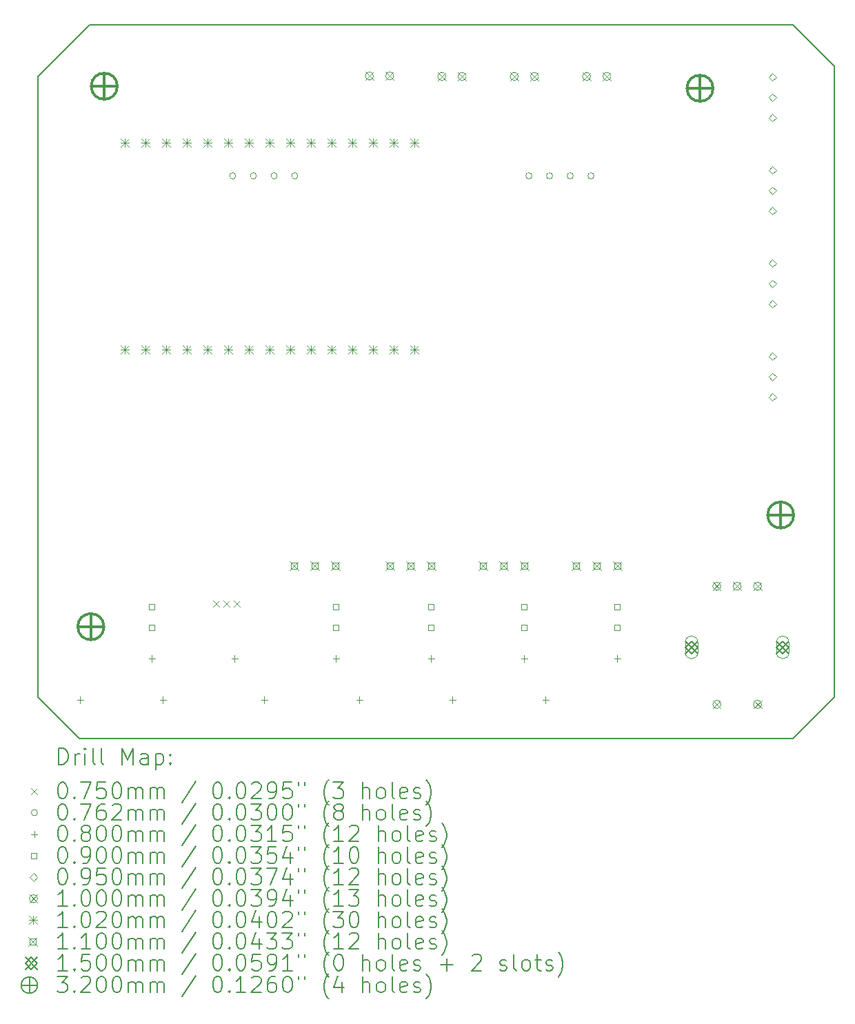
<source format=gbr>
%TF.GenerationSoftware,KiCad,Pcbnew,9.0.0*%
%TF.CreationDate,2025-06-15T15:42:35+02:00*%
%TF.ProjectId,plant_watner_V3.0,706c616e-745f-4776-9174-6e65725f5633,rev?*%
%TF.SameCoordinates,Original*%
%TF.FileFunction,Drillmap*%
%TF.FilePolarity,Positive*%
%FSLAX45Y45*%
G04 Gerber Fmt 4.5, Leading zero omitted, Abs format (unit mm)*
G04 Created by KiCad (PCBNEW 9.0.0) date 2025-06-15 15:42:35*
%MOMM*%
%LPD*%
G01*
G04 APERTURE LIST*
%ADD10C,0.150000*%
%ADD11C,0.200000*%
%ADD12C,0.100000*%
%ADD13C,0.102000*%
%ADD14C,0.110000*%
%ADD15C,0.320000*%
G04 APERTURE END LIST*
D10*
X8940800Y-13214700D02*
X8940800Y-5848700D01*
X18719800Y-13214700D02*
X18211800Y-13722700D01*
X8940800Y-5848700D02*
X8940800Y-5594700D01*
X9448800Y-13722700D02*
X8940800Y-13214700D01*
X9575800Y-4959700D02*
X18211800Y-4959700D01*
X8940800Y-5594700D02*
X9575800Y-4959700D01*
X18211800Y-13722700D02*
X9448800Y-13722700D01*
X18211800Y-4959700D02*
X18719800Y-5467700D01*
X18719800Y-5467700D02*
X18719800Y-13214700D01*
D11*
D12*
X11093400Y-12034400D02*
X11168400Y-12109400D01*
X11168400Y-12034400D02*
X11093400Y-12109400D01*
X11220400Y-12034400D02*
X11295400Y-12109400D01*
X11295400Y-12034400D02*
X11220400Y-12109400D01*
X11347400Y-12034400D02*
X11422400Y-12109400D01*
X11422400Y-12034400D02*
X11347400Y-12109400D01*
X11368250Y-6815050D02*
G75*
G02*
X11292050Y-6815050I-38100J0D01*
G01*
X11292050Y-6815050D02*
G75*
G02*
X11368250Y-6815050I38100J0D01*
G01*
X11622250Y-6815050D02*
G75*
G02*
X11546050Y-6815050I-38100J0D01*
G01*
X11546050Y-6815050D02*
G75*
G02*
X11622250Y-6815050I38100J0D01*
G01*
X11876250Y-6815050D02*
G75*
G02*
X11800050Y-6815050I-38100J0D01*
G01*
X11800050Y-6815050D02*
G75*
G02*
X11876250Y-6815050I38100J0D01*
G01*
X12130250Y-6815050D02*
G75*
G02*
X12054050Y-6815050I-38100J0D01*
G01*
X12054050Y-6815050D02*
G75*
G02*
X12130250Y-6815050I38100J0D01*
G01*
X15005050Y-6815050D02*
G75*
G02*
X14928850Y-6815050I-38100J0D01*
G01*
X14928850Y-6815050D02*
G75*
G02*
X15005050Y-6815050I38100J0D01*
G01*
X15259050Y-6815050D02*
G75*
G02*
X15182850Y-6815050I-38100J0D01*
G01*
X15182850Y-6815050D02*
G75*
G02*
X15259050Y-6815050I38100J0D01*
G01*
X15513050Y-6815050D02*
G75*
G02*
X15436850Y-6815050I-38100J0D01*
G01*
X15436850Y-6815050D02*
G75*
G02*
X15513050Y-6815050I38100J0D01*
G01*
X15767050Y-6815050D02*
G75*
G02*
X15690850Y-6815050I-38100J0D01*
G01*
X15690850Y-6815050D02*
G75*
G02*
X15767050Y-6815050I38100J0D01*
G01*
X9457918Y-13211700D02*
X9457918Y-13291700D01*
X9417918Y-13251700D02*
X9497918Y-13251700D01*
X10337800Y-12703700D02*
X10337800Y-12783700D01*
X10297800Y-12743700D02*
X10377800Y-12743700D01*
X10473918Y-13211700D02*
X10473918Y-13291700D01*
X10433918Y-13251700D02*
X10513918Y-13251700D01*
X11353800Y-12703700D02*
X11353800Y-12783700D01*
X11313800Y-12743700D02*
X11393800Y-12743700D01*
X11718518Y-13211700D02*
X11718518Y-13291700D01*
X11678518Y-13251700D02*
X11758518Y-13251700D01*
X12598400Y-12703700D02*
X12598400Y-12783700D01*
X12558400Y-12743700D02*
X12638400Y-12743700D01*
X12886918Y-13211700D02*
X12886918Y-13291700D01*
X12846918Y-13251700D02*
X12926918Y-13251700D01*
X13766800Y-12703700D02*
X13766800Y-12783700D01*
X13726800Y-12743700D02*
X13806800Y-12743700D01*
X14029918Y-13211700D02*
X14029918Y-13291700D01*
X13989918Y-13251700D02*
X14069918Y-13251700D01*
X14909800Y-12703700D02*
X14909800Y-12783700D01*
X14869800Y-12743700D02*
X14949800Y-12743700D01*
X15172918Y-13211700D02*
X15172918Y-13291700D01*
X15132918Y-13251700D02*
X15212918Y-13251700D01*
X16052800Y-12703700D02*
X16052800Y-12783700D01*
X16012800Y-12743700D02*
X16092800Y-12743700D01*
X10369620Y-12140520D02*
X10369620Y-12076880D01*
X10305980Y-12076880D01*
X10305980Y-12140520D01*
X10369620Y-12140520D01*
X10369620Y-12394520D02*
X10369620Y-12330880D01*
X10305980Y-12330880D01*
X10305980Y-12394520D01*
X10369620Y-12394520D01*
X12630220Y-12140520D02*
X12630220Y-12076880D01*
X12566580Y-12076880D01*
X12566580Y-12140520D01*
X12630220Y-12140520D01*
X12630220Y-12394520D02*
X12630220Y-12330880D01*
X12566580Y-12330880D01*
X12566580Y-12394520D01*
X12630220Y-12394520D01*
X13798620Y-12140520D02*
X13798620Y-12076880D01*
X13734980Y-12076880D01*
X13734980Y-12140520D01*
X13798620Y-12140520D01*
X13798620Y-12394520D02*
X13798620Y-12330880D01*
X13734980Y-12330880D01*
X13734980Y-12394520D01*
X13798620Y-12394520D01*
X14941620Y-12140520D02*
X14941620Y-12076880D01*
X14877980Y-12076880D01*
X14877980Y-12140520D01*
X14941620Y-12140520D01*
X14941620Y-12394520D02*
X14941620Y-12330880D01*
X14877980Y-12330880D01*
X14877980Y-12394520D01*
X14941620Y-12394520D01*
X16084620Y-12140520D02*
X16084620Y-12076880D01*
X16020980Y-12076880D01*
X16020980Y-12140520D01*
X16084620Y-12140520D01*
X16084620Y-12394520D02*
X16084620Y-12330880D01*
X16020980Y-12330880D01*
X16020980Y-12394520D01*
X16084620Y-12394520D01*
X17957800Y-5650200D02*
X18005300Y-5602700D01*
X17957800Y-5555200D01*
X17910300Y-5602700D01*
X17957800Y-5650200D01*
X17957800Y-5900200D02*
X18005300Y-5852700D01*
X17957800Y-5805200D01*
X17910300Y-5852700D01*
X17957800Y-5900200D01*
X17957800Y-6150200D02*
X18005300Y-6102700D01*
X17957800Y-6055200D01*
X17910300Y-6102700D01*
X17957800Y-6150200D01*
X17957800Y-6793200D02*
X18005300Y-6745700D01*
X17957800Y-6698200D01*
X17910300Y-6745700D01*
X17957800Y-6793200D01*
X17957800Y-7043200D02*
X18005300Y-6995700D01*
X17957800Y-6948200D01*
X17910300Y-6995700D01*
X17957800Y-7043200D01*
X17957800Y-7293200D02*
X18005300Y-7245700D01*
X17957800Y-7198200D01*
X17910300Y-7245700D01*
X17957800Y-7293200D01*
X17957800Y-7936200D02*
X18005300Y-7888700D01*
X17957800Y-7841200D01*
X17910300Y-7888700D01*
X17957800Y-7936200D01*
X17957800Y-8186200D02*
X18005300Y-8138700D01*
X17957800Y-8091200D01*
X17910300Y-8138700D01*
X17957800Y-8186200D01*
X17957800Y-8436200D02*
X18005300Y-8388700D01*
X17957800Y-8341200D01*
X17910300Y-8388700D01*
X17957800Y-8436200D01*
X17957800Y-9079200D02*
X18005300Y-9031700D01*
X17957800Y-8984200D01*
X17910300Y-9031700D01*
X17957800Y-9079200D01*
X17957800Y-9329200D02*
X18005300Y-9281700D01*
X17957800Y-9234200D01*
X17910300Y-9281700D01*
X17957800Y-9329200D01*
X17957800Y-9579200D02*
X18005300Y-9531700D01*
X17957800Y-9484200D01*
X17910300Y-9531700D01*
X17957800Y-9579200D01*
X12958800Y-5539150D02*
X13058800Y-5639150D01*
X13058800Y-5539150D02*
X12958800Y-5639150D01*
X13058800Y-5589150D02*
G75*
G02*
X12958800Y-5589150I-50000J0D01*
G01*
X12958800Y-5589150D02*
G75*
G02*
X13058800Y-5589150I50000J0D01*
G01*
X13208800Y-5539150D02*
X13308800Y-5639150D01*
X13308800Y-5539150D02*
X13208800Y-5639150D01*
X13308800Y-5589150D02*
G75*
G02*
X13208800Y-5589150I-50000J0D01*
G01*
X13208800Y-5589150D02*
G75*
G02*
X13308800Y-5589150I50000J0D01*
G01*
X13847800Y-5544700D02*
X13947800Y-5644700D01*
X13947800Y-5544700D02*
X13847800Y-5644700D01*
X13947800Y-5594700D02*
G75*
G02*
X13847800Y-5594700I-50000J0D01*
G01*
X13847800Y-5594700D02*
G75*
G02*
X13947800Y-5594700I50000J0D01*
G01*
X14097800Y-5544700D02*
X14197800Y-5644700D01*
X14197800Y-5544700D02*
X14097800Y-5644700D01*
X14197800Y-5594700D02*
G75*
G02*
X14097800Y-5594700I-50000J0D01*
G01*
X14097800Y-5594700D02*
G75*
G02*
X14197800Y-5594700I50000J0D01*
G01*
X14736800Y-5544700D02*
X14836800Y-5644700D01*
X14836800Y-5544700D02*
X14736800Y-5644700D01*
X14836800Y-5594700D02*
G75*
G02*
X14736800Y-5594700I-50000J0D01*
G01*
X14736800Y-5594700D02*
G75*
G02*
X14836800Y-5594700I50000J0D01*
G01*
X14986800Y-5544700D02*
X15086800Y-5644700D01*
X15086800Y-5544700D02*
X14986800Y-5644700D01*
X15086800Y-5594700D02*
G75*
G02*
X14986800Y-5594700I-50000J0D01*
G01*
X14986800Y-5594700D02*
G75*
G02*
X15086800Y-5594700I50000J0D01*
G01*
X15625800Y-5544700D02*
X15725800Y-5644700D01*
X15725800Y-5544700D02*
X15625800Y-5644700D01*
X15725800Y-5594700D02*
G75*
G02*
X15625800Y-5594700I-50000J0D01*
G01*
X15625800Y-5594700D02*
G75*
G02*
X15725800Y-5594700I50000J0D01*
G01*
X15875800Y-5544700D02*
X15975800Y-5644700D01*
X15975800Y-5544700D02*
X15875800Y-5644700D01*
X15975800Y-5594700D02*
G75*
G02*
X15875800Y-5594700I-50000J0D01*
G01*
X15875800Y-5594700D02*
G75*
G02*
X15975800Y-5594700I50000J0D01*
G01*
X17224800Y-11804700D02*
X17324800Y-11904700D01*
X17324800Y-11804700D02*
X17224800Y-11904700D01*
X17324800Y-11854700D02*
G75*
G02*
X17224800Y-11854700I-50000J0D01*
G01*
X17224800Y-11854700D02*
G75*
G02*
X17324800Y-11854700I50000J0D01*
G01*
X17224800Y-13254700D02*
X17324800Y-13354700D01*
X17324800Y-13254700D02*
X17224800Y-13354700D01*
X17324800Y-13304700D02*
G75*
G02*
X17224800Y-13304700I-50000J0D01*
G01*
X17224800Y-13304700D02*
G75*
G02*
X17324800Y-13304700I50000J0D01*
G01*
X17474800Y-11804700D02*
X17574800Y-11904700D01*
X17574800Y-11804700D02*
X17474800Y-11904700D01*
X17574800Y-11854700D02*
G75*
G02*
X17474800Y-11854700I-50000J0D01*
G01*
X17474800Y-11854700D02*
G75*
G02*
X17574800Y-11854700I50000J0D01*
G01*
X17724800Y-11804700D02*
X17824800Y-11904700D01*
X17824800Y-11804700D02*
X17724800Y-11904700D01*
X17824800Y-11854700D02*
G75*
G02*
X17724800Y-11854700I-50000J0D01*
G01*
X17724800Y-11854700D02*
G75*
G02*
X17824800Y-11854700I50000J0D01*
G01*
X17724800Y-13254700D02*
X17824800Y-13354700D01*
X17824800Y-13254700D02*
X17724800Y-13354700D01*
X17824800Y-13304700D02*
G75*
G02*
X17724800Y-13304700I-50000J0D01*
G01*
X17724800Y-13304700D02*
G75*
G02*
X17824800Y-13304700I50000J0D01*
G01*
D13*
X9956600Y-6356500D02*
X10058600Y-6458500D01*
X10058600Y-6356500D02*
X9956600Y-6458500D01*
X10007600Y-6356500D02*
X10007600Y-6458500D01*
X9956600Y-6407500D02*
X10058600Y-6407500D01*
X9956600Y-8896500D02*
X10058600Y-8998500D01*
X10058600Y-8896500D02*
X9956600Y-8998500D01*
X10007600Y-8896500D02*
X10007600Y-8998500D01*
X9956600Y-8947500D02*
X10058600Y-8947500D01*
X10210600Y-6356500D02*
X10312600Y-6458500D01*
X10312600Y-6356500D02*
X10210600Y-6458500D01*
X10261600Y-6356500D02*
X10261600Y-6458500D01*
X10210600Y-6407500D02*
X10312600Y-6407500D01*
X10210600Y-8896500D02*
X10312600Y-8998500D01*
X10312600Y-8896500D02*
X10210600Y-8998500D01*
X10261600Y-8896500D02*
X10261600Y-8998500D01*
X10210600Y-8947500D02*
X10312600Y-8947500D01*
X10464600Y-6356500D02*
X10566600Y-6458500D01*
X10566600Y-6356500D02*
X10464600Y-6458500D01*
X10515600Y-6356500D02*
X10515600Y-6458500D01*
X10464600Y-6407500D02*
X10566600Y-6407500D01*
X10464600Y-8896500D02*
X10566600Y-8998500D01*
X10566600Y-8896500D02*
X10464600Y-8998500D01*
X10515600Y-8896500D02*
X10515600Y-8998500D01*
X10464600Y-8947500D02*
X10566600Y-8947500D01*
X10718600Y-6356500D02*
X10820600Y-6458500D01*
X10820600Y-6356500D02*
X10718600Y-6458500D01*
X10769600Y-6356500D02*
X10769600Y-6458500D01*
X10718600Y-6407500D02*
X10820600Y-6407500D01*
X10718600Y-8896500D02*
X10820600Y-8998500D01*
X10820600Y-8896500D02*
X10718600Y-8998500D01*
X10769600Y-8896500D02*
X10769600Y-8998500D01*
X10718600Y-8947500D02*
X10820600Y-8947500D01*
X10972600Y-6356500D02*
X11074600Y-6458500D01*
X11074600Y-6356500D02*
X10972600Y-6458500D01*
X11023600Y-6356500D02*
X11023600Y-6458500D01*
X10972600Y-6407500D02*
X11074600Y-6407500D01*
X10972600Y-8896500D02*
X11074600Y-8998500D01*
X11074600Y-8896500D02*
X10972600Y-8998500D01*
X11023600Y-8896500D02*
X11023600Y-8998500D01*
X10972600Y-8947500D02*
X11074600Y-8947500D01*
X11226600Y-6356500D02*
X11328600Y-6458500D01*
X11328600Y-6356500D02*
X11226600Y-6458500D01*
X11277600Y-6356500D02*
X11277600Y-6458500D01*
X11226600Y-6407500D02*
X11328600Y-6407500D01*
X11226600Y-8896500D02*
X11328600Y-8998500D01*
X11328600Y-8896500D02*
X11226600Y-8998500D01*
X11277600Y-8896500D02*
X11277600Y-8998500D01*
X11226600Y-8947500D02*
X11328600Y-8947500D01*
X11480600Y-6356500D02*
X11582600Y-6458500D01*
X11582600Y-6356500D02*
X11480600Y-6458500D01*
X11531600Y-6356500D02*
X11531600Y-6458500D01*
X11480600Y-6407500D02*
X11582600Y-6407500D01*
X11480600Y-8896500D02*
X11582600Y-8998500D01*
X11582600Y-8896500D02*
X11480600Y-8998500D01*
X11531600Y-8896500D02*
X11531600Y-8998500D01*
X11480600Y-8947500D02*
X11582600Y-8947500D01*
X11734600Y-6356500D02*
X11836600Y-6458500D01*
X11836600Y-6356500D02*
X11734600Y-6458500D01*
X11785600Y-6356500D02*
X11785600Y-6458500D01*
X11734600Y-6407500D02*
X11836600Y-6407500D01*
X11734600Y-8896500D02*
X11836600Y-8998500D01*
X11836600Y-8896500D02*
X11734600Y-8998500D01*
X11785600Y-8896500D02*
X11785600Y-8998500D01*
X11734600Y-8947500D02*
X11836600Y-8947500D01*
X11988600Y-6356500D02*
X12090600Y-6458500D01*
X12090600Y-6356500D02*
X11988600Y-6458500D01*
X12039600Y-6356500D02*
X12039600Y-6458500D01*
X11988600Y-6407500D02*
X12090600Y-6407500D01*
X11988600Y-8896500D02*
X12090600Y-8998500D01*
X12090600Y-8896500D02*
X11988600Y-8998500D01*
X12039600Y-8896500D02*
X12039600Y-8998500D01*
X11988600Y-8947500D02*
X12090600Y-8947500D01*
X12242600Y-6356500D02*
X12344600Y-6458500D01*
X12344600Y-6356500D02*
X12242600Y-6458500D01*
X12293600Y-6356500D02*
X12293600Y-6458500D01*
X12242600Y-6407500D02*
X12344600Y-6407500D01*
X12242600Y-8896500D02*
X12344600Y-8998500D01*
X12344600Y-8896500D02*
X12242600Y-8998500D01*
X12293600Y-8896500D02*
X12293600Y-8998500D01*
X12242600Y-8947500D02*
X12344600Y-8947500D01*
X12496600Y-6356500D02*
X12598600Y-6458500D01*
X12598600Y-6356500D02*
X12496600Y-6458500D01*
X12547600Y-6356500D02*
X12547600Y-6458500D01*
X12496600Y-6407500D02*
X12598600Y-6407500D01*
X12496600Y-8896500D02*
X12598600Y-8998500D01*
X12598600Y-8896500D02*
X12496600Y-8998500D01*
X12547600Y-8896500D02*
X12547600Y-8998500D01*
X12496600Y-8947500D02*
X12598600Y-8947500D01*
X12750600Y-6356500D02*
X12852600Y-6458500D01*
X12852600Y-6356500D02*
X12750600Y-6458500D01*
X12801600Y-6356500D02*
X12801600Y-6458500D01*
X12750600Y-6407500D02*
X12852600Y-6407500D01*
X12750600Y-8896500D02*
X12852600Y-8998500D01*
X12852600Y-8896500D02*
X12750600Y-8998500D01*
X12801600Y-8896500D02*
X12801600Y-8998500D01*
X12750600Y-8947500D02*
X12852600Y-8947500D01*
X13004600Y-6356500D02*
X13106600Y-6458500D01*
X13106600Y-6356500D02*
X13004600Y-6458500D01*
X13055600Y-6356500D02*
X13055600Y-6458500D01*
X13004600Y-6407500D02*
X13106600Y-6407500D01*
X13004600Y-8896500D02*
X13106600Y-8998500D01*
X13106600Y-8896500D02*
X13004600Y-8998500D01*
X13055600Y-8896500D02*
X13055600Y-8998500D01*
X13004600Y-8947500D02*
X13106600Y-8947500D01*
X13258600Y-6356500D02*
X13360600Y-6458500D01*
X13360600Y-6356500D02*
X13258600Y-6458500D01*
X13309600Y-6356500D02*
X13309600Y-6458500D01*
X13258600Y-6407500D02*
X13360600Y-6407500D01*
X13258600Y-8896500D02*
X13360600Y-8998500D01*
X13360600Y-8896500D02*
X13258600Y-8998500D01*
X13309600Y-8896500D02*
X13309600Y-8998500D01*
X13258600Y-8947500D02*
X13360600Y-8947500D01*
X13512600Y-6356500D02*
X13614600Y-6458500D01*
X13614600Y-6356500D02*
X13512600Y-6458500D01*
X13563600Y-6356500D02*
X13563600Y-6458500D01*
X13512600Y-6407500D02*
X13614600Y-6407500D01*
X13512600Y-8896500D02*
X13614600Y-8998500D01*
X13614600Y-8896500D02*
X13512600Y-8998500D01*
X13563600Y-8896500D02*
X13563600Y-8998500D01*
X13512600Y-8947500D02*
X13614600Y-8947500D01*
D14*
X12032450Y-11545700D02*
X12142450Y-11655700D01*
X12142450Y-11545700D02*
X12032450Y-11655700D01*
X12126341Y-11639591D02*
X12126341Y-11561809D01*
X12048559Y-11561809D01*
X12048559Y-11639591D01*
X12126341Y-11639591D01*
X12286450Y-11545700D02*
X12396450Y-11655700D01*
X12396450Y-11545700D02*
X12286450Y-11655700D01*
X12380341Y-11639591D02*
X12380341Y-11561809D01*
X12302559Y-11561809D01*
X12302559Y-11639591D01*
X12380341Y-11639591D01*
X12540450Y-11545700D02*
X12650450Y-11655700D01*
X12650450Y-11545700D02*
X12540450Y-11655700D01*
X12634341Y-11639591D02*
X12634341Y-11561809D01*
X12556559Y-11561809D01*
X12556559Y-11639591D01*
X12634341Y-11639591D01*
X13203800Y-11545700D02*
X13313800Y-11655700D01*
X13313800Y-11545700D02*
X13203800Y-11655700D01*
X13297691Y-11639591D02*
X13297691Y-11561809D01*
X13219909Y-11561809D01*
X13219909Y-11639591D01*
X13297691Y-11639591D01*
X13457800Y-11545700D02*
X13567800Y-11655700D01*
X13567800Y-11545700D02*
X13457800Y-11655700D01*
X13551691Y-11639591D02*
X13551691Y-11561809D01*
X13473909Y-11561809D01*
X13473909Y-11639591D01*
X13551691Y-11639591D01*
X13711800Y-11545700D02*
X13821800Y-11655700D01*
X13821800Y-11545700D02*
X13711800Y-11655700D01*
X13805691Y-11639591D02*
X13805691Y-11561809D01*
X13727909Y-11561809D01*
X13727909Y-11639591D01*
X13805691Y-11639591D01*
X14346800Y-11545700D02*
X14456800Y-11655700D01*
X14456800Y-11545700D02*
X14346800Y-11655700D01*
X14440691Y-11639591D02*
X14440691Y-11561809D01*
X14362909Y-11561809D01*
X14362909Y-11639591D01*
X14440691Y-11639591D01*
X14600800Y-11545700D02*
X14710800Y-11655700D01*
X14710800Y-11545700D02*
X14600800Y-11655700D01*
X14694691Y-11639591D02*
X14694691Y-11561809D01*
X14616909Y-11561809D01*
X14616909Y-11639591D01*
X14694691Y-11639591D01*
X14854800Y-11545700D02*
X14964800Y-11655700D01*
X14964800Y-11545700D02*
X14854800Y-11655700D01*
X14948691Y-11639591D02*
X14948691Y-11561809D01*
X14870909Y-11561809D01*
X14870909Y-11639591D01*
X14948691Y-11639591D01*
X15489800Y-11545700D02*
X15599800Y-11655700D01*
X15599800Y-11545700D02*
X15489800Y-11655700D01*
X15583691Y-11639591D02*
X15583691Y-11561809D01*
X15505909Y-11561809D01*
X15505909Y-11639591D01*
X15583691Y-11639591D01*
X15743800Y-11545700D02*
X15853800Y-11655700D01*
X15853800Y-11545700D02*
X15743800Y-11655700D01*
X15837691Y-11639591D02*
X15837691Y-11561809D01*
X15759909Y-11561809D01*
X15759909Y-11639591D01*
X15837691Y-11639591D01*
X15997800Y-11545700D02*
X16107800Y-11655700D01*
X16107800Y-11545700D02*
X15997800Y-11655700D01*
X16091691Y-11639591D02*
X16091691Y-11561809D01*
X16013909Y-11561809D01*
X16013909Y-11639591D01*
X16091691Y-11639591D01*
D10*
X16889800Y-12529700D02*
X17039800Y-12679700D01*
X17039800Y-12529700D02*
X16889800Y-12679700D01*
X16964800Y-12679700D02*
X17039800Y-12604700D01*
X16964800Y-12529700D01*
X16889800Y-12604700D01*
X16964800Y-12679700D01*
D12*
X16889800Y-12539700D02*
X16889800Y-12669700D01*
X17039800Y-12669700D02*
G75*
G02*
X16889800Y-12669700I-75000J0D01*
G01*
X17039800Y-12669700D02*
X17039800Y-12539700D01*
X17039800Y-12539700D02*
G75*
G03*
X16889800Y-12539700I-75000J0D01*
G01*
D10*
X18009800Y-12529700D02*
X18159800Y-12679700D01*
X18159800Y-12529700D02*
X18009800Y-12679700D01*
X18084800Y-12679700D02*
X18159800Y-12604700D01*
X18084800Y-12529700D01*
X18009800Y-12604700D01*
X18084800Y-12679700D01*
D12*
X18009800Y-12539700D02*
X18009800Y-12669700D01*
X18159800Y-12669700D02*
G75*
G02*
X18009800Y-12669700I-75000J0D01*
G01*
X18159800Y-12669700D02*
X18159800Y-12539700D01*
X18159800Y-12539700D02*
G75*
G03*
X18009800Y-12539700I-75000J0D01*
G01*
D15*
X9588500Y-12191100D02*
X9588500Y-12511100D01*
X9428500Y-12351100D02*
X9748500Y-12351100D01*
X9748500Y-12351100D02*
G75*
G02*
X9428500Y-12351100I-160000J0D01*
G01*
X9428500Y-12351100D02*
G75*
G02*
X9748500Y-12351100I160000J0D01*
G01*
X9753600Y-5555000D02*
X9753600Y-5875000D01*
X9593600Y-5715000D02*
X9913600Y-5715000D01*
X9913600Y-5715000D02*
G75*
G02*
X9593600Y-5715000I-160000J0D01*
G01*
X9593600Y-5715000D02*
G75*
G02*
X9913600Y-5715000I160000J0D01*
G01*
X17068800Y-5580400D02*
X17068800Y-5900400D01*
X16908800Y-5740400D02*
X17228800Y-5740400D01*
X17228800Y-5740400D02*
G75*
G02*
X16908800Y-5740400I-160000J0D01*
G01*
X16908800Y-5740400D02*
G75*
G02*
X17228800Y-5740400I160000J0D01*
G01*
X18059400Y-10819500D02*
X18059400Y-11139500D01*
X17899400Y-10979500D02*
X18219400Y-10979500D01*
X18219400Y-10979500D02*
G75*
G02*
X17899400Y-10979500I-160000J0D01*
G01*
X17899400Y-10979500D02*
G75*
G02*
X18219400Y-10979500I160000J0D01*
G01*
D11*
X9194077Y-14041684D02*
X9194077Y-13841684D01*
X9194077Y-13841684D02*
X9241696Y-13841684D01*
X9241696Y-13841684D02*
X9270267Y-13851208D01*
X9270267Y-13851208D02*
X9289315Y-13870255D01*
X9289315Y-13870255D02*
X9298839Y-13889303D01*
X9298839Y-13889303D02*
X9308363Y-13927398D01*
X9308363Y-13927398D02*
X9308363Y-13955969D01*
X9308363Y-13955969D02*
X9298839Y-13994065D01*
X9298839Y-13994065D02*
X9289315Y-14013112D01*
X9289315Y-14013112D02*
X9270267Y-14032160D01*
X9270267Y-14032160D02*
X9241696Y-14041684D01*
X9241696Y-14041684D02*
X9194077Y-14041684D01*
X9394077Y-14041684D02*
X9394077Y-13908350D01*
X9394077Y-13946446D02*
X9403601Y-13927398D01*
X9403601Y-13927398D02*
X9413124Y-13917874D01*
X9413124Y-13917874D02*
X9432172Y-13908350D01*
X9432172Y-13908350D02*
X9451220Y-13908350D01*
X9517886Y-14041684D02*
X9517886Y-13908350D01*
X9517886Y-13841684D02*
X9508363Y-13851208D01*
X9508363Y-13851208D02*
X9517886Y-13860731D01*
X9517886Y-13860731D02*
X9527410Y-13851208D01*
X9527410Y-13851208D02*
X9517886Y-13841684D01*
X9517886Y-13841684D02*
X9517886Y-13860731D01*
X9641696Y-14041684D02*
X9622648Y-14032160D01*
X9622648Y-14032160D02*
X9613124Y-14013112D01*
X9613124Y-14013112D02*
X9613124Y-13841684D01*
X9746458Y-14041684D02*
X9727410Y-14032160D01*
X9727410Y-14032160D02*
X9717886Y-14013112D01*
X9717886Y-14013112D02*
X9717886Y-13841684D01*
X9975029Y-14041684D02*
X9975029Y-13841684D01*
X9975029Y-13841684D02*
X10041696Y-13984541D01*
X10041696Y-13984541D02*
X10108363Y-13841684D01*
X10108363Y-13841684D02*
X10108363Y-14041684D01*
X10289315Y-14041684D02*
X10289315Y-13936922D01*
X10289315Y-13936922D02*
X10279791Y-13917874D01*
X10279791Y-13917874D02*
X10260744Y-13908350D01*
X10260744Y-13908350D02*
X10222648Y-13908350D01*
X10222648Y-13908350D02*
X10203601Y-13917874D01*
X10289315Y-14032160D02*
X10270267Y-14041684D01*
X10270267Y-14041684D02*
X10222648Y-14041684D01*
X10222648Y-14041684D02*
X10203601Y-14032160D01*
X10203601Y-14032160D02*
X10194077Y-14013112D01*
X10194077Y-14013112D02*
X10194077Y-13994065D01*
X10194077Y-13994065D02*
X10203601Y-13975017D01*
X10203601Y-13975017D02*
X10222648Y-13965493D01*
X10222648Y-13965493D02*
X10270267Y-13965493D01*
X10270267Y-13965493D02*
X10289315Y-13955969D01*
X10384553Y-13908350D02*
X10384553Y-14108350D01*
X10384553Y-13917874D02*
X10403601Y-13908350D01*
X10403601Y-13908350D02*
X10441696Y-13908350D01*
X10441696Y-13908350D02*
X10460744Y-13917874D01*
X10460744Y-13917874D02*
X10470267Y-13927398D01*
X10470267Y-13927398D02*
X10479791Y-13946446D01*
X10479791Y-13946446D02*
X10479791Y-14003588D01*
X10479791Y-14003588D02*
X10470267Y-14022636D01*
X10470267Y-14022636D02*
X10460744Y-14032160D01*
X10460744Y-14032160D02*
X10441696Y-14041684D01*
X10441696Y-14041684D02*
X10403601Y-14041684D01*
X10403601Y-14041684D02*
X10384553Y-14032160D01*
X10565505Y-14022636D02*
X10575029Y-14032160D01*
X10575029Y-14032160D02*
X10565505Y-14041684D01*
X10565505Y-14041684D02*
X10555982Y-14032160D01*
X10555982Y-14032160D02*
X10565505Y-14022636D01*
X10565505Y-14022636D02*
X10565505Y-14041684D01*
X10565505Y-13917874D02*
X10575029Y-13927398D01*
X10575029Y-13927398D02*
X10565505Y-13936922D01*
X10565505Y-13936922D02*
X10555982Y-13927398D01*
X10555982Y-13927398D02*
X10565505Y-13917874D01*
X10565505Y-13917874D02*
X10565505Y-13936922D01*
D12*
X8858300Y-14332700D02*
X8933300Y-14407700D01*
X8933300Y-14332700D02*
X8858300Y-14407700D01*
D11*
X9232172Y-14261684D02*
X9251220Y-14261684D01*
X9251220Y-14261684D02*
X9270267Y-14271208D01*
X9270267Y-14271208D02*
X9279791Y-14280731D01*
X9279791Y-14280731D02*
X9289315Y-14299779D01*
X9289315Y-14299779D02*
X9298839Y-14337874D01*
X9298839Y-14337874D02*
X9298839Y-14385493D01*
X9298839Y-14385493D02*
X9289315Y-14423588D01*
X9289315Y-14423588D02*
X9279791Y-14442636D01*
X9279791Y-14442636D02*
X9270267Y-14452160D01*
X9270267Y-14452160D02*
X9251220Y-14461684D01*
X9251220Y-14461684D02*
X9232172Y-14461684D01*
X9232172Y-14461684D02*
X9213124Y-14452160D01*
X9213124Y-14452160D02*
X9203601Y-14442636D01*
X9203601Y-14442636D02*
X9194077Y-14423588D01*
X9194077Y-14423588D02*
X9184553Y-14385493D01*
X9184553Y-14385493D02*
X9184553Y-14337874D01*
X9184553Y-14337874D02*
X9194077Y-14299779D01*
X9194077Y-14299779D02*
X9203601Y-14280731D01*
X9203601Y-14280731D02*
X9213124Y-14271208D01*
X9213124Y-14271208D02*
X9232172Y-14261684D01*
X9384553Y-14442636D02*
X9394077Y-14452160D01*
X9394077Y-14452160D02*
X9384553Y-14461684D01*
X9384553Y-14461684D02*
X9375029Y-14452160D01*
X9375029Y-14452160D02*
X9384553Y-14442636D01*
X9384553Y-14442636D02*
X9384553Y-14461684D01*
X9460744Y-14261684D02*
X9594077Y-14261684D01*
X9594077Y-14261684D02*
X9508363Y-14461684D01*
X9765505Y-14261684D02*
X9670267Y-14261684D01*
X9670267Y-14261684D02*
X9660744Y-14356922D01*
X9660744Y-14356922D02*
X9670267Y-14347398D01*
X9670267Y-14347398D02*
X9689315Y-14337874D01*
X9689315Y-14337874D02*
X9736934Y-14337874D01*
X9736934Y-14337874D02*
X9755982Y-14347398D01*
X9755982Y-14347398D02*
X9765505Y-14356922D01*
X9765505Y-14356922D02*
X9775029Y-14375969D01*
X9775029Y-14375969D02*
X9775029Y-14423588D01*
X9775029Y-14423588D02*
X9765505Y-14442636D01*
X9765505Y-14442636D02*
X9755982Y-14452160D01*
X9755982Y-14452160D02*
X9736934Y-14461684D01*
X9736934Y-14461684D02*
X9689315Y-14461684D01*
X9689315Y-14461684D02*
X9670267Y-14452160D01*
X9670267Y-14452160D02*
X9660744Y-14442636D01*
X9898839Y-14261684D02*
X9917886Y-14261684D01*
X9917886Y-14261684D02*
X9936934Y-14271208D01*
X9936934Y-14271208D02*
X9946458Y-14280731D01*
X9946458Y-14280731D02*
X9955982Y-14299779D01*
X9955982Y-14299779D02*
X9965505Y-14337874D01*
X9965505Y-14337874D02*
X9965505Y-14385493D01*
X9965505Y-14385493D02*
X9955982Y-14423588D01*
X9955982Y-14423588D02*
X9946458Y-14442636D01*
X9946458Y-14442636D02*
X9936934Y-14452160D01*
X9936934Y-14452160D02*
X9917886Y-14461684D01*
X9917886Y-14461684D02*
X9898839Y-14461684D01*
X9898839Y-14461684D02*
X9879791Y-14452160D01*
X9879791Y-14452160D02*
X9870267Y-14442636D01*
X9870267Y-14442636D02*
X9860744Y-14423588D01*
X9860744Y-14423588D02*
X9851220Y-14385493D01*
X9851220Y-14385493D02*
X9851220Y-14337874D01*
X9851220Y-14337874D02*
X9860744Y-14299779D01*
X9860744Y-14299779D02*
X9870267Y-14280731D01*
X9870267Y-14280731D02*
X9879791Y-14271208D01*
X9879791Y-14271208D02*
X9898839Y-14261684D01*
X10051220Y-14461684D02*
X10051220Y-14328350D01*
X10051220Y-14347398D02*
X10060744Y-14337874D01*
X10060744Y-14337874D02*
X10079791Y-14328350D01*
X10079791Y-14328350D02*
X10108363Y-14328350D01*
X10108363Y-14328350D02*
X10127410Y-14337874D01*
X10127410Y-14337874D02*
X10136934Y-14356922D01*
X10136934Y-14356922D02*
X10136934Y-14461684D01*
X10136934Y-14356922D02*
X10146458Y-14337874D01*
X10146458Y-14337874D02*
X10165505Y-14328350D01*
X10165505Y-14328350D02*
X10194077Y-14328350D01*
X10194077Y-14328350D02*
X10213125Y-14337874D01*
X10213125Y-14337874D02*
X10222648Y-14356922D01*
X10222648Y-14356922D02*
X10222648Y-14461684D01*
X10317886Y-14461684D02*
X10317886Y-14328350D01*
X10317886Y-14347398D02*
X10327410Y-14337874D01*
X10327410Y-14337874D02*
X10346458Y-14328350D01*
X10346458Y-14328350D02*
X10375029Y-14328350D01*
X10375029Y-14328350D02*
X10394077Y-14337874D01*
X10394077Y-14337874D02*
X10403601Y-14356922D01*
X10403601Y-14356922D02*
X10403601Y-14461684D01*
X10403601Y-14356922D02*
X10413125Y-14337874D01*
X10413125Y-14337874D02*
X10432172Y-14328350D01*
X10432172Y-14328350D02*
X10460744Y-14328350D01*
X10460744Y-14328350D02*
X10479791Y-14337874D01*
X10479791Y-14337874D02*
X10489315Y-14356922D01*
X10489315Y-14356922D02*
X10489315Y-14461684D01*
X10879791Y-14252160D02*
X10708363Y-14509303D01*
X11136934Y-14261684D02*
X11155982Y-14261684D01*
X11155982Y-14261684D02*
X11175029Y-14271208D01*
X11175029Y-14271208D02*
X11184553Y-14280731D01*
X11184553Y-14280731D02*
X11194077Y-14299779D01*
X11194077Y-14299779D02*
X11203601Y-14337874D01*
X11203601Y-14337874D02*
X11203601Y-14385493D01*
X11203601Y-14385493D02*
X11194077Y-14423588D01*
X11194077Y-14423588D02*
X11184553Y-14442636D01*
X11184553Y-14442636D02*
X11175029Y-14452160D01*
X11175029Y-14452160D02*
X11155982Y-14461684D01*
X11155982Y-14461684D02*
X11136934Y-14461684D01*
X11136934Y-14461684D02*
X11117887Y-14452160D01*
X11117887Y-14452160D02*
X11108363Y-14442636D01*
X11108363Y-14442636D02*
X11098839Y-14423588D01*
X11098839Y-14423588D02*
X11089315Y-14385493D01*
X11089315Y-14385493D02*
X11089315Y-14337874D01*
X11089315Y-14337874D02*
X11098839Y-14299779D01*
X11098839Y-14299779D02*
X11108363Y-14280731D01*
X11108363Y-14280731D02*
X11117887Y-14271208D01*
X11117887Y-14271208D02*
X11136934Y-14261684D01*
X11289315Y-14442636D02*
X11298839Y-14452160D01*
X11298839Y-14452160D02*
X11289315Y-14461684D01*
X11289315Y-14461684D02*
X11279791Y-14452160D01*
X11279791Y-14452160D02*
X11289315Y-14442636D01*
X11289315Y-14442636D02*
X11289315Y-14461684D01*
X11422648Y-14261684D02*
X11441696Y-14261684D01*
X11441696Y-14261684D02*
X11460744Y-14271208D01*
X11460744Y-14271208D02*
X11470267Y-14280731D01*
X11470267Y-14280731D02*
X11479791Y-14299779D01*
X11479791Y-14299779D02*
X11489315Y-14337874D01*
X11489315Y-14337874D02*
X11489315Y-14385493D01*
X11489315Y-14385493D02*
X11479791Y-14423588D01*
X11479791Y-14423588D02*
X11470267Y-14442636D01*
X11470267Y-14442636D02*
X11460744Y-14452160D01*
X11460744Y-14452160D02*
X11441696Y-14461684D01*
X11441696Y-14461684D02*
X11422648Y-14461684D01*
X11422648Y-14461684D02*
X11403601Y-14452160D01*
X11403601Y-14452160D02*
X11394077Y-14442636D01*
X11394077Y-14442636D02*
X11384553Y-14423588D01*
X11384553Y-14423588D02*
X11375029Y-14385493D01*
X11375029Y-14385493D02*
X11375029Y-14337874D01*
X11375029Y-14337874D02*
X11384553Y-14299779D01*
X11384553Y-14299779D02*
X11394077Y-14280731D01*
X11394077Y-14280731D02*
X11403601Y-14271208D01*
X11403601Y-14271208D02*
X11422648Y-14261684D01*
X11565506Y-14280731D02*
X11575029Y-14271208D01*
X11575029Y-14271208D02*
X11594077Y-14261684D01*
X11594077Y-14261684D02*
X11641696Y-14261684D01*
X11641696Y-14261684D02*
X11660744Y-14271208D01*
X11660744Y-14271208D02*
X11670267Y-14280731D01*
X11670267Y-14280731D02*
X11679791Y-14299779D01*
X11679791Y-14299779D02*
X11679791Y-14318827D01*
X11679791Y-14318827D02*
X11670267Y-14347398D01*
X11670267Y-14347398D02*
X11555982Y-14461684D01*
X11555982Y-14461684D02*
X11679791Y-14461684D01*
X11775029Y-14461684D02*
X11813125Y-14461684D01*
X11813125Y-14461684D02*
X11832172Y-14452160D01*
X11832172Y-14452160D02*
X11841696Y-14442636D01*
X11841696Y-14442636D02*
X11860744Y-14414065D01*
X11860744Y-14414065D02*
X11870267Y-14375969D01*
X11870267Y-14375969D02*
X11870267Y-14299779D01*
X11870267Y-14299779D02*
X11860744Y-14280731D01*
X11860744Y-14280731D02*
X11851220Y-14271208D01*
X11851220Y-14271208D02*
X11832172Y-14261684D01*
X11832172Y-14261684D02*
X11794077Y-14261684D01*
X11794077Y-14261684D02*
X11775029Y-14271208D01*
X11775029Y-14271208D02*
X11765506Y-14280731D01*
X11765506Y-14280731D02*
X11755982Y-14299779D01*
X11755982Y-14299779D02*
X11755982Y-14347398D01*
X11755982Y-14347398D02*
X11765506Y-14366446D01*
X11765506Y-14366446D02*
X11775029Y-14375969D01*
X11775029Y-14375969D02*
X11794077Y-14385493D01*
X11794077Y-14385493D02*
X11832172Y-14385493D01*
X11832172Y-14385493D02*
X11851220Y-14375969D01*
X11851220Y-14375969D02*
X11860744Y-14366446D01*
X11860744Y-14366446D02*
X11870267Y-14347398D01*
X12051220Y-14261684D02*
X11955982Y-14261684D01*
X11955982Y-14261684D02*
X11946458Y-14356922D01*
X11946458Y-14356922D02*
X11955982Y-14347398D01*
X11955982Y-14347398D02*
X11975029Y-14337874D01*
X11975029Y-14337874D02*
X12022648Y-14337874D01*
X12022648Y-14337874D02*
X12041696Y-14347398D01*
X12041696Y-14347398D02*
X12051220Y-14356922D01*
X12051220Y-14356922D02*
X12060744Y-14375969D01*
X12060744Y-14375969D02*
X12060744Y-14423588D01*
X12060744Y-14423588D02*
X12051220Y-14442636D01*
X12051220Y-14442636D02*
X12041696Y-14452160D01*
X12041696Y-14452160D02*
X12022648Y-14461684D01*
X12022648Y-14461684D02*
X11975029Y-14461684D01*
X11975029Y-14461684D02*
X11955982Y-14452160D01*
X11955982Y-14452160D02*
X11946458Y-14442636D01*
X12136934Y-14261684D02*
X12136934Y-14299779D01*
X12213125Y-14261684D02*
X12213125Y-14299779D01*
X12508363Y-14537874D02*
X12498839Y-14528350D01*
X12498839Y-14528350D02*
X12479791Y-14499779D01*
X12479791Y-14499779D02*
X12470268Y-14480731D01*
X12470268Y-14480731D02*
X12460744Y-14452160D01*
X12460744Y-14452160D02*
X12451220Y-14404541D01*
X12451220Y-14404541D02*
X12451220Y-14366446D01*
X12451220Y-14366446D02*
X12460744Y-14318827D01*
X12460744Y-14318827D02*
X12470268Y-14290255D01*
X12470268Y-14290255D02*
X12479791Y-14271208D01*
X12479791Y-14271208D02*
X12498839Y-14242636D01*
X12498839Y-14242636D02*
X12508363Y-14233112D01*
X12565506Y-14261684D02*
X12689315Y-14261684D01*
X12689315Y-14261684D02*
X12622648Y-14337874D01*
X12622648Y-14337874D02*
X12651220Y-14337874D01*
X12651220Y-14337874D02*
X12670268Y-14347398D01*
X12670268Y-14347398D02*
X12679791Y-14356922D01*
X12679791Y-14356922D02*
X12689315Y-14375969D01*
X12689315Y-14375969D02*
X12689315Y-14423588D01*
X12689315Y-14423588D02*
X12679791Y-14442636D01*
X12679791Y-14442636D02*
X12670268Y-14452160D01*
X12670268Y-14452160D02*
X12651220Y-14461684D01*
X12651220Y-14461684D02*
X12594077Y-14461684D01*
X12594077Y-14461684D02*
X12575029Y-14452160D01*
X12575029Y-14452160D02*
X12565506Y-14442636D01*
X12927410Y-14461684D02*
X12927410Y-14261684D01*
X13013125Y-14461684D02*
X13013125Y-14356922D01*
X13013125Y-14356922D02*
X13003601Y-14337874D01*
X13003601Y-14337874D02*
X12984553Y-14328350D01*
X12984553Y-14328350D02*
X12955982Y-14328350D01*
X12955982Y-14328350D02*
X12936934Y-14337874D01*
X12936934Y-14337874D02*
X12927410Y-14347398D01*
X13136934Y-14461684D02*
X13117887Y-14452160D01*
X13117887Y-14452160D02*
X13108363Y-14442636D01*
X13108363Y-14442636D02*
X13098839Y-14423588D01*
X13098839Y-14423588D02*
X13098839Y-14366446D01*
X13098839Y-14366446D02*
X13108363Y-14347398D01*
X13108363Y-14347398D02*
X13117887Y-14337874D01*
X13117887Y-14337874D02*
X13136934Y-14328350D01*
X13136934Y-14328350D02*
X13165506Y-14328350D01*
X13165506Y-14328350D02*
X13184553Y-14337874D01*
X13184553Y-14337874D02*
X13194077Y-14347398D01*
X13194077Y-14347398D02*
X13203601Y-14366446D01*
X13203601Y-14366446D02*
X13203601Y-14423588D01*
X13203601Y-14423588D02*
X13194077Y-14442636D01*
X13194077Y-14442636D02*
X13184553Y-14452160D01*
X13184553Y-14452160D02*
X13165506Y-14461684D01*
X13165506Y-14461684D02*
X13136934Y-14461684D01*
X13317887Y-14461684D02*
X13298839Y-14452160D01*
X13298839Y-14452160D02*
X13289315Y-14433112D01*
X13289315Y-14433112D02*
X13289315Y-14261684D01*
X13470268Y-14452160D02*
X13451220Y-14461684D01*
X13451220Y-14461684D02*
X13413125Y-14461684D01*
X13413125Y-14461684D02*
X13394077Y-14452160D01*
X13394077Y-14452160D02*
X13384553Y-14433112D01*
X13384553Y-14433112D02*
X13384553Y-14356922D01*
X13384553Y-14356922D02*
X13394077Y-14337874D01*
X13394077Y-14337874D02*
X13413125Y-14328350D01*
X13413125Y-14328350D02*
X13451220Y-14328350D01*
X13451220Y-14328350D02*
X13470268Y-14337874D01*
X13470268Y-14337874D02*
X13479791Y-14356922D01*
X13479791Y-14356922D02*
X13479791Y-14375969D01*
X13479791Y-14375969D02*
X13384553Y-14395017D01*
X13555982Y-14452160D02*
X13575030Y-14461684D01*
X13575030Y-14461684D02*
X13613125Y-14461684D01*
X13613125Y-14461684D02*
X13632172Y-14452160D01*
X13632172Y-14452160D02*
X13641696Y-14433112D01*
X13641696Y-14433112D02*
X13641696Y-14423588D01*
X13641696Y-14423588D02*
X13632172Y-14404541D01*
X13632172Y-14404541D02*
X13613125Y-14395017D01*
X13613125Y-14395017D02*
X13584553Y-14395017D01*
X13584553Y-14395017D02*
X13565506Y-14385493D01*
X13565506Y-14385493D02*
X13555982Y-14366446D01*
X13555982Y-14366446D02*
X13555982Y-14356922D01*
X13555982Y-14356922D02*
X13565506Y-14337874D01*
X13565506Y-14337874D02*
X13584553Y-14328350D01*
X13584553Y-14328350D02*
X13613125Y-14328350D01*
X13613125Y-14328350D02*
X13632172Y-14337874D01*
X13708363Y-14537874D02*
X13717887Y-14528350D01*
X13717887Y-14528350D02*
X13736934Y-14499779D01*
X13736934Y-14499779D02*
X13746458Y-14480731D01*
X13746458Y-14480731D02*
X13755982Y-14452160D01*
X13755982Y-14452160D02*
X13765506Y-14404541D01*
X13765506Y-14404541D02*
X13765506Y-14366446D01*
X13765506Y-14366446D02*
X13755982Y-14318827D01*
X13755982Y-14318827D02*
X13746458Y-14290255D01*
X13746458Y-14290255D02*
X13736934Y-14271208D01*
X13736934Y-14271208D02*
X13717887Y-14242636D01*
X13717887Y-14242636D02*
X13708363Y-14233112D01*
D12*
X8933300Y-14634200D02*
G75*
G02*
X8857100Y-14634200I-38100J0D01*
G01*
X8857100Y-14634200D02*
G75*
G02*
X8933300Y-14634200I38100J0D01*
G01*
D11*
X9232172Y-14525684D02*
X9251220Y-14525684D01*
X9251220Y-14525684D02*
X9270267Y-14535208D01*
X9270267Y-14535208D02*
X9279791Y-14544731D01*
X9279791Y-14544731D02*
X9289315Y-14563779D01*
X9289315Y-14563779D02*
X9298839Y-14601874D01*
X9298839Y-14601874D02*
X9298839Y-14649493D01*
X9298839Y-14649493D02*
X9289315Y-14687588D01*
X9289315Y-14687588D02*
X9279791Y-14706636D01*
X9279791Y-14706636D02*
X9270267Y-14716160D01*
X9270267Y-14716160D02*
X9251220Y-14725684D01*
X9251220Y-14725684D02*
X9232172Y-14725684D01*
X9232172Y-14725684D02*
X9213124Y-14716160D01*
X9213124Y-14716160D02*
X9203601Y-14706636D01*
X9203601Y-14706636D02*
X9194077Y-14687588D01*
X9194077Y-14687588D02*
X9184553Y-14649493D01*
X9184553Y-14649493D02*
X9184553Y-14601874D01*
X9184553Y-14601874D02*
X9194077Y-14563779D01*
X9194077Y-14563779D02*
X9203601Y-14544731D01*
X9203601Y-14544731D02*
X9213124Y-14535208D01*
X9213124Y-14535208D02*
X9232172Y-14525684D01*
X9384553Y-14706636D02*
X9394077Y-14716160D01*
X9394077Y-14716160D02*
X9384553Y-14725684D01*
X9384553Y-14725684D02*
X9375029Y-14716160D01*
X9375029Y-14716160D02*
X9384553Y-14706636D01*
X9384553Y-14706636D02*
X9384553Y-14725684D01*
X9460744Y-14525684D02*
X9594077Y-14525684D01*
X9594077Y-14525684D02*
X9508363Y-14725684D01*
X9755982Y-14525684D02*
X9717886Y-14525684D01*
X9717886Y-14525684D02*
X9698839Y-14535208D01*
X9698839Y-14535208D02*
X9689315Y-14544731D01*
X9689315Y-14544731D02*
X9670267Y-14573303D01*
X9670267Y-14573303D02*
X9660744Y-14611398D01*
X9660744Y-14611398D02*
X9660744Y-14687588D01*
X9660744Y-14687588D02*
X9670267Y-14706636D01*
X9670267Y-14706636D02*
X9679791Y-14716160D01*
X9679791Y-14716160D02*
X9698839Y-14725684D01*
X9698839Y-14725684D02*
X9736934Y-14725684D01*
X9736934Y-14725684D02*
X9755982Y-14716160D01*
X9755982Y-14716160D02*
X9765505Y-14706636D01*
X9765505Y-14706636D02*
X9775029Y-14687588D01*
X9775029Y-14687588D02*
X9775029Y-14639969D01*
X9775029Y-14639969D02*
X9765505Y-14620922D01*
X9765505Y-14620922D02*
X9755982Y-14611398D01*
X9755982Y-14611398D02*
X9736934Y-14601874D01*
X9736934Y-14601874D02*
X9698839Y-14601874D01*
X9698839Y-14601874D02*
X9679791Y-14611398D01*
X9679791Y-14611398D02*
X9670267Y-14620922D01*
X9670267Y-14620922D02*
X9660744Y-14639969D01*
X9851220Y-14544731D02*
X9860744Y-14535208D01*
X9860744Y-14535208D02*
X9879791Y-14525684D01*
X9879791Y-14525684D02*
X9927410Y-14525684D01*
X9927410Y-14525684D02*
X9946458Y-14535208D01*
X9946458Y-14535208D02*
X9955982Y-14544731D01*
X9955982Y-14544731D02*
X9965505Y-14563779D01*
X9965505Y-14563779D02*
X9965505Y-14582827D01*
X9965505Y-14582827D02*
X9955982Y-14611398D01*
X9955982Y-14611398D02*
X9841696Y-14725684D01*
X9841696Y-14725684D02*
X9965505Y-14725684D01*
X10051220Y-14725684D02*
X10051220Y-14592350D01*
X10051220Y-14611398D02*
X10060744Y-14601874D01*
X10060744Y-14601874D02*
X10079791Y-14592350D01*
X10079791Y-14592350D02*
X10108363Y-14592350D01*
X10108363Y-14592350D02*
X10127410Y-14601874D01*
X10127410Y-14601874D02*
X10136934Y-14620922D01*
X10136934Y-14620922D02*
X10136934Y-14725684D01*
X10136934Y-14620922D02*
X10146458Y-14601874D01*
X10146458Y-14601874D02*
X10165505Y-14592350D01*
X10165505Y-14592350D02*
X10194077Y-14592350D01*
X10194077Y-14592350D02*
X10213125Y-14601874D01*
X10213125Y-14601874D02*
X10222648Y-14620922D01*
X10222648Y-14620922D02*
X10222648Y-14725684D01*
X10317886Y-14725684D02*
X10317886Y-14592350D01*
X10317886Y-14611398D02*
X10327410Y-14601874D01*
X10327410Y-14601874D02*
X10346458Y-14592350D01*
X10346458Y-14592350D02*
X10375029Y-14592350D01*
X10375029Y-14592350D02*
X10394077Y-14601874D01*
X10394077Y-14601874D02*
X10403601Y-14620922D01*
X10403601Y-14620922D02*
X10403601Y-14725684D01*
X10403601Y-14620922D02*
X10413125Y-14601874D01*
X10413125Y-14601874D02*
X10432172Y-14592350D01*
X10432172Y-14592350D02*
X10460744Y-14592350D01*
X10460744Y-14592350D02*
X10479791Y-14601874D01*
X10479791Y-14601874D02*
X10489315Y-14620922D01*
X10489315Y-14620922D02*
X10489315Y-14725684D01*
X10879791Y-14516160D02*
X10708363Y-14773303D01*
X11136934Y-14525684D02*
X11155982Y-14525684D01*
X11155982Y-14525684D02*
X11175029Y-14535208D01*
X11175029Y-14535208D02*
X11184553Y-14544731D01*
X11184553Y-14544731D02*
X11194077Y-14563779D01*
X11194077Y-14563779D02*
X11203601Y-14601874D01*
X11203601Y-14601874D02*
X11203601Y-14649493D01*
X11203601Y-14649493D02*
X11194077Y-14687588D01*
X11194077Y-14687588D02*
X11184553Y-14706636D01*
X11184553Y-14706636D02*
X11175029Y-14716160D01*
X11175029Y-14716160D02*
X11155982Y-14725684D01*
X11155982Y-14725684D02*
X11136934Y-14725684D01*
X11136934Y-14725684D02*
X11117887Y-14716160D01*
X11117887Y-14716160D02*
X11108363Y-14706636D01*
X11108363Y-14706636D02*
X11098839Y-14687588D01*
X11098839Y-14687588D02*
X11089315Y-14649493D01*
X11089315Y-14649493D02*
X11089315Y-14601874D01*
X11089315Y-14601874D02*
X11098839Y-14563779D01*
X11098839Y-14563779D02*
X11108363Y-14544731D01*
X11108363Y-14544731D02*
X11117887Y-14535208D01*
X11117887Y-14535208D02*
X11136934Y-14525684D01*
X11289315Y-14706636D02*
X11298839Y-14716160D01*
X11298839Y-14716160D02*
X11289315Y-14725684D01*
X11289315Y-14725684D02*
X11279791Y-14716160D01*
X11279791Y-14716160D02*
X11289315Y-14706636D01*
X11289315Y-14706636D02*
X11289315Y-14725684D01*
X11422648Y-14525684D02*
X11441696Y-14525684D01*
X11441696Y-14525684D02*
X11460744Y-14535208D01*
X11460744Y-14535208D02*
X11470267Y-14544731D01*
X11470267Y-14544731D02*
X11479791Y-14563779D01*
X11479791Y-14563779D02*
X11489315Y-14601874D01*
X11489315Y-14601874D02*
X11489315Y-14649493D01*
X11489315Y-14649493D02*
X11479791Y-14687588D01*
X11479791Y-14687588D02*
X11470267Y-14706636D01*
X11470267Y-14706636D02*
X11460744Y-14716160D01*
X11460744Y-14716160D02*
X11441696Y-14725684D01*
X11441696Y-14725684D02*
X11422648Y-14725684D01*
X11422648Y-14725684D02*
X11403601Y-14716160D01*
X11403601Y-14716160D02*
X11394077Y-14706636D01*
X11394077Y-14706636D02*
X11384553Y-14687588D01*
X11384553Y-14687588D02*
X11375029Y-14649493D01*
X11375029Y-14649493D02*
X11375029Y-14601874D01*
X11375029Y-14601874D02*
X11384553Y-14563779D01*
X11384553Y-14563779D02*
X11394077Y-14544731D01*
X11394077Y-14544731D02*
X11403601Y-14535208D01*
X11403601Y-14535208D02*
X11422648Y-14525684D01*
X11555982Y-14525684D02*
X11679791Y-14525684D01*
X11679791Y-14525684D02*
X11613125Y-14601874D01*
X11613125Y-14601874D02*
X11641696Y-14601874D01*
X11641696Y-14601874D02*
X11660744Y-14611398D01*
X11660744Y-14611398D02*
X11670267Y-14620922D01*
X11670267Y-14620922D02*
X11679791Y-14639969D01*
X11679791Y-14639969D02*
X11679791Y-14687588D01*
X11679791Y-14687588D02*
X11670267Y-14706636D01*
X11670267Y-14706636D02*
X11660744Y-14716160D01*
X11660744Y-14716160D02*
X11641696Y-14725684D01*
X11641696Y-14725684D02*
X11584553Y-14725684D01*
X11584553Y-14725684D02*
X11565506Y-14716160D01*
X11565506Y-14716160D02*
X11555982Y-14706636D01*
X11803601Y-14525684D02*
X11822648Y-14525684D01*
X11822648Y-14525684D02*
X11841696Y-14535208D01*
X11841696Y-14535208D02*
X11851220Y-14544731D01*
X11851220Y-14544731D02*
X11860744Y-14563779D01*
X11860744Y-14563779D02*
X11870267Y-14601874D01*
X11870267Y-14601874D02*
X11870267Y-14649493D01*
X11870267Y-14649493D02*
X11860744Y-14687588D01*
X11860744Y-14687588D02*
X11851220Y-14706636D01*
X11851220Y-14706636D02*
X11841696Y-14716160D01*
X11841696Y-14716160D02*
X11822648Y-14725684D01*
X11822648Y-14725684D02*
X11803601Y-14725684D01*
X11803601Y-14725684D02*
X11784553Y-14716160D01*
X11784553Y-14716160D02*
X11775029Y-14706636D01*
X11775029Y-14706636D02*
X11765506Y-14687588D01*
X11765506Y-14687588D02*
X11755982Y-14649493D01*
X11755982Y-14649493D02*
X11755982Y-14601874D01*
X11755982Y-14601874D02*
X11765506Y-14563779D01*
X11765506Y-14563779D02*
X11775029Y-14544731D01*
X11775029Y-14544731D02*
X11784553Y-14535208D01*
X11784553Y-14535208D02*
X11803601Y-14525684D01*
X11994077Y-14525684D02*
X12013125Y-14525684D01*
X12013125Y-14525684D02*
X12032172Y-14535208D01*
X12032172Y-14535208D02*
X12041696Y-14544731D01*
X12041696Y-14544731D02*
X12051220Y-14563779D01*
X12051220Y-14563779D02*
X12060744Y-14601874D01*
X12060744Y-14601874D02*
X12060744Y-14649493D01*
X12060744Y-14649493D02*
X12051220Y-14687588D01*
X12051220Y-14687588D02*
X12041696Y-14706636D01*
X12041696Y-14706636D02*
X12032172Y-14716160D01*
X12032172Y-14716160D02*
X12013125Y-14725684D01*
X12013125Y-14725684D02*
X11994077Y-14725684D01*
X11994077Y-14725684D02*
X11975029Y-14716160D01*
X11975029Y-14716160D02*
X11965506Y-14706636D01*
X11965506Y-14706636D02*
X11955982Y-14687588D01*
X11955982Y-14687588D02*
X11946458Y-14649493D01*
X11946458Y-14649493D02*
X11946458Y-14601874D01*
X11946458Y-14601874D02*
X11955982Y-14563779D01*
X11955982Y-14563779D02*
X11965506Y-14544731D01*
X11965506Y-14544731D02*
X11975029Y-14535208D01*
X11975029Y-14535208D02*
X11994077Y-14525684D01*
X12136934Y-14525684D02*
X12136934Y-14563779D01*
X12213125Y-14525684D02*
X12213125Y-14563779D01*
X12508363Y-14801874D02*
X12498839Y-14792350D01*
X12498839Y-14792350D02*
X12479791Y-14763779D01*
X12479791Y-14763779D02*
X12470268Y-14744731D01*
X12470268Y-14744731D02*
X12460744Y-14716160D01*
X12460744Y-14716160D02*
X12451220Y-14668541D01*
X12451220Y-14668541D02*
X12451220Y-14630446D01*
X12451220Y-14630446D02*
X12460744Y-14582827D01*
X12460744Y-14582827D02*
X12470268Y-14554255D01*
X12470268Y-14554255D02*
X12479791Y-14535208D01*
X12479791Y-14535208D02*
X12498839Y-14506636D01*
X12498839Y-14506636D02*
X12508363Y-14497112D01*
X12613125Y-14611398D02*
X12594077Y-14601874D01*
X12594077Y-14601874D02*
X12584553Y-14592350D01*
X12584553Y-14592350D02*
X12575029Y-14573303D01*
X12575029Y-14573303D02*
X12575029Y-14563779D01*
X12575029Y-14563779D02*
X12584553Y-14544731D01*
X12584553Y-14544731D02*
X12594077Y-14535208D01*
X12594077Y-14535208D02*
X12613125Y-14525684D01*
X12613125Y-14525684D02*
X12651220Y-14525684D01*
X12651220Y-14525684D02*
X12670268Y-14535208D01*
X12670268Y-14535208D02*
X12679791Y-14544731D01*
X12679791Y-14544731D02*
X12689315Y-14563779D01*
X12689315Y-14563779D02*
X12689315Y-14573303D01*
X12689315Y-14573303D02*
X12679791Y-14592350D01*
X12679791Y-14592350D02*
X12670268Y-14601874D01*
X12670268Y-14601874D02*
X12651220Y-14611398D01*
X12651220Y-14611398D02*
X12613125Y-14611398D01*
X12613125Y-14611398D02*
X12594077Y-14620922D01*
X12594077Y-14620922D02*
X12584553Y-14630446D01*
X12584553Y-14630446D02*
X12575029Y-14649493D01*
X12575029Y-14649493D02*
X12575029Y-14687588D01*
X12575029Y-14687588D02*
X12584553Y-14706636D01*
X12584553Y-14706636D02*
X12594077Y-14716160D01*
X12594077Y-14716160D02*
X12613125Y-14725684D01*
X12613125Y-14725684D02*
X12651220Y-14725684D01*
X12651220Y-14725684D02*
X12670268Y-14716160D01*
X12670268Y-14716160D02*
X12679791Y-14706636D01*
X12679791Y-14706636D02*
X12689315Y-14687588D01*
X12689315Y-14687588D02*
X12689315Y-14649493D01*
X12689315Y-14649493D02*
X12679791Y-14630446D01*
X12679791Y-14630446D02*
X12670268Y-14620922D01*
X12670268Y-14620922D02*
X12651220Y-14611398D01*
X12927410Y-14725684D02*
X12927410Y-14525684D01*
X13013125Y-14725684D02*
X13013125Y-14620922D01*
X13013125Y-14620922D02*
X13003601Y-14601874D01*
X13003601Y-14601874D02*
X12984553Y-14592350D01*
X12984553Y-14592350D02*
X12955982Y-14592350D01*
X12955982Y-14592350D02*
X12936934Y-14601874D01*
X12936934Y-14601874D02*
X12927410Y-14611398D01*
X13136934Y-14725684D02*
X13117887Y-14716160D01*
X13117887Y-14716160D02*
X13108363Y-14706636D01*
X13108363Y-14706636D02*
X13098839Y-14687588D01*
X13098839Y-14687588D02*
X13098839Y-14630446D01*
X13098839Y-14630446D02*
X13108363Y-14611398D01*
X13108363Y-14611398D02*
X13117887Y-14601874D01*
X13117887Y-14601874D02*
X13136934Y-14592350D01*
X13136934Y-14592350D02*
X13165506Y-14592350D01*
X13165506Y-14592350D02*
X13184553Y-14601874D01*
X13184553Y-14601874D02*
X13194077Y-14611398D01*
X13194077Y-14611398D02*
X13203601Y-14630446D01*
X13203601Y-14630446D02*
X13203601Y-14687588D01*
X13203601Y-14687588D02*
X13194077Y-14706636D01*
X13194077Y-14706636D02*
X13184553Y-14716160D01*
X13184553Y-14716160D02*
X13165506Y-14725684D01*
X13165506Y-14725684D02*
X13136934Y-14725684D01*
X13317887Y-14725684D02*
X13298839Y-14716160D01*
X13298839Y-14716160D02*
X13289315Y-14697112D01*
X13289315Y-14697112D02*
X13289315Y-14525684D01*
X13470268Y-14716160D02*
X13451220Y-14725684D01*
X13451220Y-14725684D02*
X13413125Y-14725684D01*
X13413125Y-14725684D02*
X13394077Y-14716160D01*
X13394077Y-14716160D02*
X13384553Y-14697112D01*
X13384553Y-14697112D02*
X13384553Y-14620922D01*
X13384553Y-14620922D02*
X13394077Y-14601874D01*
X13394077Y-14601874D02*
X13413125Y-14592350D01*
X13413125Y-14592350D02*
X13451220Y-14592350D01*
X13451220Y-14592350D02*
X13470268Y-14601874D01*
X13470268Y-14601874D02*
X13479791Y-14620922D01*
X13479791Y-14620922D02*
X13479791Y-14639969D01*
X13479791Y-14639969D02*
X13384553Y-14659017D01*
X13555982Y-14716160D02*
X13575030Y-14725684D01*
X13575030Y-14725684D02*
X13613125Y-14725684D01*
X13613125Y-14725684D02*
X13632172Y-14716160D01*
X13632172Y-14716160D02*
X13641696Y-14697112D01*
X13641696Y-14697112D02*
X13641696Y-14687588D01*
X13641696Y-14687588D02*
X13632172Y-14668541D01*
X13632172Y-14668541D02*
X13613125Y-14659017D01*
X13613125Y-14659017D02*
X13584553Y-14659017D01*
X13584553Y-14659017D02*
X13565506Y-14649493D01*
X13565506Y-14649493D02*
X13555982Y-14630446D01*
X13555982Y-14630446D02*
X13555982Y-14620922D01*
X13555982Y-14620922D02*
X13565506Y-14601874D01*
X13565506Y-14601874D02*
X13584553Y-14592350D01*
X13584553Y-14592350D02*
X13613125Y-14592350D01*
X13613125Y-14592350D02*
X13632172Y-14601874D01*
X13708363Y-14801874D02*
X13717887Y-14792350D01*
X13717887Y-14792350D02*
X13736934Y-14763779D01*
X13736934Y-14763779D02*
X13746458Y-14744731D01*
X13746458Y-14744731D02*
X13755982Y-14716160D01*
X13755982Y-14716160D02*
X13765506Y-14668541D01*
X13765506Y-14668541D02*
X13765506Y-14630446D01*
X13765506Y-14630446D02*
X13755982Y-14582827D01*
X13755982Y-14582827D02*
X13746458Y-14554255D01*
X13746458Y-14554255D02*
X13736934Y-14535208D01*
X13736934Y-14535208D02*
X13717887Y-14506636D01*
X13717887Y-14506636D02*
X13708363Y-14497112D01*
D12*
X8893300Y-14858200D02*
X8893300Y-14938200D01*
X8853300Y-14898200D02*
X8933300Y-14898200D01*
D11*
X9232172Y-14789684D02*
X9251220Y-14789684D01*
X9251220Y-14789684D02*
X9270267Y-14799208D01*
X9270267Y-14799208D02*
X9279791Y-14808731D01*
X9279791Y-14808731D02*
X9289315Y-14827779D01*
X9289315Y-14827779D02*
X9298839Y-14865874D01*
X9298839Y-14865874D02*
X9298839Y-14913493D01*
X9298839Y-14913493D02*
X9289315Y-14951588D01*
X9289315Y-14951588D02*
X9279791Y-14970636D01*
X9279791Y-14970636D02*
X9270267Y-14980160D01*
X9270267Y-14980160D02*
X9251220Y-14989684D01*
X9251220Y-14989684D02*
X9232172Y-14989684D01*
X9232172Y-14989684D02*
X9213124Y-14980160D01*
X9213124Y-14980160D02*
X9203601Y-14970636D01*
X9203601Y-14970636D02*
X9194077Y-14951588D01*
X9194077Y-14951588D02*
X9184553Y-14913493D01*
X9184553Y-14913493D02*
X9184553Y-14865874D01*
X9184553Y-14865874D02*
X9194077Y-14827779D01*
X9194077Y-14827779D02*
X9203601Y-14808731D01*
X9203601Y-14808731D02*
X9213124Y-14799208D01*
X9213124Y-14799208D02*
X9232172Y-14789684D01*
X9384553Y-14970636D02*
X9394077Y-14980160D01*
X9394077Y-14980160D02*
X9384553Y-14989684D01*
X9384553Y-14989684D02*
X9375029Y-14980160D01*
X9375029Y-14980160D02*
X9384553Y-14970636D01*
X9384553Y-14970636D02*
X9384553Y-14989684D01*
X9508363Y-14875398D02*
X9489315Y-14865874D01*
X9489315Y-14865874D02*
X9479791Y-14856350D01*
X9479791Y-14856350D02*
X9470267Y-14837303D01*
X9470267Y-14837303D02*
X9470267Y-14827779D01*
X9470267Y-14827779D02*
X9479791Y-14808731D01*
X9479791Y-14808731D02*
X9489315Y-14799208D01*
X9489315Y-14799208D02*
X9508363Y-14789684D01*
X9508363Y-14789684D02*
X9546458Y-14789684D01*
X9546458Y-14789684D02*
X9565505Y-14799208D01*
X9565505Y-14799208D02*
X9575029Y-14808731D01*
X9575029Y-14808731D02*
X9584553Y-14827779D01*
X9584553Y-14827779D02*
X9584553Y-14837303D01*
X9584553Y-14837303D02*
X9575029Y-14856350D01*
X9575029Y-14856350D02*
X9565505Y-14865874D01*
X9565505Y-14865874D02*
X9546458Y-14875398D01*
X9546458Y-14875398D02*
X9508363Y-14875398D01*
X9508363Y-14875398D02*
X9489315Y-14884922D01*
X9489315Y-14884922D02*
X9479791Y-14894446D01*
X9479791Y-14894446D02*
X9470267Y-14913493D01*
X9470267Y-14913493D02*
X9470267Y-14951588D01*
X9470267Y-14951588D02*
X9479791Y-14970636D01*
X9479791Y-14970636D02*
X9489315Y-14980160D01*
X9489315Y-14980160D02*
X9508363Y-14989684D01*
X9508363Y-14989684D02*
X9546458Y-14989684D01*
X9546458Y-14989684D02*
X9565505Y-14980160D01*
X9565505Y-14980160D02*
X9575029Y-14970636D01*
X9575029Y-14970636D02*
X9584553Y-14951588D01*
X9584553Y-14951588D02*
X9584553Y-14913493D01*
X9584553Y-14913493D02*
X9575029Y-14894446D01*
X9575029Y-14894446D02*
X9565505Y-14884922D01*
X9565505Y-14884922D02*
X9546458Y-14875398D01*
X9708363Y-14789684D02*
X9727410Y-14789684D01*
X9727410Y-14789684D02*
X9746458Y-14799208D01*
X9746458Y-14799208D02*
X9755982Y-14808731D01*
X9755982Y-14808731D02*
X9765505Y-14827779D01*
X9765505Y-14827779D02*
X9775029Y-14865874D01*
X9775029Y-14865874D02*
X9775029Y-14913493D01*
X9775029Y-14913493D02*
X9765505Y-14951588D01*
X9765505Y-14951588D02*
X9755982Y-14970636D01*
X9755982Y-14970636D02*
X9746458Y-14980160D01*
X9746458Y-14980160D02*
X9727410Y-14989684D01*
X9727410Y-14989684D02*
X9708363Y-14989684D01*
X9708363Y-14989684D02*
X9689315Y-14980160D01*
X9689315Y-14980160D02*
X9679791Y-14970636D01*
X9679791Y-14970636D02*
X9670267Y-14951588D01*
X9670267Y-14951588D02*
X9660744Y-14913493D01*
X9660744Y-14913493D02*
X9660744Y-14865874D01*
X9660744Y-14865874D02*
X9670267Y-14827779D01*
X9670267Y-14827779D02*
X9679791Y-14808731D01*
X9679791Y-14808731D02*
X9689315Y-14799208D01*
X9689315Y-14799208D02*
X9708363Y-14789684D01*
X9898839Y-14789684D02*
X9917886Y-14789684D01*
X9917886Y-14789684D02*
X9936934Y-14799208D01*
X9936934Y-14799208D02*
X9946458Y-14808731D01*
X9946458Y-14808731D02*
X9955982Y-14827779D01*
X9955982Y-14827779D02*
X9965505Y-14865874D01*
X9965505Y-14865874D02*
X9965505Y-14913493D01*
X9965505Y-14913493D02*
X9955982Y-14951588D01*
X9955982Y-14951588D02*
X9946458Y-14970636D01*
X9946458Y-14970636D02*
X9936934Y-14980160D01*
X9936934Y-14980160D02*
X9917886Y-14989684D01*
X9917886Y-14989684D02*
X9898839Y-14989684D01*
X9898839Y-14989684D02*
X9879791Y-14980160D01*
X9879791Y-14980160D02*
X9870267Y-14970636D01*
X9870267Y-14970636D02*
X9860744Y-14951588D01*
X9860744Y-14951588D02*
X9851220Y-14913493D01*
X9851220Y-14913493D02*
X9851220Y-14865874D01*
X9851220Y-14865874D02*
X9860744Y-14827779D01*
X9860744Y-14827779D02*
X9870267Y-14808731D01*
X9870267Y-14808731D02*
X9879791Y-14799208D01*
X9879791Y-14799208D02*
X9898839Y-14789684D01*
X10051220Y-14989684D02*
X10051220Y-14856350D01*
X10051220Y-14875398D02*
X10060744Y-14865874D01*
X10060744Y-14865874D02*
X10079791Y-14856350D01*
X10079791Y-14856350D02*
X10108363Y-14856350D01*
X10108363Y-14856350D02*
X10127410Y-14865874D01*
X10127410Y-14865874D02*
X10136934Y-14884922D01*
X10136934Y-14884922D02*
X10136934Y-14989684D01*
X10136934Y-14884922D02*
X10146458Y-14865874D01*
X10146458Y-14865874D02*
X10165505Y-14856350D01*
X10165505Y-14856350D02*
X10194077Y-14856350D01*
X10194077Y-14856350D02*
X10213125Y-14865874D01*
X10213125Y-14865874D02*
X10222648Y-14884922D01*
X10222648Y-14884922D02*
X10222648Y-14989684D01*
X10317886Y-14989684D02*
X10317886Y-14856350D01*
X10317886Y-14875398D02*
X10327410Y-14865874D01*
X10327410Y-14865874D02*
X10346458Y-14856350D01*
X10346458Y-14856350D02*
X10375029Y-14856350D01*
X10375029Y-14856350D02*
X10394077Y-14865874D01*
X10394077Y-14865874D02*
X10403601Y-14884922D01*
X10403601Y-14884922D02*
X10403601Y-14989684D01*
X10403601Y-14884922D02*
X10413125Y-14865874D01*
X10413125Y-14865874D02*
X10432172Y-14856350D01*
X10432172Y-14856350D02*
X10460744Y-14856350D01*
X10460744Y-14856350D02*
X10479791Y-14865874D01*
X10479791Y-14865874D02*
X10489315Y-14884922D01*
X10489315Y-14884922D02*
X10489315Y-14989684D01*
X10879791Y-14780160D02*
X10708363Y-15037303D01*
X11136934Y-14789684D02*
X11155982Y-14789684D01*
X11155982Y-14789684D02*
X11175029Y-14799208D01*
X11175029Y-14799208D02*
X11184553Y-14808731D01*
X11184553Y-14808731D02*
X11194077Y-14827779D01*
X11194077Y-14827779D02*
X11203601Y-14865874D01*
X11203601Y-14865874D02*
X11203601Y-14913493D01*
X11203601Y-14913493D02*
X11194077Y-14951588D01*
X11194077Y-14951588D02*
X11184553Y-14970636D01*
X11184553Y-14970636D02*
X11175029Y-14980160D01*
X11175029Y-14980160D02*
X11155982Y-14989684D01*
X11155982Y-14989684D02*
X11136934Y-14989684D01*
X11136934Y-14989684D02*
X11117887Y-14980160D01*
X11117887Y-14980160D02*
X11108363Y-14970636D01*
X11108363Y-14970636D02*
X11098839Y-14951588D01*
X11098839Y-14951588D02*
X11089315Y-14913493D01*
X11089315Y-14913493D02*
X11089315Y-14865874D01*
X11089315Y-14865874D02*
X11098839Y-14827779D01*
X11098839Y-14827779D02*
X11108363Y-14808731D01*
X11108363Y-14808731D02*
X11117887Y-14799208D01*
X11117887Y-14799208D02*
X11136934Y-14789684D01*
X11289315Y-14970636D02*
X11298839Y-14980160D01*
X11298839Y-14980160D02*
X11289315Y-14989684D01*
X11289315Y-14989684D02*
X11279791Y-14980160D01*
X11279791Y-14980160D02*
X11289315Y-14970636D01*
X11289315Y-14970636D02*
X11289315Y-14989684D01*
X11422648Y-14789684D02*
X11441696Y-14789684D01*
X11441696Y-14789684D02*
X11460744Y-14799208D01*
X11460744Y-14799208D02*
X11470267Y-14808731D01*
X11470267Y-14808731D02*
X11479791Y-14827779D01*
X11479791Y-14827779D02*
X11489315Y-14865874D01*
X11489315Y-14865874D02*
X11489315Y-14913493D01*
X11489315Y-14913493D02*
X11479791Y-14951588D01*
X11479791Y-14951588D02*
X11470267Y-14970636D01*
X11470267Y-14970636D02*
X11460744Y-14980160D01*
X11460744Y-14980160D02*
X11441696Y-14989684D01*
X11441696Y-14989684D02*
X11422648Y-14989684D01*
X11422648Y-14989684D02*
X11403601Y-14980160D01*
X11403601Y-14980160D02*
X11394077Y-14970636D01*
X11394077Y-14970636D02*
X11384553Y-14951588D01*
X11384553Y-14951588D02*
X11375029Y-14913493D01*
X11375029Y-14913493D02*
X11375029Y-14865874D01*
X11375029Y-14865874D02*
X11384553Y-14827779D01*
X11384553Y-14827779D02*
X11394077Y-14808731D01*
X11394077Y-14808731D02*
X11403601Y-14799208D01*
X11403601Y-14799208D02*
X11422648Y-14789684D01*
X11555982Y-14789684D02*
X11679791Y-14789684D01*
X11679791Y-14789684D02*
X11613125Y-14865874D01*
X11613125Y-14865874D02*
X11641696Y-14865874D01*
X11641696Y-14865874D02*
X11660744Y-14875398D01*
X11660744Y-14875398D02*
X11670267Y-14884922D01*
X11670267Y-14884922D02*
X11679791Y-14903969D01*
X11679791Y-14903969D02*
X11679791Y-14951588D01*
X11679791Y-14951588D02*
X11670267Y-14970636D01*
X11670267Y-14970636D02*
X11660744Y-14980160D01*
X11660744Y-14980160D02*
X11641696Y-14989684D01*
X11641696Y-14989684D02*
X11584553Y-14989684D01*
X11584553Y-14989684D02*
X11565506Y-14980160D01*
X11565506Y-14980160D02*
X11555982Y-14970636D01*
X11870267Y-14989684D02*
X11755982Y-14989684D01*
X11813125Y-14989684D02*
X11813125Y-14789684D01*
X11813125Y-14789684D02*
X11794077Y-14818255D01*
X11794077Y-14818255D02*
X11775029Y-14837303D01*
X11775029Y-14837303D02*
X11755982Y-14846827D01*
X12051220Y-14789684D02*
X11955982Y-14789684D01*
X11955982Y-14789684D02*
X11946458Y-14884922D01*
X11946458Y-14884922D02*
X11955982Y-14875398D01*
X11955982Y-14875398D02*
X11975029Y-14865874D01*
X11975029Y-14865874D02*
X12022648Y-14865874D01*
X12022648Y-14865874D02*
X12041696Y-14875398D01*
X12041696Y-14875398D02*
X12051220Y-14884922D01*
X12051220Y-14884922D02*
X12060744Y-14903969D01*
X12060744Y-14903969D02*
X12060744Y-14951588D01*
X12060744Y-14951588D02*
X12051220Y-14970636D01*
X12051220Y-14970636D02*
X12041696Y-14980160D01*
X12041696Y-14980160D02*
X12022648Y-14989684D01*
X12022648Y-14989684D02*
X11975029Y-14989684D01*
X11975029Y-14989684D02*
X11955982Y-14980160D01*
X11955982Y-14980160D02*
X11946458Y-14970636D01*
X12136934Y-14789684D02*
X12136934Y-14827779D01*
X12213125Y-14789684D02*
X12213125Y-14827779D01*
X12508363Y-15065874D02*
X12498839Y-15056350D01*
X12498839Y-15056350D02*
X12479791Y-15027779D01*
X12479791Y-15027779D02*
X12470268Y-15008731D01*
X12470268Y-15008731D02*
X12460744Y-14980160D01*
X12460744Y-14980160D02*
X12451220Y-14932541D01*
X12451220Y-14932541D02*
X12451220Y-14894446D01*
X12451220Y-14894446D02*
X12460744Y-14846827D01*
X12460744Y-14846827D02*
X12470268Y-14818255D01*
X12470268Y-14818255D02*
X12479791Y-14799208D01*
X12479791Y-14799208D02*
X12498839Y-14770636D01*
X12498839Y-14770636D02*
X12508363Y-14761112D01*
X12689315Y-14989684D02*
X12575029Y-14989684D01*
X12632172Y-14989684D02*
X12632172Y-14789684D01*
X12632172Y-14789684D02*
X12613125Y-14818255D01*
X12613125Y-14818255D02*
X12594077Y-14837303D01*
X12594077Y-14837303D02*
X12575029Y-14846827D01*
X12765506Y-14808731D02*
X12775029Y-14799208D01*
X12775029Y-14799208D02*
X12794077Y-14789684D01*
X12794077Y-14789684D02*
X12841696Y-14789684D01*
X12841696Y-14789684D02*
X12860744Y-14799208D01*
X12860744Y-14799208D02*
X12870268Y-14808731D01*
X12870268Y-14808731D02*
X12879791Y-14827779D01*
X12879791Y-14827779D02*
X12879791Y-14846827D01*
X12879791Y-14846827D02*
X12870268Y-14875398D01*
X12870268Y-14875398D02*
X12755982Y-14989684D01*
X12755982Y-14989684D02*
X12879791Y-14989684D01*
X13117887Y-14989684D02*
X13117887Y-14789684D01*
X13203601Y-14989684D02*
X13203601Y-14884922D01*
X13203601Y-14884922D02*
X13194077Y-14865874D01*
X13194077Y-14865874D02*
X13175030Y-14856350D01*
X13175030Y-14856350D02*
X13146458Y-14856350D01*
X13146458Y-14856350D02*
X13127410Y-14865874D01*
X13127410Y-14865874D02*
X13117887Y-14875398D01*
X13327410Y-14989684D02*
X13308363Y-14980160D01*
X13308363Y-14980160D02*
X13298839Y-14970636D01*
X13298839Y-14970636D02*
X13289315Y-14951588D01*
X13289315Y-14951588D02*
X13289315Y-14894446D01*
X13289315Y-14894446D02*
X13298839Y-14875398D01*
X13298839Y-14875398D02*
X13308363Y-14865874D01*
X13308363Y-14865874D02*
X13327410Y-14856350D01*
X13327410Y-14856350D02*
X13355982Y-14856350D01*
X13355982Y-14856350D02*
X13375030Y-14865874D01*
X13375030Y-14865874D02*
X13384553Y-14875398D01*
X13384553Y-14875398D02*
X13394077Y-14894446D01*
X13394077Y-14894446D02*
X13394077Y-14951588D01*
X13394077Y-14951588D02*
X13384553Y-14970636D01*
X13384553Y-14970636D02*
X13375030Y-14980160D01*
X13375030Y-14980160D02*
X13355982Y-14989684D01*
X13355982Y-14989684D02*
X13327410Y-14989684D01*
X13508363Y-14989684D02*
X13489315Y-14980160D01*
X13489315Y-14980160D02*
X13479791Y-14961112D01*
X13479791Y-14961112D02*
X13479791Y-14789684D01*
X13660744Y-14980160D02*
X13641696Y-14989684D01*
X13641696Y-14989684D02*
X13603601Y-14989684D01*
X13603601Y-14989684D02*
X13584553Y-14980160D01*
X13584553Y-14980160D02*
X13575030Y-14961112D01*
X13575030Y-14961112D02*
X13575030Y-14884922D01*
X13575030Y-14884922D02*
X13584553Y-14865874D01*
X13584553Y-14865874D02*
X13603601Y-14856350D01*
X13603601Y-14856350D02*
X13641696Y-14856350D01*
X13641696Y-14856350D02*
X13660744Y-14865874D01*
X13660744Y-14865874D02*
X13670268Y-14884922D01*
X13670268Y-14884922D02*
X13670268Y-14903969D01*
X13670268Y-14903969D02*
X13575030Y-14923017D01*
X13746458Y-14980160D02*
X13765506Y-14989684D01*
X13765506Y-14989684D02*
X13803601Y-14989684D01*
X13803601Y-14989684D02*
X13822649Y-14980160D01*
X13822649Y-14980160D02*
X13832172Y-14961112D01*
X13832172Y-14961112D02*
X13832172Y-14951588D01*
X13832172Y-14951588D02*
X13822649Y-14932541D01*
X13822649Y-14932541D02*
X13803601Y-14923017D01*
X13803601Y-14923017D02*
X13775030Y-14923017D01*
X13775030Y-14923017D02*
X13755982Y-14913493D01*
X13755982Y-14913493D02*
X13746458Y-14894446D01*
X13746458Y-14894446D02*
X13746458Y-14884922D01*
X13746458Y-14884922D02*
X13755982Y-14865874D01*
X13755982Y-14865874D02*
X13775030Y-14856350D01*
X13775030Y-14856350D02*
X13803601Y-14856350D01*
X13803601Y-14856350D02*
X13822649Y-14865874D01*
X13898839Y-15065874D02*
X13908363Y-15056350D01*
X13908363Y-15056350D02*
X13927411Y-15027779D01*
X13927411Y-15027779D02*
X13936934Y-15008731D01*
X13936934Y-15008731D02*
X13946458Y-14980160D01*
X13946458Y-14980160D02*
X13955982Y-14932541D01*
X13955982Y-14932541D02*
X13955982Y-14894446D01*
X13955982Y-14894446D02*
X13946458Y-14846827D01*
X13946458Y-14846827D02*
X13936934Y-14818255D01*
X13936934Y-14818255D02*
X13927411Y-14799208D01*
X13927411Y-14799208D02*
X13908363Y-14770636D01*
X13908363Y-14770636D02*
X13898839Y-14761112D01*
D12*
X8920120Y-15194020D02*
X8920120Y-15130380D01*
X8856480Y-15130380D01*
X8856480Y-15194020D01*
X8920120Y-15194020D01*
D11*
X9232172Y-15053684D02*
X9251220Y-15053684D01*
X9251220Y-15053684D02*
X9270267Y-15063208D01*
X9270267Y-15063208D02*
X9279791Y-15072731D01*
X9279791Y-15072731D02*
X9289315Y-15091779D01*
X9289315Y-15091779D02*
X9298839Y-15129874D01*
X9298839Y-15129874D02*
X9298839Y-15177493D01*
X9298839Y-15177493D02*
X9289315Y-15215588D01*
X9289315Y-15215588D02*
X9279791Y-15234636D01*
X9279791Y-15234636D02*
X9270267Y-15244160D01*
X9270267Y-15244160D02*
X9251220Y-15253684D01*
X9251220Y-15253684D02*
X9232172Y-15253684D01*
X9232172Y-15253684D02*
X9213124Y-15244160D01*
X9213124Y-15244160D02*
X9203601Y-15234636D01*
X9203601Y-15234636D02*
X9194077Y-15215588D01*
X9194077Y-15215588D02*
X9184553Y-15177493D01*
X9184553Y-15177493D02*
X9184553Y-15129874D01*
X9184553Y-15129874D02*
X9194077Y-15091779D01*
X9194077Y-15091779D02*
X9203601Y-15072731D01*
X9203601Y-15072731D02*
X9213124Y-15063208D01*
X9213124Y-15063208D02*
X9232172Y-15053684D01*
X9384553Y-15234636D02*
X9394077Y-15244160D01*
X9394077Y-15244160D02*
X9384553Y-15253684D01*
X9384553Y-15253684D02*
X9375029Y-15244160D01*
X9375029Y-15244160D02*
X9384553Y-15234636D01*
X9384553Y-15234636D02*
X9384553Y-15253684D01*
X9489315Y-15253684D02*
X9527410Y-15253684D01*
X9527410Y-15253684D02*
X9546458Y-15244160D01*
X9546458Y-15244160D02*
X9555982Y-15234636D01*
X9555982Y-15234636D02*
X9575029Y-15206065D01*
X9575029Y-15206065D02*
X9584553Y-15167969D01*
X9584553Y-15167969D02*
X9584553Y-15091779D01*
X9584553Y-15091779D02*
X9575029Y-15072731D01*
X9575029Y-15072731D02*
X9565505Y-15063208D01*
X9565505Y-15063208D02*
X9546458Y-15053684D01*
X9546458Y-15053684D02*
X9508363Y-15053684D01*
X9508363Y-15053684D02*
X9489315Y-15063208D01*
X9489315Y-15063208D02*
X9479791Y-15072731D01*
X9479791Y-15072731D02*
X9470267Y-15091779D01*
X9470267Y-15091779D02*
X9470267Y-15139398D01*
X9470267Y-15139398D02*
X9479791Y-15158446D01*
X9479791Y-15158446D02*
X9489315Y-15167969D01*
X9489315Y-15167969D02*
X9508363Y-15177493D01*
X9508363Y-15177493D02*
X9546458Y-15177493D01*
X9546458Y-15177493D02*
X9565505Y-15167969D01*
X9565505Y-15167969D02*
X9575029Y-15158446D01*
X9575029Y-15158446D02*
X9584553Y-15139398D01*
X9708363Y-15053684D02*
X9727410Y-15053684D01*
X9727410Y-15053684D02*
X9746458Y-15063208D01*
X9746458Y-15063208D02*
X9755982Y-15072731D01*
X9755982Y-15072731D02*
X9765505Y-15091779D01*
X9765505Y-15091779D02*
X9775029Y-15129874D01*
X9775029Y-15129874D02*
X9775029Y-15177493D01*
X9775029Y-15177493D02*
X9765505Y-15215588D01*
X9765505Y-15215588D02*
X9755982Y-15234636D01*
X9755982Y-15234636D02*
X9746458Y-15244160D01*
X9746458Y-15244160D02*
X9727410Y-15253684D01*
X9727410Y-15253684D02*
X9708363Y-15253684D01*
X9708363Y-15253684D02*
X9689315Y-15244160D01*
X9689315Y-15244160D02*
X9679791Y-15234636D01*
X9679791Y-15234636D02*
X9670267Y-15215588D01*
X9670267Y-15215588D02*
X9660744Y-15177493D01*
X9660744Y-15177493D02*
X9660744Y-15129874D01*
X9660744Y-15129874D02*
X9670267Y-15091779D01*
X9670267Y-15091779D02*
X9679791Y-15072731D01*
X9679791Y-15072731D02*
X9689315Y-15063208D01*
X9689315Y-15063208D02*
X9708363Y-15053684D01*
X9898839Y-15053684D02*
X9917886Y-15053684D01*
X9917886Y-15053684D02*
X9936934Y-15063208D01*
X9936934Y-15063208D02*
X9946458Y-15072731D01*
X9946458Y-15072731D02*
X9955982Y-15091779D01*
X9955982Y-15091779D02*
X9965505Y-15129874D01*
X9965505Y-15129874D02*
X9965505Y-15177493D01*
X9965505Y-15177493D02*
X9955982Y-15215588D01*
X9955982Y-15215588D02*
X9946458Y-15234636D01*
X9946458Y-15234636D02*
X9936934Y-15244160D01*
X9936934Y-15244160D02*
X9917886Y-15253684D01*
X9917886Y-15253684D02*
X9898839Y-15253684D01*
X9898839Y-15253684D02*
X9879791Y-15244160D01*
X9879791Y-15244160D02*
X9870267Y-15234636D01*
X9870267Y-15234636D02*
X9860744Y-15215588D01*
X9860744Y-15215588D02*
X9851220Y-15177493D01*
X9851220Y-15177493D02*
X9851220Y-15129874D01*
X9851220Y-15129874D02*
X9860744Y-15091779D01*
X9860744Y-15091779D02*
X9870267Y-15072731D01*
X9870267Y-15072731D02*
X9879791Y-15063208D01*
X9879791Y-15063208D02*
X9898839Y-15053684D01*
X10051220Y-15253684D02*
X10051220Y-15120350D01*
X10051220Y-15139398D02*
X10060744Y-15129874D01*
X10060744Y-15129874D02*
X10079791Y-15120350D01*
X10079791Y-15120350D02*
X10108363Y-15120350D01*
X10108363Y-15120350D02*
X10127410Y-15129874D01*
X10127410Y-15129874D02*
X10136934Y-15148922D01*
X10136934Y-15148922D02*
X10136934Y-15253684D01*
X10136934Y-15148922D02*
X10146458Y-15129874D01*
X10146458Y-15129874D02*
X10165505Y-15120350D01*
X10165505Y-15120350D02*
X10194077Y-15120350D01*
X10194077Y-15120350D02*
X10213125Y-15129874D01*
X10213125Y-15129874D02*
X10222648Y-15148922D01*
X10222648Y-15148922D02*
X10222648Y-15253684D01*
X10317886Y-15253684D02*
X10317886Y-15120350D01*
X10317886Y-15139398D02*
X10327410Y-15129874D01*
X10327410Y-15129874D02*
X10346458Y-15120350D01*
X10346458Y-15120350D02*
X10375029Y-15120350D01*
X10375029Y-15120350D02*
X10394077Y-15129874D01*
X10394077Y-15129874D02*
X10403601Y-15148922D01*
X10403601Y-15148922D02*
X10403601Y-15253684D01*
X10403601Y-15148922D02*
X10413125Y-15129874D01*
X10413125Y-15129874D02*
X10432172Y-15120350D01*
X10432172Y-15120350D02*
X10460744Y-15120350D01*
X10460744Y-15120350D02*
X10479791Y-15129874D01*
X10479791Y-15129874D02*
X10489315Y-15148922D01*
X10489315Y-15148922D02*
X10489315Y-15253684D01*
X10879791Y-15044160D02*
X10708363Y-15301303D01*
X11136934Y-15053684D02*
X11155982Y-15053684D01*
X11155982Y-15053684D02*
X11175029Y-15063208D01*
X11175029Y-15063208D02*
X11184553Y-15072731D01*
X11184553Y-15072731D02*
X11194077Y-15091779D01*
X11194077Y-15091779D02*
X11203601Y-15129874D01*
X11203601Y-15129874D02*
X11203601Y-15177493D01*
X11203601Y-15177493D02*
X11194077Y-15215588D01*
X11194077Y-15215588D02*
X11184553Y-15234636D01*
X11184553Y-15234636D02*
X11175029Y-15244160D01*
X11175029Y-15244160D02*
X11155982Y-15253684D01*
X11155982Y-15253684D02*
X11136934Y-15253684D01*
X11136934Y-15253684D02*
X11117887Y-15244160D01*
X11117887Y-15244160D02*
X11108363Y-15234636D01*
X11108363Y-15234636D02*
X11098839Y-15215588D01*
X11098839Y-15215588D02*
X11089315Y-15177493D01*
X11089315Y-15177493D02*
X11089315Y-15129874D01*
X11089315Y-15129874D02*
X11098839Y-15091779D01*
X11098839Y-15091779D02*
X11108363Y-15072731D01*
X11108363Y-15072731D02*
X11117887Y-15063208D01*
X11117887Y-15063208D02*
X11136934Y-15053684D01*
X11289315Y-15234636D02*
X11298839Y-15244160D01*
X11298839Y-15244160D02*
X11289315Y-15253684D01*
X11289315Y-15253684D02*
X11279791Y-15244160D01*
X11279791Y-15244160D02*
X11289315Y-15234636D01*
X11289315Y-15234636D02*
X11289315Y-15253684D01*
X11422648Y-15053684D02*
X11441696Y-15053684D01*
X11441696Y-15053684D02*
X11460744Y-15063208D01*
X11460744Y-15063208D02*
X11470267Y-15072731D01*
X11470267Y-15072731D02*
X11479791Y-15091779D01*
X11479791Y-15091779D02*
X11489315Y-15129874D01*
X11489315Y-15129874D02*
X11489315Y-15177493D01*
X11489315Y-15177493D02*
X11479791Y-15215588D01*
X11479791Y-15215588D02*
X11470267Y-15234636D01*
X11470267Y-15234636D02*
X11460744Y-15244160D01*
X11460744Y-15244160D02*
X11441696Y-15253684D01*
X11441696Y-15253684D02*
X11422648Y-15253684D01*
X11422648Y-15253684D02*
X11403601Y-15244160D01*
X11403601Y-15244160D02*
X11394077Y-15234636D01*
X11394077Y-15234636D02*
X11384553Y-15215588D01*
X11384553Y-15215588D02*
X11375029Y-15177493D01*
X11375029Y-15177493D02*
X11375029Y-15129874D01*
X11375029Y-15129874D02*
X11384553Y-15091779D01*
X11384553Y-15091779D02*
X11394077Y-15072731D01*
X11394077Y-15072731D02*
X11403601Y-15063208D01*
X11403601Y-15063208D02*
X11422648Y-15053684D01*
X11555982Y-15053684D02*
X11679791Y-15053684D01*
X11679791Y-15053684D02*
X11613125Y-15129874D01*
X11613125Y-15129874D02*
X11641696Y-15129874D01*
X11641696Y-15129874D02*
X11660744Y-15139398D01*
X11660744Y-15139398D02*
X11670267Y-15148922D01*
X11670267Y-15148922D02*
X11679791Y-15167969D01*
X11679791Y-15167969D02*
X11679791Y-15215588D01*
X11679791Y-15215588D02*
X11670267Y-15234636D01*
X11670267Y-15234636D02*
X11660744Y-15244160D01*
X11660744Y-15244160D02*
X11641696Y-15253684D01*
X11641696Y-15253684D02*
X11584553Y-15253684D01*
X11584553Y-15253684D02*
X11565506Y-15244160D01*
X11565506Y-15244160D02*
X11555982Y-15234636D01*
X11860744Y-15053684D02*
X11765506Y-15053684D01*
X11765506Y-15053684D02*
X11755982Y-15148922D01*
X11755982Y-15148922D02*
X11765506Y-15139398D01*
X11765506Y-15139398D02*
X11784553Y-15129874D01*
X11784553Y-15129874D02*
X11832172Y-15129874D01*
X11832172Y-15129874D02*
X11851220Y-15139398D01*
X11851220Y-15139398D02*
X11860744Y-15148922D01*
X11860744Y-15148922D02*
X11870267Y-15167969D01*
X11870267Y-15167969D02*
X11870267Y-15215588D01*
X11870267Y-15215588D02*
X11860744Y-15234636D01*
X11860744Y-15234636D02*
X11851220Y-15244160D01*
X11851220Y-15244160D02*
X11832172Y-15253684D01*
X11832172Y-15253684D02*
X11784553Y-15253684D01*
X11784553Y-15253684D02*
X11765506Y-15244160D01*
X11765506Y-15244160D02*
X11755982Y-15234636D01*
X12041696Y-15120350D02*
X12041696Y-15253684D01*
X11994077Y-15044160D02*
X11946458Y-15187017D01*
X11946458Y-15187017D02*
X12070267Y-15187017D01*
X12136934Y-15053684D02*
X12136934Y-15091779D01*
X12213125Y-15053684D02*
X12213125Y-15091779D01*
X12508363Y-15329874D02*
X12498839Y-15320350D01*
X12498839Y-15320350D02*
X12479791Y-15291779D01*
X12479791Y-15291779D02*
X12470268Y-15272731D01*
X12470268Y-15272731D02*
X12460744Y-15244160D01*
X12460744Y-15244160D02*
X12451220Y-15196541D01*
X12451220Y-15196541D02*
X12451220Y-15158446D01*
X12451220Y-15158446D02*
X12460744Y-15110827D01*
X12460744Y-15110827D02*
X12470268Y-15082255D01*
X12470268Y-15082255D02*
X12479791Y-15063208D01*
X12479791Y-15063208D02*
X12498839Y-15034636D01*
X12498839Y-15034636D02*
X12508363Y-15025112D01*
X12689315Y-15253684D02*
X12575029Y-15253684D01*
X12632172Y-15253684D02*
X12632172Y-15053684D01*
X12632172Y-15053684D02*
X12613125Y-15082255D01*
X12613125Y-15082255D02*
X12594077Y-15101303D01*
X12594077Y-15101303D02*
X12575029Y-15110827D01*
X12813125Y-15053684D02*
X12832172Y-15053684D01*
X12832172Y-15053684D02*
X12851220Y-15063208D01*
X12851220Y-15063208D02*
X12860744Y-15072731D01*
X12860744Y-15072731D02*
X12870268Y-15091779D01*
X12870268Y-15091779D02*
X12879791Y-15129874D01*
X12879791Y-15129874D02*
X12879791Y-15177493D01*
X12879791Y-15177493D02*
X12870268Y-15215588D01*
X12870268Y-15215588D02*
X12860744Y-15234636D01*
X12860744Y-15234636D02*
X12851220Y-15244160D01*
X12851220Y-15244160D02*
X12832172Y-15253684D01*
X12832172Y-15253684D02*
X12813125Y-15253684D01*
X12813125Y-15253684D02*
X12794077Y-15244160D01*
X12794077Y-15244160D02*
X12784553Y-15234636D01*
X12784553Y-15234636D02*
X12775029Y-15215588D01*
X12775029Y-15215588D02*
X12765506Y-15177493D01*
X12765506Y-15177493D02*
X12765506Y-15129874D01*
X12765506Y-15129874D02*
X12775029Y-15091779D01*
X12775029Y-15091779D02*
X12784553Y-15072731D01*
X12784553Y-15072731D02*
X12794077Y-15063208D01*
X12794077Y-15063208D02*
X12813125Y-15053684D01*
X13117887Y-15253684D02*
X13117887Y-15053684D01*
X13203601Y-15253684D02*
X13203601Y-15148922D01*
X13203601Y-15148922D02*
X13194077Y-15129874D01*
X13194077Y-15129874D02*
X13175030Y-15120350D01*
X13175030Y-15120350D02*
X13146458Y-15120350D01*
X13146458Y-15120350D02*
X13127410Y-15129874D01*
X13127410Y-15129874D02*
X13117887Y-15139398D01*
X13327410Y-15253684D02*
X13308363Y-15244160D01*
X13308363Y-15244160D02*
X13298839Y-15234636D01*
X13298839Y-15234636D02*
X13289315Y-15215588D01*
X13289315Y-15215588D02*
X13289315Y-15158446D01*
X13289315Y-15158446D02*
X13298839Y-15139398D01*
X13298839Y-15139398D02*
X13308363Y-15129874D01*
X13308363Y-15129874D02*
X13327410Y-15120350D01*
X13327410Y-15120350D02*
X13355982Y-15120350D01*
X13355982Y-15120350D02*
X13375030Y-15129874D01*
X13375030Y-15129874D02*
X13384553Y-15139398D01*
X13384553Y-15139398D02*
X13394077Y-15158446D01*
X13394077Y-15158446D02*
X13394077Y-15215588D01*
X13394077Y-15215588D02*
X13384553Y-15234636D01*
X13384553Y-15234636D02*
X13375030Y-15244160D01*
X13375030Y-15244160D02*
X13355982Y-15253684D01*
X13355982Y-15253684D02*
X13327410Y-15253684D01*
X13508363Y-15253684D02*
X13489315Y-15244160D01*
X13489315Y-15244160D02*
X13479791Y-15225112D01*
X13479791Y-15225112D02*
X13479791Y-15053684D01*
X13660744Y-15244160D02*
X13641696Y-15253684D01*
X13641696Y-15253684D02*
X13603601Y-15253684D01*
X13603601Y-15253684D02*
X13584553Y-15244160D01*
X13584553Y-15244160D02*
X13575030Y-15225112D01*
X13575030Y-15225112D02*
X13575030Y-15148922D01*
X13575030Y-15148922D02*
X13584553Y-15129874D01*
X13584553Y-15129874D02*
X13603601Y-15120350D01*
X13603601Y-15120350D02*
X13641696Y-15120350D01*
X13641696Y-15120350D02*
X13660744Y-15129874D01*
X13660744Y-15129874D02*
X13670268Y-15148922D01*
X13670268Y-15148922D02*
X13670268Y-15167969D01*
X13670268Y-15167969D02*
X13575030Y-15187017D01*
X13746458Y-15244160D02*
X13765506Y-15253684D01*
X13765506Y-15253684D02*
X13803601Y-15253684D01*
X13803601Y-15253684D02*
X13822649Y-15244160D01*
X13822649Y-15244160D02*
X13832172Y-15225112D01*
X13832172Y-15225112D02*
X13832172Y-15215588D01*
X13832172Y-15215588D02*
X13822649Y-15196541D01*
X13822649Y-15196541D02*
X13803601Y-15187017D01*
X13803601Y-15187017D02*
X13775030Y-15187017D01*
X13775030Y-15187017D02*
X13755982Y-15177493D01*
X13755982Y-15177493D02*
X13746458Y-15158446D01*
X13746458Y-15158446D02*
X13746458Y-15148922D01*
X13746458Y-15148922D02*
X13755982Y-15129874D01*
X13755982Y-15129874D02*
X13775030Y-15120350D01*
X13775030Y-15120350D02*
X13803601Y-15120350D01*
X13803601Y-15120350D02*
X13822649Y-15129874D01*
X13898839Y-15329874D02*
X13908363Y-15320350D01*
X13908363Y-15320350D02*
X13927411Y-15291779D01*
X13927411Y-15291779D02*
X13936934Y-15272731D01*
X13936934Y-15272731D02*
X13946458Y-15244160D01*
X13946458Y-15244160D02*
X13955982Y-15196541D01*
X13955982Y-15196541D02*
X13955982Y-15158446D01*
X13955982Y-15158446D02*
X13946458Y-15110827D01*
X13946458Y-15110827D02*
X13936934Y-15082255D01*
X13936934Y-15082255D02*
X13927411Y-15063208D01*
X13927411Y-15063208D02*
X13908363Y-15034636D01*
X13908363Y-15034636D02*
X13898839Y-15025112D01*
D12*
X8885800Y-15473700D02*
X8933300Y-15426200D01*
X8885800Y-15378700D01*
X8838300Y-15426200D01*
X8885800Y-15473700D01*
D11*
X9232172Y-15317684D02*
X9251220Y-15317684D01*
X9251220Y-15317684D02*
X9270267Y-15327208D01*
X9270267Y-15327208D02*
X9279791Y-15336731D01*
X9279791Y-15336731D02*
X9289315Y-15355779D01*
X9289315Y-15355779D02*
X9298839Y-15393874D01*
X9298839Y-15393874D02*
X9298839Y-15441493D01*
X9298839Y-15441493D02*
X9289315Y-15479588D01*
X9289315Y-15479588D02*
X9279791Y-15498636D01*
X9279791Y-15498636D02*
X9270267Y-15508160D01*
X9270267Y-15508160D02*
X9251220Y-15517684D01*
X9251220Y-15517684D02*
X9232172Y-15517684D01*
X9232172Y-15517684D02*
X9213124Y-15508160D01*
X9213124Y-15508160D02*
X9203601Y-15498636D01*
X9203601Y-15498636D02*
X9194077Y-15479588D01*
X9194077Y-15479588D02*
X9184553Y-15441493D01*
X9184553Y-15441493D02*
X9184553Y-15393874D01*
X9184553Y-15393874D02*
X9194077Y-15355779D01*
X9194077Y-15355779D02*
X9203601Y-15336731D01*
X9203601Y-15336731D02*
X9213124Y-15327208D01*
X9213124Y-15327208D02*
X9232172Y-15317684D01*
X9384553Y-15498636D02*
X9394077Y-15508160D01*
X9394077Y-15508160D02*
X9384553Y-15517684D01*
X9384553Y-15517684D02*
X9375029Y-15508160D01*
X9375029Y-15508160D02*
X9384553Y-15498636D01*
X9384553Y-15498636D02*
X9384553Y-15517684D01*
X9489315Y-15517684D02*
X9527410Y-15517684D01*
X9527410Y-15517684D02*
X9546458Y-15508160D01*
X9546458Y-15508160D02*
X9555982Y-15498636D01*
X9555982Y-15498636D02*
X9575029Y-15470065D01*
X9575029Y-15470065D02*
X9584553Y-15431969D01*
X9584553Y-15431969D02*
X9584553Y-15355779D01*
X9584553Y-15355779D02*
X9575029Y-15336731D01*
X9575029Y-15336731D02*
X9565505Y-15327208D01*
X9565505Y-15327208D02*
X9546458Y-15317684D01*
X9546458Y-15317684D02*
X9508363Y-15317684D01*
X9508363Y-15317684D02*
X9489315Y-15327208D01*
X9489315Y-15327208D02*
X9479791Y-15336731D01*
X9479791Y-15336731D02*
X9470267Y-15355779D01*
X9470267Y-15355779D02*
X9470267Y-15403398D01*
X9470267Y-15403398D02*
X9479791Y-15422446D01*
X9479791Y-15422446D02*
X9489315Y-15431969D01*
X9489315Y-15431969D02*
X9508363Y-15441493D01*
X9508363Y-15441493D02*
X9546458Y-15441493D01*
X9546458Y-15441493D02*
X9565505Y-15431969D01*
X9565505Y-15431969D02*
X9575029Y-15422446D01*
X9575029Y-15422446D02*
X9584553Y-15403398D01*
X9765505Y-15317684D02*
X9670267Y-15317684D01*
X9670267Y-15317684D02*
X9660744Y-15412922D01*
X9660744Y-15412922D02*
X9670267Y-15403398D01*
X9670267Y-15403398D02*
X9689315Y-15393874D01*
X9689315Y-15393874D02*
X9736934Y-15393874D01*
X9736934Y-15393874D02*
X9755982Y-15403398D01*
X9755982Y-15403398D02*
X9765505Y-15412922D01*
X9765505Y-15412922D02*
X9775029Y-15431969D01*
X9775029Y-15431969D02*
X9775029Y-15479588D01*
X9775029Y-15479588D02*
X9765505Y-15498636D01*
X9765505Y-15498636D02*
X9755982Y-15508160D01*
X9755982Y-15508160D02*
X9736934Y-15517684D01*
X9736934Y-15517684D02*
X9689315Y-15517684D01*
X9689315Y-15517684D02*
X9670267Y-15508160D01*
X9670267Y-15508160D02*
X9660744Y-15498636D01*
X9898839Y-15317684D02*
X9917886Y-15317684D01*
X9917886Y-15317684D02*
X9936934Y-15327208D01*
X9936934Y-15327208D02*
X9946458Y-15336731D01*
X9946458Y-15336731D02*
X9955982Y-15355779D01*
X9955982Y-15355779D02*
X9965505Y-15393874D01*
X9965505Y-15393874D02*
X9965505Y-15441493D01*
X9965505Y-15441493D02*
X9955982Y-15479588D01*
X9955982Y-15479588D02*
X9946458Y-15498636D01*
X9946458Y-15498636D02*
X9936934Y-15508160D01*
X9936934Y-15508160D02*
X9917886Y-15517684D01*
X9917886Y-15517684D02*
X9898839Y-15517684D01*
X9898839Y-15517684D02*
X9879791Y-15508160D01*
X9879791Y-15508160D02*
X9870267Y-15498636D01*
X9870267Y-15498636D02*
X9860744Y-15479588D01*
X9860744Y-15479588D02*
X9851220Y-15441493D01*
X9851220Y-15441493D02*
X9851220Y-15393874D01*
X9851220Y-15393874D02*
X9860744Y-15355779D01*
X9860744Y-15355779D02*
X9870267Y-15336731D01*
X9870267Y-15336731D02*
X9879791Y-15327208D01*
X9879791Y-15327208D02*
X9898839Y-15317684D01*
X10051220Y-15517684D02*
X10051220Y-15384350D01*
X10051220Y-15403398D02*
X10060744Y-15393874D01*
X10060744Y-15393874D02*
X10079791Y-15384350D01*
X10079791Y-15384350D02*
X10108363Y-15384350D01*
X10108363Y-15384350D02*
X10127410Y-15393874D01*
X10127410Y-15393874D02*
X10136934Y-15412922D01*
X10136934Y-15412922D02*
X10136934Y-15517684D01*
X10136934Y-15412922D02*
X10146458Y-15393874D01*
X10146458Y-15393874D02*
X10165505Y-15384350D01*
X10165505Y-15384350D02*
X10194077Y-15384350D01*
X10194077Y-15384350D02*
X10213125Y-15393874D01*
X10213125Y-15393874D02*
X10222648Y-15412922D01*
X10222648Y-15412922D02*
X10222648Y-15517684D01*
X10317886Y-15517684D02*
X10317886Y-15384350D01*
X10317886Y-15403398D02*
X10327410Y-15393874D01*
X10327410Y-15393874D02*
X10346458Y-15384350D01*
X10346458Y-15384350D02*
X10375029Y-15384350D01*
X10375029Y-15384350D02*
X10394077Y-15393874D01*
X10394077Y-15393874D02*
X10403601Y-15412922D01*
X10403601Y-15412922D02*
X10403601Y-15517684D01*
X10403601Y-15412922D02*
X10413125Y-15393874D01*
X10413125Y-15393874D02*
X10432172Y-15384350D01*
X10432172Y-15384350D02*
X10460744Y-15384350D01*
X10460744Y-15384350D02*
X10479791Y-15393874D01*
X10479791Y-15393874D02*
X10489315Y-15412922D01*
X10489315Y-15412922D02*
X10489315Y-15517684D01*
X10879791Y-15308160D02*
X10708363Y-15565303D01*
X11136934Y-15317684D02*
X11155982Y-15317684D01*
X11155982Y-15317684D02*
X11175029Y-15327208D01*
X11175029Y-15327208D02*
X11184553Y-15336731D01*
X11184553Y-15336731D02*
X11194077Y-15355779D01*
X11194077Y-15355779D02*
X11203601Y-15393874D01*
X11203601Y-15393874D02*
X11203601Y-15441493D01*
X11203601Y-15441493D02*
X11194077Y-15479588D01*
X11194077Y-15479588D02*
X11184553Y-15498636D01*
X11184553Y-15498636D02*
X11175029Y-15508160D01*
X11175029Y-15508160D02*
X11155982Y-15517684D01*
X11155982Y-15517684D02*
X11136934Y-15517684D01*
X11136934Y-15517684D02*
X11117887Y-15508160D01*
X11117887Y-15508160D02*
X11108363Y-15498636D01*
X11108363Y-15498636D02*
X11098839Y-15479588D01*
X11098839Y-15479588D02*
X11089315Y-15441493D01*
X11089315Y-15441493D02*
X11089315Y-15393874D01*
X11089315Y-15393874D02*
X11098839Y-15355779D01*
X11098839Y-15355779D02*
X11108363Y-15336731D01*
X11108363Y-15336731D02*
X11117887Y-15327208D01*
X11117887Y-15327208D02*
X11136934Y-15317684D01*
X11289315Y-15498636D02*
X11298839Y-15508160D01*
X11298839Y-15508160D02*
X11289315Y-15517684D01*
X11289315Y-15517684D02*
X11279791Y-15508160D01*
X11279791Y-15508160D02*
X11289315Y-15498636D01*
X11289315Y-15498636D02*
X11289315Y-15517684D01*
X11422648Y-15317684D02*
X11441696Y-15317684D01*
X11441696Y-15317684D02*
X11460744Y-15327208D01*
X11460744Y-15327208D02*
X11470267Y-15336731D01*
X11470267Y-15336731D02*
X11479791Y-15355779D01*
X11479791Y-15355779D02*
X11489315Y-15393874D01*
X11489315Y-15393874D02*
X11489315Y-15441493D01*
X11489315Y-15441493D02*
X11479791Y-15479588D01*
X11479791Y-15479588D02*
X11470267Y-15498636D01*
X11470267Y-15498636D02*
X11460744Y-15508160D01*
X11460744Y-15508160D02*
X11441696Y-15517684D01*
X11441696Y-15517684D02*
X11422648Y-15517684D01*
X11422648Y-15517684D02*
X11403601Y-15508160D01*
X11403601Y-15508160D02*
X11394077Y-15498636D01*
X11394077Y-15498636D02*
X11384553Y-15479588D01*
X11384553Y-15479588D02*
X11375029Y-15441493D01*
X11375029Y-15441493D02*
X11375029Y-15393874D01*
X11375029Y-15393874D02*
X11384553Y-15355779D01*
X11384553Y-15355779D02*
X11394077Y-15336731D01*
X11394077Y-15336731D02*
X11403601Y-15327208D01*
X11403601Y-15327208D02*
X11422648Y-15317684D01*
X11555982Y-15317684D02*
X11679791Y-15317684D01*
X11679791Y-15317684D02*
X11613125Y-15393874D01*
X11613125Y-15393874D02*
X11641696Y-15393874D01*
X11641696Y-15393874D02*
X11660744Y-15403398D01*
X11660744Y-15403398D02*
X11670267Y-15412922D01*
X11670267Y-15412922D02*
X11679791Y-15431969D01*
X11679791Y-15431969D02*
X11679791Y-15479588D01*
X11679791Y-15479588D02*
X11670267Y-15498636D01*
X11670267Y-15498636D02*
X11660744Y-15508160D01*
X11660744Y-15508160D02*
X11641696Y-15517684D01*
X11641696Y-15517684D02*
X11584553Y-15517684D01*
X11584553Y-15517684D02*
X11565506Y-15508160D01*
X11565506Y-15508160D02*
X11555982Y-15498636D01*
X11746458Y-15317684D02*
X11879791Y-15317684D01*
X11879791Y-15317684D02*
X11794077Y-15517684D01*
X12041696Y-15384350D02*
X12041696Y-15517684D01*
X11994077Y-15308160D02*
X11946458Y-15451017D01*
X11946458Y-15451017D02*
X12070267Y-15451017D01*
X12136934Y-15317684D02*
X12136934Y-15355779D01*
X12213125Y-15317684D02*
X12213125Y-15355779D01*
X12508363Y-15593874D02*
X12498839Y-15584350D01*
X12498839Y-15584350D02*
X12479791Y-15555779D01*
X12479791Y-15555779D02*
X12470268Y-15536731D01*
X12470268Y-15536731D02*
X12460744Y-15508160D01*
X12460744Y-15508160D02*
X12451220Y-15460541D01*
X12451220Y-15460541D02*
X12451220Y-15422446D01*
X12451220Y-15422446D02*
X12460744Y-15374827D01*
X12460744Y-15374827D02*
X12470268Y-15346255D01*
X12470268Y-15346255D02*
X12479791Y-15327208D01*
X12479791Y-15327208D02*
X12498839Y-15298636D01*
X12498839Y-15298636D02*
X12508363Y-15289112D01*
X12689315Y-15517684D02*
X12575029Y-15517684D01*
X12632172Y-15517684D02*
X12632172Y-15317684D01*
X12632172Y-15317684D02*
X12613125Y-15346255D01*
X12613125Y-15346255D02*
X12594077Y-15365303D01*
X12594077Y-15365303D02*
X12575029Y-15374827D01*
X12765506Y-15336731D02*
X12775029Y-15327208D01*
X12775029Y-15327208D02*
X12794077Y-15317684D01*
X12794077Y-15317684D02*
X12841696Y-15317684D01*
X12841696Y-15317684D02*
X12860744Y-15327208D01*
X12860744Y-15327208D02*
X12870268Y-15336731D01*
X12870268Y-15336731D02*
X12879791Y-15355779D01*
X12879791Y-15355779D02*
X12879791Y-15374827D01*
X12879791Y-15374827D02*
X12870268Y-15403398D01*
X12870268Y-15403398D02*
X12755982Y-15517684D01*
X12755982Y-15517684D02*
X12879791Y-15517684D01*
X13117887Y-15517684D02*
X13117887Y-15317684D01*
X13203601Y-15517684D02*
X13203601Y-15412922D01*
X13203601Y-15412922D02*
X13194077Y-15393874D01*
X13194077Y-15393874D02*
X13175030Y-15384350D01*
X13175030Y-15384350D02*
X13146458Y-15384350D01*
X13146458Y-15384350D02*
X13127410Y-15393874D01*
X13127410Y-15393874D02*
X13117887Y-15403398D01*
X13327410Y-15517684D02*
X13308363Y-15508160D01*
X13308363Y-15508160D02*
X13298839Y-15498636D01*
X13298839Y-15498636D02*
X13289315Y-15479588D01*
X13289315Y-15479588D02*
X13289315Y-15422446D01*
X13289315Y-15422446D02*
X13298839Y-15403398D01*
X13298839Y-15403398D02*
X13308363Y-15393874D01*
X13308363Y-15393874D02*
X13327410Y-15384350D01*
X13327410Y-15384350D02*
X13355982Y-15384350D01*
X13355982Y-15384350D02*
X13375030Y-15393874D01*
X13375030Y-15393874D02*
X13384553Y-15403398D01*
X13384553Y-15403398D02*
X13394077Y-15422446D01*
X13394077Y-15422446D02*
X13394077Y-15479588D01*
X13394077Y-15479588D02*
X13384553Y-15498636D01*
X13384553Y-15498636D02*
X13375030Y-15508160D01*
X13375030Y-15508160D02*
X13355982Y-15517684D01*
X13355982Y-15517684D02*
X13327410Y-15517684D01*
X13508363Y-15517684D02*
X13489315Y-15508160D01*
X13489315Y-15508160D02*
X13479791Y-15489112D01*
X13479791Y-15489112D02*
X13479791Y-15317684D01*
X13660744Y-15508160D02*
X13641696Y-15517684D01*
X13641696Y-15517684D02*
X13603601Y-15517684D01*
X13603601Y-15517684D02*
X13584553Y-15508160D01*
X13584553Y-15508160D02*
X13575030Y-15489112D01*
X13575030Y-15489112D02*
X13575030Y-15412922D01*
X13575030Y-15412922D02*
X13584553Y-15393874D01*
X13584553Y-15393874D02*
X13603601Y-15384350D01*
X13603601Y-15384350D02*
X13641696Y-15384350D01*
X13641696Y-15384350D02*
X13660744Y-15393874D01*
X13660744Y-15393874D02*
X13670268Y-15412922D01*
X13670268Y-15412922D02*
X13670268Y-15431969D01*
X13670268Y-15431969D02*
X13575030Y-15451017D01*
X13746458Y-15508160D02*
X13765506Y-15517684D01*
X13765506Y-15517684D02*
X13803601Y-15517684D01*
X13803601Y-15517684D02*
X13822649Y-15508160D01*
X13822649Y-15508160D02*
X13832172Y-15489112D01*
X13832172Y-15489112D02*
X13832172Y-15479588D01*
X13832172Y-15479588D02*
X13822649Y-15460541D01*
X13822649Y-15460541D02*
X13803601Y-15451017D01*
X13803601Y-15451017D02*
X13775030Y-15451017D01*
X13775030Y-15451017D02*
X13755982Y-15441493D01*
X13755982Y-15441493D02*
X13746458Y-15422446D01*
X13746458Y-15422446D02*
X13746458Y-15412922D01*
X13746458Y-15412922D02*
X13755982Y-15393874D01*
X13755982Y-15393874D02*
X13775030Y-15384350D01*
X13775030Y-15384350D02*
X13803601Y-15384350D01*
X13803601Y-15384350D02*
X13822649Y-15393874D01*
X13898839Y-15593874D02*
X13908363Y-15584350D01*
X13908363Y-15584350D02*
X13927411Y-15555779D01*
X13927411Y-15555779D02*
X13936934Y-15536731D01*
X13936934Y-15536731D02*
X13946458Y-15508160D01*
X13946458Y-15508160D02*
X13955982Y-15460541D01*
X13955982Y-15460541D02*
X13955982Y-15422446D01*
X13955982Y-15422446D02*
X13946458Y-15374827D01*
X13946458Y-15374827D02*
X13936934Y-15346255D01*
X13936934Y-15346255D02*
X13927411Y-15327208D01*
X13927411Y-15327208D02*
X13908363Y-15298636D01*
X13908363Y-15298636D02*
X13898839Y-15289112D01*
D12*
X8833300Y-15640200D02*
X8933300Y-15740200D01*
X8933300Y-15640200D02*
X8833300Y-15740200D01*
X8933300Y-15690200D02*
G75*
G02*
X8833300Y-15690200I-50000J0D01*
G01*
X8833300Y-15690200D02*
G75*
G02*
X8933300Y-15690200I50000J0D01*
G01*
D11*
X9298839Y-15781684D02*
X9184553Y-15781684D01*
X9241696Y-15781684D02*
X9241696Y-15581684D01*
X9241696Y-15581684D02*
X9222648Y-15610255D01*
X9222648Y-15610255D02*
X9203601Y-15629303D01*
X9203601Y-15629303D02*
X9184553Y-15638827D01*
X9384553Y-15762636D02*
X9394077Y-15772160D01*
X9394077Y-15772160D02*
X9384553Y-15781684D01*
X9384553Y-15781684D02*
X9375029Y-15772160D01*
X9375029Y-15772160D02*
X9384553Y-15762636D01*
X9384553Y-15762636D02*
X9384553Y-15781684D01*
X9517886Y-15581684D02*
X9536934Y-15581684D01*
X9536934Y-15581684D02*
X9555982Y-15591208D01*
X9555982Y-15591208D02*
X9565505Y-15600731D01*
X9565505Y-15600731D02*
X9575029Y-15619779D01*
X9575029Y-15619779D02*
X9584553Y-15657874D01*
X9584553Y-15657874D02*
X9584553Y-15705493D01*
X9584553Y-15705493D02*
X9575029Y-15743588D01*
X9575029Y-15743588D02*
X9565505Y-15762636D01*
X9565505Y-15762636D02*
X9555982Y-15772160D01*
X9555982Y-15772160D02*
X9536934Y-15781684D01*
X9536934Y-15781684D02*
X9517886Y-15781684D01*
X9517886Y-15781684D02*
X9498839Y-15772160D01*
X9498839Y-15772160D02*
X9489315Y-15762636D01*
X9489315Y-15762636D02*
X9479791Y-15743588D01*
X9479791Y-15743588D02*
X9470267Y-15705493D01*
X9470267Y-15705493D02*
X9470267Y-15657874D01*
X9470267Y-15657874D02*
X9479791Y-15619779D01*
X9479791Y-15619779D02*
X9489315Y-15600731D01*
X9489315Y-15600731D02*
X9498839Y-15591208D01*
X9498839Y-15591208D02*
X9517886Y-15581684D01*
X9708363Y-15581684D02*
X9727410Y-15581684D01*
X9727410Y-15581684D02*
X9746458Y-15591208D01*
X9746458Y-15591208D02*
X9755982Y-15600731D01*
X9755982Y-15600731D02*
X9765505Y-15619779D01*
X9765505Y-15619779D02*
X9775029Y-15657874D01*
X9775029Y-15657874D02*
X9775029Y-15705493D01*
X9775029Y-15705493D02*
X9765505Y-15743588D01*
X9765505Y-15743588D02*
X9755982Y-15762636D01*
X9755982Y-15762636D02*
X9746458Y-15772160D01*
X9746458Y-15772160D02*
X9727410Y-15781684D01*
X9727410Y-15781684D02*
X9708363Y-15781684D01*
X9708363Y-15781684D02*
X9689315Y-15772160D01*
X9689315Y-15772160D02*
X9679791Y-15762636D01*
X9679791Y-15762636D02*
X9670267Y-15743588D01*
X9670267Y-15743588D02*
X9660744Y-15705493D01*
X9660744Y-15705493D02*
X9660744Y-15657874D01*
X9660744Y-15657874D02*
X9670267Y-15619779D01*
X9670267Y-15619779D02*
X9679791Y-15600731D01*
X9679791Y-15600731D02*
X9689315Y-15591208D01*
X9689315Y-15591208D02*
X9708363Y-15581684D01*
X9898839Y-15581684D02*
X9917886Y-15581684D01*
X9917886Y-15581684D02*
X9936934Y-15591208D01*
X9936934Y-15591208D02*
X9946458Y-15600731D01*
X9946458Y-15600731D02*
X9955982Y-15619779D01*
X9955982Y-15619779D02*
X9965505Y-15657874D01*
X9965505Y-15657874D02*
X9965505Y-15705493D01*
X9965505Y-15705493D02*
X9955982Y-15743588D01*
X9955982Y-15743588D02*
X9946458Y-15762636D01*
X9946458Y-15762636D02*
X9936934Y-15772160D01*
X9936934Y-15772160D02*
X9917886Y-15781684D01*
X9917886Y-15781684D02*
X9898839Y-15781684D01*
X9898839Y-15781684D02*
X9879791Y-15772160D01*
X9879791Y-15772160D02*
X9870267Y-15762636D01*
X9870267Y-15762636D02*
X9860744Y-15743588D01*
X9860744Y-15743588D02*
X9851220Y-15705493D01*
X9851220Y-15705493D02*
X9851220Y-15657874D01*
X9851220Y-15657874D02*
X9860744Y-15619779D01*
X9860744Y-15619779D02*
X9870267Y-15600731D01*
X9870267Y-15600731D02*
X9879791Y-15591208D01*
X9879791Y-15591208D02*
X9898839Y-15581684D01*
X10051220Y-15781684D02*
X10051220Y-15648350D01*
X10051220Y-15667398D02*
X10060744Y-15657874D01*
X10060744Y-15657874D02*
X10079791Y-15648350D01*
X10079791Y-15648350D02*
X10108363Y-15648350D01*
X10108363Y-15648350D02*
X10127410Y-15657874D01*
X10127410Y-15657874D02*
X10136934Y-15676922D01*
X10136934Y-15676922D02*
X10136934Y-15781684D01*
X10136934Y-15676922D02*
X10146458Y-15657874D01*
X10146458Y-15657874D02*
X10165505Y-15648350D01*
X10165505Y-15648350D02*
X10194077Y-15648350D01*
X10194077Y-15648350D02*
X10213125Y-15657874D01*
X10213125Y-15657874D02*
X10222648Y-15676922D01*
X10222648Y-15676922D02*
X10222648Y-15781684D01*
X10317886Y-15781684D02*
X10317886Y-15648350D01*
X10317886Y-15667398D02*
X10327410Y-15657874D01*
X10327410Y-15657874D02*
X10346458Y-15648350D01*
X10346458Y-15648350D02*
X10375029Y-15648350D01*
X10375029Y-15648350D02*
X10394077Y-15657874D01*
X10394077Y-15657874D02*
X10403601Y-15676922D01*
X10403601Y-15676922D02*
X10403601Y-15781684D01*
X10403601Y-15676922D02*
X10413125Y-15657874D01*
X10413125Y-15657874D02*
X10432172Y-15648350D01*
X10432172Y-15648350D02*
X10460744Y-15648350D01*
X10460744Y-15648350D02*
X10479791Y-15657874D01*
X10479791Y-15657874D02*
X10489315Y-15676922D01*
X10489315Y-15676922D02*
X10489315Y-15781684D01*
X10879791Y-15572160D02*
X10708363Y-15829303D01*
X11136934Y-15581684D02*
X11155982Y-15581684D01*
X11155982Y-15581684D02*
X11175029Y-15591208D01*
X11175029Y-15591208D02*
X11184553Y-15600731D01*
X11184553Y-15600731D02*
X11194077Y-15619779D01*
X11194077Y-15619779D02*
X11203601Y-15657874D01*
X11203601Y-15657874D02*
X11203601Y-15705493D01*
X11203601Y-15705493D02*
X11194077Y-15743588D01*
X11194077Y-15743588D02*
X11184553Y-15762636D01*
X11184553Y-15762636D02*
X11175029Y-15772160D01*
X11175029Y-15772160D02*
X11155982Y-15781684D01*
X11155982Y-15781684D02*
X11136934Y-15781684D01*
X11136934Y-15781684D02*
X11117887Y-15772160D01*
X11117887Y-15772160D02*
X11108363Y-15762636D01*
X11108363Y-15762636D02*
X11098839Y-15743588D01*
X11098839Y-15743588D02*
X11089315Y-15705493D01*
X11089315Y-15705493D02*
X11089315Y-15657874D01*
X11089315Y-15657874D02*
X11098839Y-15619779D01*
X11098839Y-15619779D02*
X11108363Y-15600731D01*
X11108363Y-15600731D02*
X11117887Y-15591208D01*
X11117887Y-15591208D02*
X11136934Y-15581684D01*
X11289315Y-15762636D02*
X11298839Y-15772160D01*
X11298839Y-15772160D02*
X11289315Y-15781684D01*
X11289315Y-15781684D02*
X11279791Y-15772160D01*
X11279791Y-15772160D02*
X11289315Y-15762636D01*
X11289315Y-15762636D02*
X11289315Y-15781684D01*
X11422648Y-15581684D02*
X11441696Y-15581684D01*
X11441696Y-15581684D02*
X11460744Y-15591208D01*
X11460744Y-15591208D02*
X11470267Y-15600731D01*
X11470267Y-15600731D02*
X11479791Y-15619779D01*
X11479791Y-15619779D02*
X11489315Y-15657874D01*
X11489315Y-15657874D02*
X11489315Y-15705493D01*
X11489315Y-15705493D02*
X11479791Y-15743588D01*
X11479791Y-15743588D02*
X11470267Y-15762636D01*
X11470267Y-15762636D02*
X11460744Y-15772160D01*
X11460744Y-15772160D02*
X11441696Y-15781684D01*
X11441696Y-15781684D02*
X11422648Y-15781684D01*
X11422648Y-15781684D02*
X11403601Y-15772160D01*
X11403601Y-15772160D02*
X11394077Y-15762636D01*
X11394077Y-15762636D02*
X11384553Y-15743588D01*
X11384553Y-15743588D02*
X11375029Y-15705493D01*
X11375029Y-15705493D02*
X11375029Y-15657874D01*
X11375029Y-15657874D02*
X11384553Y-15619779D01*
X11384553Y-15619779D02*
X11394077Y-15600731D01*
X11394077Y-15600731D02*
X11403601Y-15591208D01*
X11403601Y-15591208D02*
X11422648Y-15581684D01*
X11555982Y-15581684D02*
X11679791Y-15581684D01*
X11679791Y-15581684D02*
X11613125Y-15657874D01*
X11613125Y-15657874D02*
X11641696Y-15657874D01*
X11641696Y-15657874D02*
X11660744Y-15667398D01*
X11660744Y-15667398D02*
X11670267Y-15676922D01*
X11670267Y-15676922D02*
X11679791Y-15695969D01*
X11679791Y-15695969D02*
X11679791Y-15743588D01*
X11679791Y-15743588D02*
X11670267Y-15762636D01*
X11670267Y-15762636D02*
X11660744Y-15772160D01*
X11660744Y-15772160D02*
X11641696Y-15781684D01*
X11641696Y-15781684D02*
X11584553Y-15781684D01*
X11584553Y-15781684D02*
X11565506Y-15772160D01*
X11565506Y-15772160D02*
X11555982Y-15762636D01*
X11775029Y-15781684D02*
X11813125Y-15781684D01*
X11813125Y-15781684D02*
X11832172Y-15772160D01*
X11832172Y-15772160D02*
X11841696Y-15762636D01*
X11841696Y-15762636D02*
X11860744Y-15734065D01*
X11860744Y-15734065D02*
X11870267Y-15695969D01*
X11870267Y-15695969D02*
X11870267Y-15619779D01*
X11870267Y-15619779D02*
X11860744Y-15600731D01*
X11860744Y-15600731D02*
X11851220Y-15591208D01*
X11851220Y-15591208D02*
X11832172Y-15581684D01*
X11832172Y-15581684D02*
X11794077Y-15581684D01*
X11794077Y-15581684D02*
X11775029Y-15591208D01*
X11775029Y-15591208D02*
X11765506Y-15600731D01*
X11765506Y-15600731D02*
X11755982Y-15619779D01*
X11755982Y-15619779D02*
X11755982Y-15667398D01*
X11755982Y-15667398D02*
X11765506Y-15686446D01*
X11765506Y-15686446D02*
X11775029Y-15695969D01*
X11775029Y-15695969D02*
X11794077Y-15705493D01*
X11794077Y-15705493D02*
X11832172Y-15705493D01*
X11832172Y-15705493D02*
X11851220Y-15695969D01*
X11851220Y-15695969D02*
X11860744Y-15686446D01*
X11860744Y-15686446D02*
X11870267Y-15667398D01*
X12041696Y-15648350D02*
X12041696Y-15781684D01*
X11994077Y-15572160D02*
X11946458Y-15715017D01*
X11946458Y-15715017D02*
X12070267Y-15715017D01*
X12136934Y-15581684D02*
X12136934Y-15619779D01*
X12213125Y-15581684D02*
X12213125Y-15619779D01*
X12508363Y-15857874D02*
X12498839Y-15848350D01*
X12498839Y-15848350D02*
X12479791Y-15819779D01*
X12479791Y-15819779D02*
X12470268Y-15800731D01*
X12470268Y-15800731D02*
X12460744Y-15772160D01*
X12460744Y-15772160D02*
X12451220Y-15724541D01*
X12451220Y-15724541D02*
X12451220Y-15686446D01*
X12451220Y-15686446D02*
X12460744Y-15638827D01*
X12460744Y-15638827D02*
X12470268Y-15610255D01*
X12470268Y-15610255D02*
X12479791Y-15591208D01*
X12479791Y-15591208D02*
X12498839Y-15562636D01*
X12498839Y-15562636D02*
X12508363Y-15553112D01*
X12689315Y-15781684D02*
X12575029Y-15781684D01*
X12632172Y-15781684D02*
X12632172Y-15581684D01*
X12632172Y-15581684D02*
X12613125Y-15610255D01*
X12613125Y-15610255D02*
X12594077Y-15629303D01*
X12594077Y-15629303D02*
X12575029Y-15638827D01*
X12755982Y-15581684D02*
X12879791Y-15581684D01*
X12879791Y-15581684D02*
X12813125Y-15657874D01*
X12813125Y-15657874D02*
X12841696Y-15657874D01*
X12841696Y-15657874D02*
X12860744Y-15667398D01*
X12860744Y-15667398D02*
X12870268Y-15676922D01*
X12870268Y-15676922D02*
X12879791Y-15695969D01*
X12879791Y-15695969D02*
X12879791Y-15743588D01*
X12879791Y-15743588D02*
X12870268Y-15762636D01*
X12870268Y-15762636D02*
X12860744Y-15772160D01*
X12860744Y-15772160D02*
X12841696Y-15781684D01*
X12841696Y-15781684D02*
X12784553Y-15781684D01*
X12784553Y-15781684D02*
X12765506Y-15772160D01*
X12765506Y-15772160D02*
X12755982Y-15762636D01*
X13117887Y-15781684D02*
X13117887Y-15581684D01*
X13203601Y-15781684D02*
X13203601Y-15676922D01*
X13203601Y-15676922D02*
X13194077Y-15657874D01*
X13194077Y-15657874D02*
X13175030Y-15648350D01*
X13175030Y-15648350D02*
X13146458Y-15648350D01*
X13146458Y-15648350D02*
X13127410Y-15657874D01*
X13127410Y-15657874D02*
X13117887Y-15667398D01*
X13327410Y-15781684D02*
X13308363Y-15772160D01*
X13308363Y-15772160D02*
X13298839Y-15762636D01*
X13298839Y-15762636D02*
X13289315Y-15743588D01*
X13289315Y-15743588D02*
X13289315Y-15686446D01*
X13289315Y-15686446D02*
X13298839Y-15667398D01*
X13298839Y-15667398D02*
X13308363Y-15657874D01*
X13308363Y-15657874D02*
X13327410Y-15648350D01*
X13327410Y-15648350D02*
X13355982Y-15648350D01*
X13355982Y-15648350D02*
X13375030Y-15657874D01*
X13375030Y-15657874D02*
X13384553Y-15667398D01*
X13384553Y-15667398D02*
X13394077Y-15686446D01*
X13394077Y-15686446D02*
X13394077Y-15743588D01*
X13394077Y-15743588D02*
X13384553Y-15762636D01*
X13384553Y-15762636D02*
X13375030Y-15772160D01*
X13375030Y-15772160D02*
X13355982Y-15781684D01*
X13355982Y-15781684D02*
X13327410Y-15781684D01*
X13508363Y-15781684D02*
X13489315Y-15772160D01*
X13489315Y-15772160D02*
X13479791Y-15753112D01*
X13479791Y-15753112D02*
X13479791Y-15581684D01*
X13660744Y-15772160D02*
X13641696Y-15781684D01*
X13641696Y-15781684D02*
X13603601Y-15781684D01*
X13603601Y-15781684D02*
X13584553Y-15772160D01*
X13584553Y-15772160D02*
X13575030Y-15753112D01*
X13575030Y-15753112D02*
X13575030Y-15676922D01*
X13575030Y-15676922D02*
X13584553Y-15657874D01*
X13584553Y-15657874D02*
X13603601Y-15648350D01*
X13603601Y-15648350D02*
X13641696Y-15648350D01*
X13641696Y-15648350D02*
X13660744Y-15657874D01*
X13660744Y-15657874D02*
X13670268Y-15676922D01*
X13670268Y-15676922D02*
X13670268Y-15695969D01*
X13670268Y-15695969D02*
X13575030Y-15715017D01*
X13746458Y-15772160D02*
X13765506Y-15781684D01*
X13765506Y-15781684D02*
X13803601Y-15781684D01*
X13803601Y-15781684D02*
X13822649Y-15772160D01*
X13822649Y-15772160D02*
X13832172Y-15753112D01*
X13832172Y-15753112D02*
X13832172Y-15743588D01*
X13832172Y-15743588D02*
X13822649Y-15724541D01*
X13822649Y-15724541D02*
X13803601Y-15715017D01*
X13803601Y-15715017D02*
X13775030Y-15715017D01*
X13775030Y-15715017D02*
X13755982Y-15705493D01*
X13755982Y-15705493D02*
X13746458Y-15686446D01*
X13746458Y-15686446D02*
X13746458Y-15676922D01*
X13746458Y-15676922D02*
X13755982Y-15657874D01*
X13755982Y-15657874D02*
X13775030Y-15648350D01*
X13775030Y-15648350D02*
X13803601Y-15648350D01*
X13803601Y-15648350D02*
X13822649Y-15657874D01*
X13898839Y-15857874D02*
X13908363Y-15848350D01*
X13908363Y-15848350D02*
X13927411Y-15819779D01*
X13927411Y-15819779D02*
X13936934Y-15800731D01*
X13936934Y-15800731D02*
X13946458Y-15772160D01*
X13946458Y-15772160D02*
X13955982Y-15724541D01*
X13955982Y-15724541D02*
X13955982Y-15686446D01*
X13955982Y-15686446D02*
X13946458Y-15638827D01*
X13946458Y-15638827D02*
X13936934Y-15610255D01*
X13936934Y-15610255D02*
X13927411Y-15591208D01*
X13927411Y-15591208D02*
X13908363Y-15562636D01*
X13908363Y-15562636D02*
X13898839Y-15553112D01*
D13*
X8831300Y-15903200D02*
X8933300Y-16005200D01*
X8933300Y-15903200D02*
X8831300Y-16005200D01*
X8882300Y-15903200D02*
X8882300Y-16005200D01*
X8831300Y-15954200D02*
X8933300Y-15954200D01*
D11*
X9298839Y-16045684D02*
X9184553Y-16045684D01*
X9241696Y-16045684D02*
X9241696Y-15845684D01*
X9241696Y-15845684D02*
X9222648Y-15874255D01*
X9222648Y-15874255D02*
X9203601Y-15893303D01*
X9203601Y-15893303D02*
X9184553Y-15902827D01*
X9384553Y-16026636D02*
X9394077Y-16036160D01*
X9394077Y-16036160D02*
X9384553Y-16045684D01*
X9384553Y-16045684D02*
X9375029Y-16036160D01*
X9375029Y-16036160D02*
X9384553Y-16026636D01*
X9384553Y-16026636D02*
X9384553Y-16045684D01*
X9517886Y-15845684D02*
X9536934Y-15845684D01*
X9536934Y-15845684D02*
X9555982Y-15855208D01*
X9555982Y-15855208D02*
X9565505Y-15864731D01*
X9565505Y-15864731D02*
X9575029Y-15883779D01*
X9575029Y-15883779D02*
X9584553Y-15921874D01*
X9584553Y-15921874D02*
X9584553Y-15969493D01*
X9584553Y-15969493D02*
X9575029Y-16007588D01*
X9575029Y-16007588D02*
X9565505Y-16026636D01*
X9565505Y-16026636D02*
X9555982Y-16036160D01*
X9555982Y-16036160D02*
X9536934Y-16045684D01*
X9536934Y-16045684D02*
X9517886Y-16045684D01*
X9517886Y-16045684D02*
X9498839Y-16036160D01*
X9498839Y-16036160D02*
X9489315Y-16026636D01*
X9489315Y-16026636D02*
X9479791Y-16007588D01*
X9479791Y-16007588D02*
X9470267Y-15969493D01*
X9470267Y-15969493D02*
X9470267Y-15921874D01*
X9470267Y-15921874D02*
X9479791Y-15883779D01*
X9479791Y-15883779D02*
X9489315Y-15864731D01*
X9489315Y-15864731D02*
X9498839Y-15855208D01*
X9498839Y-15855208D02*
X9517886Y-15845684D01*
X9660744Y-15864731D02*
X9670267Y-15855208D01*
X9670267Y-15855208D02*
X9689315Y-15845684D01*
X9689315Y-15845684D02*
X9736934Y-15845684D01*
X9736934Y-15845684D02*
X9755982Y-15855208D01*
X9755982Y-15855208D02*
X9765505Y-15864731D01*
X9765505Y-15864731D02*
X9775029Y-15883779D01*
X9775029Y-15883779D02*
X9775029Y-15902827D01*
X9775029Y-15902827D02*
X9765505Y-15931398D01*
X9765505Y-15931398D02*
X9651220Y-16045684D01*
X9651220Y-16045684D02*
X9775029Y-16045684D01*
X9898839Y-15845684D02*
X9917886Y-15845684D01*
X9917886Y-15845684D02*
X9936934Y-15855208D01*
X9936934Y-15855208D02*
X9946458Y-15864731D01*
X9946458Y-15864731D02*
X9955982Y-15883779D01*
X9955982Y-15883779D02*
X9965505Y-15921874D01*
X9965505Y-15921874D02*
X9965505Y-15969493D01*
X9965505Y-15969493D02*
X9955982Y-16007588D01*
X9955982Y-16007588D02*
X9946458Y-16026636D01*
X9946458Y-16026636D02*
X9936934Y-16036160D01*
X9936934Y-16036160D02*
X9917886Y-16045684D01*
X9917886Y-16045684D02*
X9898839Y-16045684D01*
X9898839Y-16045684D02*
X9879791Y-16036160D01*
X9879791Y-16036160D02*
X9870267Y-16026636D01*
X9870267Y-16026636D02*
X9860744Y-16007588D01*
X9860744Y-16007588D02*
X9851220Y-15969493D01*
X9851220Y-15969493D02*
X9851220Y-15921874D01*
X9851220Y-15921874D02*
X9860744Y-15883779D01*
X9860744Y-15883779D02*
X9870267Y-15864731D01*
X9870267Y-15864731D02*
X9879791Y-15855208D01*
X9879791Y-15855208D02*
X9898839Y-15845684D01*
X10051220Y-16045684D02*
X10051220Y-15912350D01*
X10051220Y-15931398D02*
X10060744Y-15921874D01*
X10060744Y-15921874D02*
X10079791Y-15912350D01*
X10079791Y-15912350D02*
X10108363Y-15912350D01*
X10108363Y-15912350D02*
X10127410Y-15921874D01*
X10127410Y-15921874D02*
X10136934Y-15940922D01*
X10136934Y-15940922D02*
X10136934Y-16045684D01*
X10136934Y-15940922D02*
X10146458Y-15921874D01*
X10146458Y-15921874D02*
X10165505Y-15912350D01*
X10165505Y-15912350D02*
X10194077Y-15912350D01*
X10194077Y-15912350D02*
X10213125Y-15921874D01*
X10213125Y-15921874D02*
X10222648Y-15940922D01*
X10222648Y-15940922D02*
X10222648Y-16045684D01*
X10317886Y-16045684D02*
X10317886Y-15912350D01*
X10317886Y-15931398D02*
X10327410Y-15921874D01*
X10327410Y-15921874D02*
X10346458Y-15912350D01*
X10346458Y-15912350D02*
X10375029Y-15912350D01*
X10375029Y-15912350D02*
X10394077Y-15921874D01*
X10394077Y-15921874D02*
X10403601Y-15940922D01*
X10403601Y-15940922D02*
X10403601Y-16045684D01*
X10403601Y-15940922D02*
X10413125Y-15921874D01*
X10413125Y-15921874D02*
X10432172Y-15912350D01*
X10432172Y-15912350D02*
X10460744Y-15912350D01*
X10460744Y-15912350D02*
X10479791Y-15921874D01*
X10479791Y-15921874D02*
X10489315Y-15940922D01*
X10489315Y-15940922D02*
X10489315Y-16045684D01*
X10879791Y-15836160D02*
X10708363Y-16093303D01*
X11136934Y-15845684D02*
X11155982Y-15845684D01*
X11155982Y-15845684D02*
X11175029Y-15855208D01*
X11175029Y-15855208D02*
X11184553Y-15864731D01*
X11184553Y-15864731D02*
X11194077Y-15883779D01*
X11194077Y-15883779D02*
X11203601Y-15921874D01*
X11203601Y-15921874D02*
X11203601Y-15969493D01*
X11203601Y-15969493D02*
X11194077Y-16007588D01*
X11194077Y-16007588D02*
X11184553Y-16026636D01*
X11184553Y-16026636D02*
X11175029Y-16036160D01*
X11175029Y-16036160D02*
X11155982Y-16045684D01*
X11155982Y-16045684D02*
X11136934Y-16045684D01*
X11136934Y-16045684D02*
X11117887Y-16036160D01*
X11117887Y-16036160D02*
X11108363Y-16026636D01*
X11108363Y-16026636D02*
X11098839Y-16007588D01*
X11098839Y-16007588D02*
X11089315Y-15969493D01*
X11089315Y-15969493D02*
X11089315Y-15921874D01*
X11089315Y-15921874D02*
X11098839Y-15883779D01*
X11098839Y-15883779D02*
X11108363Y-15864731D01*
X11108363Y-15864731D02*
X11117887Y-15855208D01*
X11117887Y-15855208D02*
X11136934Y-15845684D01*
X11289315Y-16026636D02*
X11298839Y-16036160D01*
X11298839Y-16036160D02*
X11289315Y-16045684D01*
X11289315Y-16045684D02*
X11279791Y-16036160D01*
X11279791Y-16036160D02*
X11289315Y-16026636D01*
X11289315Y-16026636D02*
X11289315Y-16045684D01*
X11422648Y-15845684D02*
X11441696Y-15845684D01*
X11441696Y-15845684D02*
X11460744Y-15855208D01*
X11460744Y-15855208D02*
X11470267Y-15864731D01*
X11470267Y-15864731D02*
X11479791Y-15883779D01*
X11479791Y-15883779D02*
X11489315Y-15921874D01*
X11489315Y-15921874D02*
X11489315Y-15969493D01*
X11489315Y-15969493D02*
X11479791Y-16007588D01*
X11479791Y-16007588D02*
X11470267Y-16026636D01*
X11470267Y-16026636D02*
X11460744Y-16036160D01*
X11460744Y-16036160D02*
X11441696Y-16045684D01*
X11441696Y-16045684D02*
X11422648Y-16045684D01*
X11422648Y-16045684D02*
X11403601Y-16036160D01*
X11403601Y-16036160D02*
X11394077Y-16026636D01*
X11394077Y-16026636D02*
X11384553Y-16007588D01*
X11384553Y-16007588D02*
X11375029Y-15969493D01*
X11375029Y-15969493D02*
X11375029Y-15921874D01*
X11375029Y-15921874D02*
X11384553Y-15883779D01*
X11384553Y-15883779D02*
X11394077Y-15864731D01*
X11394077Y-15864731D02*
X11403601Y-15855208D01*
X11403601Y-15855208D02*
X11422648Y-15845684D01*
X11660744Y-15912350D02*
X11660744Y-16045684D01*
X11613125Y-15836160D02*
X11565506Y-15979017D01*
X11565506Y-15979017D02*
X11689315Y-15979017D01*
X11803601Y-15845684D02*
X11822648Y-15845684D01*
X11822648Y-15845684D02*
X11841696Y-15855208D01*
X11841696Y-15855208D02*
X11851220Y-15864731D01*
X11851220Y-15864731D02*
X11860744Y-15883779D01*
X11860744Y-15883779D02*
X11870267Y-15921874D01*
X11870267Y-15921874D02*
X11870267Y-15969493D01*
X11870267Y-15969493D02*
X11860744Y-16007588D01*
X11860744Y-16007588D02*
X11851220Y-16026636D01*
X11851220Y-16026636D02*
X11841696Y-16036160D01*
X11841696Y-16036160D02*
X11822648Y-16045684D01*
X11822648Y-16045684D02*
X11803601Y-16045684D01*
X11803601Y-16045684D02*
X11784553Y-16036160D01*
X11784553Y-16036160D02*
X11775029Y-16026636D01*
X11775029Y-16026636D02*
X11765506Y-16007588D01*
X11765506Y-16007588D02*
X11755982Y-15969493D01*
X11755982Y-15969493D02*
X11755982Y-15921874D01*
X11755982Y-15921874D02*
X11765506Y-15883779D01*
X11765506Y-15883779D02*
X11775029Y-15864731D01*
X11775029Y-15864731D02*
X11784553Y-15855208D01*
X11784553Y-15855208D02*
X11803601Y-15845684D01*
X11946458Y-15864731D02*
X11955982Y-15855208D01*
X11955982Y-15855208D02*
X11975029Y-15845684D01*
X11975029Y-15845684D02*
X12022648Y-15845684D01*
X12022648Y-15845684D02*
X12041696Y-15855208D01*
X12041696Y-15855208D02*
X12051220Y-15864731D01*
X12051220Y-15864731D02*
X12060744Y-15883779D01*
X12060744Y-15883779D02*
X12060744Y-15902827D01*
X12060744Y-15902827D02*
X12051220Y-15931398D01*
X12051220Y-15931398D02*
X11936934Y-16045684D01*
X11936934Y-16045684D02*
X12060744Y-16045684D01*
X12136934Y-15845684D02*
X12136934Y-15883779D01*
X12213125Y-15845684D02*
X12213125Y-15883779D01*
X12508363Y-16121874D02*
X12498839Y-16112350D01*
X12498839Y-16112350D02*
X12479791Y-16083779D01*
X12479791Y-16083779D02*
X12470268Y-16064731D01*
X12470268Y-16064731D02*
X12460744Y-16036160D01*
X12460744Y-16036160D02*
X12451220Y-15988541D01*
X12451220Y-15988541D02*
X12451220Y-15950446D01*
X12451220Y-15950446D02*
X12460744Y-15902827D01*
X12460744Y-15902827D02*
X12470268Y-15874255D01*
X12470268Y-15874255D02*
X12479791Y-15855208D01*
X12479791Y-15855208D02*
X12498839Y-15826636D01*
X12498839Y-15826636D02*
X12508363Y-15817112D01*
X12565506Y-15845684D02*
X12689315Y-15845684D01*
X12689315Y-15845684D02*
X12622648Y-15921874D01*
X12622648Y-15921874D02*
X12651220Y-15921874D01*
X12651220Y-15921874D02*
X12670268Y-15931398D01*
X12670268Y-15931398D02*
X12679791Y-15940922D01*
X12679791Y-15940922D02*
X12689315Y-15959969D01*
X12689315Y-15959969D02*
X12689315Y-16007588D01*
X12689315Y-16007588D02*
X12679791Y-16026636D01*
X12679791Y-16026636D02*
X12670268Y-16036160D01*
X12670268Y-16036160D02*
X12651220Y-16045684D01*
X12651220Y-16045684D02*
X12594077Y-16045684D01*
X12594077Y-16045684D02*
X12575029Y-16036160D01*
X12575029Y-16036160D02*
X12565506Y-16026636D01*
X12813125Y-15845684D02*
X12832172Y-15845684D01*
X12832172Y-15845684D02*
X12851220Y-15855208D01*
X12851220Y-15855208D02*
X12860744Y-15864731D01*
X12860744Y-15864731D02*
X12870268Y-15883779D01*
X12870268Y-15883779D02*
X12879791Y-15921874D01*
X12879791Y-15921874D02*
X12879791Y-15969493D01*
X12879791Y-15969493D02*
X12870268Y-16007588D01*
X12870268Y-16007588D02*
X12860744Y-16026636D01*
X12860744Y-16026636D02*
X12851220Y-16036160D01*
X12851220Y-16036160D02*
X12832172Y-16045684D01*
X12832172Y-16045684D02*
X12813125Y-16045684D01*
X12813125Y-16045684D02*
X12794077Y-16036160D01*
X12794077Y-16036160D02*
X12784553Y-16026636D01*
X12784553Y-16026636D02*
X12775029Y-16007588D01*
X12775029Y-16007588D02*
X12765506Y-15969493D01*
X12765506Y-15969493D02*
X12765506Y-15921874D01*
X12765506Y-15921874D02*
X12775029Y-15883779D01*
X12775029Y-15883779D02*
X12784553Y-15864731D01*
X12784553Y-15864731D02*
X12794077Y-15855208D01*
X12794077Y-15855208D02*
X12813125Y-15845684D01*
X13117887Y-16045684D02*
X13117887Y-15845684D01*
X13203601Y-16045684D02*
X13203601Y-15940922D01*
X13203601Y-15940922D02*
X13194077Y-15921874D01*
X13194077Y-15921874D02*
X13175030Y-15912350D01*
X13175030Y-15912350D02*
X13146458Y-15912350D01*
X13146458Y-15912350D02*
X13127410Y-15921874D01*
X13127410Y-15921874D02*
X13117887Y-15931398D01*
X13327410Y-16045684D02*
X13308363Y-16036160D01*
X13308363Y-16036160D02*
X13298839Y-16026636D01*
X13298839Y-16026636D02*
X13289315Y-16007588D01*
X13289315Y-16007588D02*
X13289315Y-15950446D01*
X13289315Y-15950446D02*
X13298839Y-15931398D01*
X13298839Y-15931398D02*
X13308363Y-15921874D01*
X13308363Y-15921874D02*
X13327410Y-15912350D01*
X13327410Y-15912350D02*
X13355982Y-15912350D01*
X13355982Y-15912350D02*
X13375030Y-15921874D01*
X13375030Y-15921874D02*
X13384553Y-15931398D01*
X13384553Y-15931398D02*
X13394077Y-15950446D01*
X13394077Y-15950446D02*
X13394077Y-16007588D01*
X13394077Y-16007588D02*
X13384553Y-16026636D01*
X13384553Y-16026636D02*
X13375030Y-16036160D01*
X13375030Y-16036160D02*
X13355982Y-16045684D01*
X13355982Y-16045684D02*
X13327410Y-16045684D01*
X13508363Y-16045684D02*
X13489315Y-16036160D01*
X13489315Y-16036160D02*
X13479791Y-16017112D01*
X13479791Y-16017112D02*
X13479791Y-15845684D01*
X13660744Y-16036160D02*
X13641696Y-16045684D01*
X13641696Y-16045684D02*
X13603601Y-16045684D01*
X13603601Y-16045684D02*
X13584553Y-16036160D01*
X13584553Y-16036160D02*
X13575030Y-16017112D01*
X13575030Y-16017112D02*
X13575030Y-15940922D01*
X13575030Y-15940922D02*
X13584553Y-15921874D01*
X13584553Y-15921874D02*
X13603601Y-15912350D01*
X13603601Y-15912350D02*
X13641696Y-15912350D01*
X13641696Y-15912350D02*
X13660744Y-15921874D01*
X13660744Y-15921874D02*
X13670268Y-15940922D01*
X13670268Y-15940922D02*
X13670268Y-15959969D01*
X13670268Y-15959969D02*
X13575030Y-15979017D01*
X13746458Y-16036160D02*
X13765506Y-16045684D01*
X13765506Y-16045684D02*
X13803601Y-16045684D01*
X13803601Y-16045684D02*
X13822649Y-16036160D01*
X13822649Y-16036160D02*
X13832172Y-16017112D01*
X13832172Y-16017112D02*
X13832172Y-16007588D01*
X13832172Y-16007588D02*
X13822649Y-15988541D01*
X13822649Y-15988541D02*
X13803601Y-15979017D01*
X13803601Y-15979017D02*
X13775030Y-15979017D01*
X13775030Y-15979017D02*
X13755982Y-15969493D01*
X13755982Y-15969493D02*
X13746458Y-15950446D01*
X13746458Y-15950446D02*
X13746458Y-15940922D01*
X13746458Y-15940922D02*
X13755982Y-15921874D01*
X13755982Y-15921874D02*
X13775030Y-15912350D01*
X13775030Y-15912350D02*
X13803601Y-15912350D01*
X13803601Y-15912350D02*
X13822649Y-15921874D01*
X13898839Y-16121874D02*
X13908363Y-16112350D01*
X13908363Y-16112350D02*
X13927411Y-16083779D01*
X13927411Y-16083779D02*
X13936934Y-16064731D01*
X13936934Y-16064731D02*
X13946458Y-16036160D01*
X13946458Y-16036160D02*
X13955982Y-15988541D01*
X13955982Y-15988541D02*
X13955982Y-15950446D01*
X13955982Y-15950446D02*
X13946458Y-15902827D01*
X13946458Y-15902827D02*
X13936934Y-15874255D01*
X13936934Y-15874255D02*
X13927411Y-15855208D01*
X13927411Y-15855208D02*
X13908363Y-15826636D01*
X13908363Y-15826636D02*
X13898839Y-15817112D01*
D14*
X8823300Y-16163200D02*
X8933300Y-16273200D01*
X8933300Y-16163200D02*
X8823300Y-16273200D01*
X8917191Y-16257091D02*
X8917191Y-16179309D01*
X8839409Y-16179309D01*
X8839409Y-16257091D01*
X8917191Y-16257091D01*
D11*
X9298839Y-16309684D02*
X9184553Y-16309684D01*
X9241696Y-16309684D02*
X9241696Y-16109684D01*
X9241696Y-16109684D02*
X9222648Y-16138255D01*
X9222648Y-16138255D02*
X9203601Y-16157303D01*
X9203601Y-16157303D02*
X9184553Y-16166827D01*
X9384553Y-16290636D02*
X9394077Y-16300160D01*
X9394077Y-16300160D02*
X9384553Y-16309684D01*
X9384553Y-16309684D02*
X9375029Y-16300160D01*
X9375029Y-16300160D02*
X9384553Y-16290636D01*
X9384553Y-16290636D02*
X9384553Y-16309684D01*
X9584553Y-16309684D02*
X9470267Y-16309684D01*
X9527410Y-16309684D02*
X9527410Y-16109684D01*
X9527410Y-16109684D02*
X9508363Y-16138255D01*
X9508363Y-16138255D02*
X9489315Y-16157303D01*
X9489315Y-16157303D02*
X9470267Y-16166827D01*
X9708363Y-16109684D02*
X9727410Y-16109684D01*
X9727410Y-16109684D02*
X9746458Y-16119208D01*
X9746458Y-16119208D02*
X9755982Y-16128731D01*
X9755982Y-16128731D02*
X9765505Y-16147779D01*
X9765505Y-16147779D02*
X9775029Y-16185874D01*
X9775029Y-16185874D02*
X9775029Y-16233493D01*
X9775029Y-16233493D02*
X9765505Y-16271588D01*
X9765505Y-16271588D02*
X9755982Y-16290636D01*
X9755982Y-16290636D02*
X9746458Y-16300160D01*
X9746458Y-16300160D02*
X9727410Y-16309684D01*
X9727410Y-16309684D02*
X9708363Y-16309684D01*
X9708363Y-16309684D02*
X9689315Y-16300160D01*
X9689315Y-16300160D02*
X9679791Y-16290636D01*
X9679791Y-16290636D02*
X9670267Y-16271588D01*
X9670267Y-16271588D02*
X9660744Y-16233493D01*
X9660744Y-16233493D02*
X9660744Y-16185874D01*
X9660744Y-16185874D02*
X9670267Y-16147779D01*
X9670267Y-16147779D02*
X9679791Y-16128731D01*
X9679791Y-16128731D02*
X9689315Y-16119208D01*
X9689315Y-16119208D02*
X9708363Y-16109684D01*
X9898839Y-16109684D02*
X9917886Y-16109684D01*
X9917886Y-16109684D02*
X9936934Y-16119208D01*
X9936934Y-16119208D02*
X9946458Y-16128731D01*
X9946458Y-16128731D02*
X9955982Y-16147779D01*
X9955982Y-16147779D02*
X9965505Y-16185874D01*
X9965505Y-16185874D02*
X9965505Y-16233493D01*
X9965505Y-16233493D02*
X9955982Y-16271588D01*
X9955982Y-16271588D02*
X9946458Y-16290636D01*
X9946458Y-16290636D02*
X9936934Y-16300160D01*
X9936934Y-16300160D02*
X9917886Y-16309684D01*
X9917886Y-16309684D02*
X9898839Y-16309684D01*
X9898839Y-16309684D02*
X9879791Y-16300160D01*
X9879791Y-16300160D02*
X9870267Y-16290636D01*
X9870267Y-16290636D02*
X9860744Y-16271588D01*
X9860744Y-16271588D02*
X9851220Y-16233493D01*
X9851220Y-16233493D02*
X9851220Y-16185874D01*
X9851220Y-16185874D02*
X9860744Y-16147779D01*
X9860744Y-16147779D02*
X9870267Y-16128731D01*
X9870267Y-16128731D02*
X9879791Y-16119208D01*
X9879791Y-16119208D02*
X9898839Y-16109684D01*
X10051220Y-16309684D02*
X10051220Y-16176350D01*
X10051220Y-16195398D02*
X10060744Y-16185874D01*
X10060744Y-16185874D02*
X10079791Y-16176350D01*
X10079791Y-16176350D02*
X10108363Y-16176350D01*
X10108363Y-16176350D02*
X10127410Y-16185874D01*
X10127410Y-16185874D02*
X10136934Y-16204922D01*
X10136934Y-16204922D02*
X10136934Y-16309684D01*
X10136934Y-16204922D02*
X10146458Y-16185874D01*
X10146458Y-16185874D02*
X10165505Y-16176350D01*
X10165505Y-16176350D02*
X10194077Y-16176350D01*
X10194077Y-16176350D02*
X10213125Y-16185874D01*
X10213125Y-16185874D02*
X10222648Y-16204922D01*
X10222648Y-16204922D02*
X10222648Y-16309684D01*
X10317886Y-16309684D02*
X10317886Y-16176350D01*
X10317886Y-16195398D02*
X10327410Y-16185874D01*
X10327410Y-16185874D02*
X10346458Y-16176350D01*
X10346458Y-16176350D02*
X10375029Y-16176350D01*
X10375029Y-16176350D02*
X10394077Y-16185874D01*
X10394077Y-16185874D02*
X10403601Y-16204922D01*
X10403601Y-16204922D02*
X10403601Y-16309684D01*
X10403601Y-16204922D02*
X10413125Y-16185874D01*
X10413125Y-16185874D02*
X10432172Y-16176350D01*
X10432172Y-16176350D02*
X10460744Y-16176350D01*
X10460744Y-16176350D02*
X10479791Y-16185874D01*
X10479791Y-16185874D02*
X10489315Y-16204922D01*
X10489315Y-16204922D02*
X10489315Y-16309684D01*
X10879791Y-16100160D02*
X10708363Y-16357303D01*
X11136934Y-16109684D02*
X11155982Y-16109684D01*
X11155982Y-16109684D02*
X11175029Y-16119208D01*
X11175029Y-16119208D02*
X11184553Y-16128731D01*
X11184553Y-16128731D02*
X11194077Y-16147779D01*
X11194077Y-16147779D02*
X11203601Y-16185874D01*
X11203601Y-16185874D02*
X11203601Y-16233493D01*
X11203601Y-16233493D02*
X11194077Y-16271588D01*
X11194077Y-16271588D02*
X11184553Y-16290636D01*
X11184553Y-16290636D02*
X11175029Y-16300160D01*
X11175029Y-16300160D02*
X11155982Y-16309684D01*
X11155982Y-16309684D02*
X11136934Y-16309684D01*
X11136934Y-16309684D02*
X11117887Y-16300160D01*
X11117887Y-16300160D02*
X11108363Y-16290636D01*
X11108363Y-16290636D02*
X11098839Y-16271588D01*
X11098839Y-16271588D02*
X11089315Y-16233493D01*
X11089315Y-16233493D02*
X11089315Y-16185874D01*
X11089315Y-16185874D02*
X11098839Y-16147779D01*
X11098839Y-16147779D02*
X11108363Y-16128731D01*
X11108363Y-16128731D02*
X11117887Y-16119208D01*
X11117887Y-16119208D02*
X11136934Y-16109684D01*
X11289315Y-16290636D02*
X11298839Y-16300160D01*
X11298839Y-16300160D02*
X11289315Y-16309684D01*
X11289315Y-16309684D02*
X11279791Y-16300160D01*
X11279791Y-16300160D02*
X11289315Y-16290636D01*
X11289315Y-16290636D02*
X11289315Y-16309684D01*
X11422648Y-16109684D02*
X11441696Y-16109684D01*
X11441696Y-16109684D02*
X11460744Y-16119208D01*
X11460744Y-16119208D02*
X11470267Y-16128731D01*
X11470267Y-16128731D02*
X11479791Y-16147779D01*
X11479791Y-16147779D02*
X11489315Y-16185874D01*
X11489315Y-16185874D02*
X11489315Y-16233493D01*
X11489315Y-16233493D02*
X11479791Y-16271588D01*
X11479791Y-16271588D02*
X11470267Y-16290636D01*
X11470267Y-16290636D02*
X11460744Y-16300160D01*
X11460744Y-16300160D02*
X11441696Y-16309684D01*
X11441696Y-16309684D02*
X11422648Y-16309684D01*
X11422648Y-16309684D02*
X11403601Y-16300160D01*
X11403601Y-16300160D02*
X11394077Y-16290636D01*
X11394077Y-16290636D02*
X11384553Y-16271588D01*
X11384553Y-16271588D02*
X11375029Y-16233493D01*
X11375029Y-16233493D02*
X11375029Y-16185874D01*
X11375029Y-16185874D02*
X11384553Y-16147779D01*
X11384553Y-16147779D02*
X11394077Y-16128731D01*
X11394077Y-16128731D02*
X11403601Y-16119208D01*
X11403601Y-16119208D02*
X11422648Y-16109684D01*
X11660744Y-16176350D02*
X11660744Y-16309684D01*
X11613125Y-16100160D02*
X11565506Y-16243017D01*
X11565506Y-16243017D02*
X11689315Y-16243017D01*
X11746458Y-16109684D02*
X11870267Y-16109684D01*
X11870267Y-16109684D02*
X11803601Y-16185874D01*
X11803601Y-16185874D02*
X11832172Y-16185874D01*
X11832172Y-16185874D02*
X11851220Y-16195398D01*
X11851220Y-16195398D02*
X11860744Y-16204922D01*
X11860744Y-16204922D02*
X11870267Y-16223969D01*
X11870267Y-16223969D02*
X11870267Y-16271588D01*
X11870267Y-16271588D02*
X11860744Y-16290636D01*
X11860744Y-16290636D02*
X11851220Y-16300160D01*
X11851220Y-16300160D02*
X11832172Y-16309684D01*
X11832172Y-16309684D02*
X11775029Y-16309684D01*
X11775029Y-16309684D02*
X11755982Y-16300160D01*
X11755982Y-16300160D02*
X11746458Y-16290636D01*
X11936934Y-16109684D02*
X12060744Y-16109684D01*
X12060744Y-16109684D02*
X11994077Y-16185874D01*
X11994077Y-16185874D02*
X12022648Y-16185874D01*
X12022648Y-16185874D02*
X12041696Y-16195398D01*
X12041696Y-16195398D02*
X12051220Y-16204922D01*
X12051220Y-16204922D02*
X12060744Y-16223969D01*
X12060744Y-16223969D02*
X12060744Y-16271588D01*
X12060744Y-16271588D02*
X12051220Y-16290636D01*
X12051220Y-16290636D02*
X12041696Y-16300160D01*
X12041696Y-16300160D02*
X12022648Y-16309684D01*
X12022648Y-16309684D02*
X11965506Y-16309684D01*
X11965506Y-16309684D02*
X11946458Y-16300160D01*
X11946458Y-16300160D02*
X11936934Y-16290636D01*
X12136934Y-16109684D02*
X12136934Y-16147779D01*
X12213125Y-16109684D02*
X12213125Y-16147779D01*
X12508363Y-16385874D02*
X12498839Y-16376350D01*
X12498839Y-16376350D02*
X12479791Y-16347779D01*
X12479791Y-16347779D02*
X12470268Y-16328731D01*
X12470268Y-16328731D02*
X12460744Y-16300160D01*
X12460744Y-16300160D02*
X12451220Y-16252541D01*
X12451220Y-16252541D02*
X12451220Y-16214446D01*
X12451220Y-16214446D02*
X12460744Y-16166827D01*
X12460744Y-16166827D02*
X12470268Y-16138255D01*
X12470268Y-16138255D02*
X12479791Y-16119208D01*
X12479791Y-16119208D02*
X12498839Y-16090636D01*
X12498839Y-16090636D02*
X12508363Y-16081112D01*
X12689315Y-16309684D02*
X12575029Y-16309684D01*
X12632172Y-16309684D02*
X12632172Y-16109684D01*
X12632172Y-16109684D02*
X12613125Y-16138255D01*
X12613125Y-16138255D02*
X12594077Y-16157303D01*
X12594077Y-16157303D02*
X12575029Y-16166827D01*
X12765506Y-16128731D02*
X12775029Y-16119208D01*
X12775029Y-16119208D02*
X12794077Y-16109684D01*
X12794077Y-16109684D02*
X12841696Y-16109684D01*
X12841696Y-16109684D02*
X12860744Y-16119208D01*
X12860744Y-16119208D02*
X12870268Y-16128731D01*
X12870268Y-16128731D02*
X12879791Y-16147779D01*
X12879791Y-16147779D02*
X12879791Y-16166827D01*
X12879791Y-16166827D02*
X12870268Y-16195398D01*
X12870268Y-16195398D02*
X12755982Y-16309684D01*
X12755982Y-16309684D02*
X12879791Y-16309684D01*
X13117887Y-16309684D02*
X13117887Y-16109684D01*
X13203601Y-16309684D02*
X13203601Y-16204922D01*
X13203601Y-16204922D02*
X13194077Y-16185874D01*
X13194077Y-16185874D02*
X13175030Y-16176350D01*
X13175030Y-16176350D02*
X13146458Y-16176350D01*
X13146458Y-16176350D02*
X13127410Y-16185874D01*
X13127410Y-16185874D02*
X13117887Y-16195398D01*
X13327410Y-16309684D02*
X13308363Y-16300160D01*
X13308363Y-16300160D02*
X13298839Y-16290636D01*
X13298839Y-16290636D02*
X13289315Y-16271588D01*
X13289315Y-16271588D02*
X13289315Y-16214446D01*
X13289315Y-16214446D02*
X13298839Y-16195398D01*
X13298839Y-16195398D02*
X13308363Y-16185874D01*
X13308363Y-16185874D02*
X13327410Y-16176350D01*
X13327410Y-16176350D02*
X13355982Y-16176350D01*
X13355982Y-16176350D02*
X13375030Y-16185874D01*
X13375030Y-16185874D02*
X13384553Y-16195398D01*
X13384553Y-16195398D02*
X13394077Y-16214446D01*
X13394077Y-16214446D02*
X13394077Y-16271588D01*
X13394077Y-16271588D02*
X13384553Y-16290636D01*
X13384553Y-16290636D02*
X13375030Y-16300160D01*
X13375030Y-16300160D02*
X13355982Y-16309684D01*
X13355982Y-16309684D02*
X13327410Y-16309684D01*
X13508363Y-16309684D02*
X13489315Y-16300160D01*
X13489315Y-16300160D02*
X13479791Y-16281112D01*
X13479791Y-16281112D02*
X13479791Y-16109684D01*
X13660744Y-16300160D02*
X13641696Y-16309684D01*
X13641696Y-16309684D02*
X13603601Y-16309684D01*
X13603601Y-16309684D02*
X13584553Y-16300160D01*
X13584553Y-16300160D02*
X13575030Y-16281112D01*
X13575030Y-16281112D02*
X13575030Y-16204922D01*
X13575030Y-16204922D02*
X13584553Y-16185874D01*
X13584553Y-16185874D02*
X13603601Y-16176350D01*
X13603601Y-16176350D02*
X13641696Y-16176350D01*
X13641696Y-16176350D02*
X13660744Y-16185874D01*
X13660744Y-16185874D02*
X13670268Y-16204922D01*
X13670268Y-16204922D02*
X13670268Y-16223969D01*
X13670268Y-16223969D02*
X13575030Y-16243017D01*
X13746458Y-16300160D02*
X13765506Y-16309684D01*
X13765506Y-16309684D02*
X13803601Y-16309684D01*
X13803601Y-16309684D02*
X13822649Y-16300160D01*
X13822649Y-16300160D02*
X13832172Y-16281112D01*
X13832172Y-16281112D02*
X13832172Y-16271588D01*
X13832172Y-16271588D02*
X13822649Y-16252541D01*
X13822649Y-16252541D02*
X13803601Y-16243017D01*
X13803601Y-16243017D02*
X13775030Y-16243017D01*
X13775030Y-16243017D02*
X13755982Y-16233493D01*
X13755982Y-16233493D02*
X13746458Y-16214446D01*
X13746458Y-16214446D02*
X13746458Y-16204922D01*
X13746458Y-16204922D02*
X13755982Y-16185874D01*
X13755982Y-16185874D02*
X13775030Y-16176350D01*
X13775030Y-16176350D02*
X13803601Y-16176350D01*
X13803601Y-16176350D02*
X13822649Y-16185874D01*
X13898839Y-16385874D02*
X13908363Y-16376350D01*
X13908363Y-16376350D02*
X13927411Y-16347779D01*
X13927411Y-16347779D02*
X13936934Y-16328731D01*
X13936934Y-16328731D02*
X13946458Y-16300160D01*
X13946458Y-16300160D02*
X13955982Y-16252541D01*
X13955982Y-16252541D02*
X13955982Y-16214446D01*
X13955982Y-16214446D02*
X13946458Y-16166827D01*
X13946458Y-16166827D02*
X13936934Y-16138255D01*
X13936934Y-16138255D02*
X13927411Y-16119208D01*
X13927411Y-16119208D02*
X13908363Y-16090636D01*
X13908363Y-16090636D02*
X13898839Y-16081112D01*
D10*
X8783300Y-16407200D02*
X8933300Y-16557200D01*
X8933300Y-16407200D02*
X8783300Y-16557200D01*
X8858300Y-16557200D02*
X8933300Y-16482200D01*
X8858300Y-16407200D01*
X8783300Y-16482200D01*
X8858300Y-16557200D01*
D11*
X9298839Y-16573684D02*
X9184553Y-16573684D01*
X9241696Y-16573684D02*
X9241696Y-16373684D01*
X9241696Y-16373684D02*
X9222648Y-16402255D01*
X9222648Y-16402255D02*
X9203601Y-16421303D01*
X9203601Y-16421303D02*
X9184553Y-16430827D01*
X9384553Y-16554636D02*
X9394077Y-16564160D01*
X9394077Y-16564160D02*
X9384553Y-16573684D01*
X9384553Y-16573684D02*
X9375029Y-16564160D01*
X9375029Y-16564160D02*
X9384553Y-16554636D01*
X9384553Y-16554636D02*
X9384553Y-16573684D01*
X9575029Y-16373684D02*
X9479791Y-16373684D01*
X9479791Y-16373684D02*
X9470267Y-16468922D01*
X9470267Y-16468922D02*
X9479791Y-16459398D01*
X9479791Y-16459398D02*
X9498839Y-16449874D01*
X9498839Y-16449874D02*
X9546458Y-16449874D01*
X9546458Y-16449874D02*
X9565505Y-16459398D01*
X9565505Y-16459398D02*
X9575029Y-16468922D01*
X9575029Y-16468922D02*
X9584553Y-16487969D01*
X9584553Y-16487969D02*
X9584553Y-16535588D01*
X9584553Y-16535588D02*
X9575029Y-16554636D01*
X9575029Y-16554636D02*
X9565505Y-16564160D01*
X9565505Y-16564160D02*
X9546458Y-16573684D01*
X9546458Y-16573684D02*
X9498839Y-16573684D01*
X9498839Y-16573684D02*
X9479791Y-16564160D01*
X9479791Y-16564160D02*
X9470267Y-16554636D01*
X9708363Y-16373684D02*
X9727410Y-16373684D01*
X9727410Y-16373684D02*
X9746458Y-16383208D01*
X9746458Y-16383208D02*
X9755982Y-16392731D01*
X9755982Y-16392731D02*
X9765505Y-16411779D01*
X9765505Y-16411779D02*
X9775029Y-16449874D01*
X9775029Y-16449874D02*
X9775029Y-16497493D01*
X9775029Y-16497493D02*
X9765505Y-16535588D01*
X9765505Y-16535588D02*
X9755982Y-16554636D01*
X9755982Y-16554636D02*
X9746458Y-16564160D01*
X9746458Y-16564160D02*
X9727410Y-16573684D01*
X9727410Y-16573684D02*
X9708363Y-16573684D01*
X9708363Y-16573684D02*
X9689315Y-16564160D01*
X9689315Y-16564160D02*
X9679791Y-16554636D01*
X9679791Y-16554636D02*
X9670267Y-16535588D01*
X9670267Y-16535588D02*
X9660744Y-16497493D01*
X9660744Y-16497493D02*
X9660744Y-16449874D01*
X9660744Y-16449874D02*
X9670267Y-16411779D01*
X9670267Y-16411779D02*
X9679791Y-16392731D01*
X9679791Y-16392731D02*
X9689315Y-16383208D01*
X9689315Y-16383208D02*
X9708363Y-16373684D01*
X9898839Y-16373684D02*
X9917886Y-16373684D01*
X9917886Y-16373684D02*
X9936934Y-16383208D01*
X9936934Y-16383208D02*
X9946458Y-16392731D01*
X9946458Y-16392731D02*
X9955982Y-16411779D01*
X9955982Y-16411779D02*
X9965505Y-16449874D01*
X9965505Y-16449874D02*
X9965505Y-16497493D01*
X9965505Y-16497493D02*
X9955982Y-16535588D01*
X9955982Y-16535588D02*
X9946458Y-16554636D01*
X9946458Y-16554636D02*
X9936934Y-16564160D01*
X9936934Y-16564160D02*
X9917886Y-16573684D01*
X9917886Y-16573684D02*
X9898839Y-16573684D01*
X9898839Y-16573684D02*
X9879791Y-16564160D01*
X9879791Y-16564160D02*
X9870267Y-16554636D01*
X9870267Y-16554636D02*
X9860744Y-16535588D01*
X9860744Y-16535588D02*
X9851220Y-16497493D01*
X9851220Y-16497493D02*
X9851220Y-16449874D01*
X9851220Y-16449874D02*
X9860744Y-16411779D01*
X9860744Y-16411779D02*
X9870267Y-16392731D01*
X9870267Y-16392731D02*
X9879791Y-16383208D01*
X9879791Y-16383208D02*
X9898839Y-16373684D01*
X10051220Y-16573684D02*
X10051220Y-16440350D01*
X10051220Y-16459398D02*
X10060744Y-16449874D01*
X10060744Y-16449874D02*
X10079791Y-16440350D01*
X10079791Y-16440350D02*
X10108363Y-16440350D01*
X10108363Y-16440350D02*
X10127410Y-16449874D01*
X10127410Y-16449874D02*
X10136934Y-16468922D01*
X10136934Y-16468922D02*
X10136934Y-16573684D01*
X10136934Y-16468922D02*
X10146458Y-16449874D01*
X10146458Y-16449874D02*
X10165505Y-16440350D01*
X10165505Y-16440350D02*
X10194077Y-16440350D01*
X10194077Y-16440350D02*
X10213125Y-16449874D01*
X10213125Y-16449874D02*
X10222648Y-16468922D01*
X10222648Y-16468922D02*
X10222648Y-16573684D01*
X10317886Y-16573684D02*
X10317886Y-16440350D01*
X10317886Y-16459398D02*
X10327410Y-16449874D01*
X10327410Y-16449874D02*
X10346458Y-16440350D01*
X10346458Y-16440350D02*
X10375029Y-16440350D01*
X10375029Y-16440350D02*
X10394077Y-16449874D01*
X10394077Y-16449874D02*
X10403601Y-16468922D01*
X10403601Y-16468922D02*
X10403601Y-16573684D01*
X10403601Y-16468922D02*
X10413125Y-16449874D01*
X10413125Y-16449874D02*
X10432172Y-16440350D01*
X10432172Y-16440350D02*
X10460744Y-16440350D01*
X10460744Y-16440350D02*
X10479791Y-16449874D01*
X10479791Y-16449874D02*
X10489315Y-16468922D01*
X10489315Y-16468922D02*
X10489315Y-16573684D01*
X10879791Y-16364160D02*
X10708363Y-16621303D01*
X11136934Y-16373684D02*
X11155982Y-16373684D01*
X11155982Y-16373684D02*
X11175029Y-16383208D01*
X11175029Y-16383208D02*
X11184553Y-16392731D01*
X11184553Y-16392731D02*
X11194077Y-16411779D01*
X11194077Y-16411779D02*
X11203601Y-16449874D01*
X11203601Y-16449874D02*
X11203601Y-16497493D01*
X11203601Y-16497493D02*
X11194077Y-16535588D01*
X11194077Y-16535588D02*
X11184553Y-16554636D01*
X11184553Y-16554636D02*
X11175029Y-16564160D01*
X11175029Y-16564160D02*
X11155982Y-16573684D01*
X11155982Y-16573684D02*
X11136934Y-16573684D01*
X11136934Y-16573684D02*
X11117887Y-16564160D01*
X11117887Y-16564160D02*
X11108363Y-16554636D01*
X11108363Y-16554636D02*
X11098839Y-16535588D01*
X11098839Y-16535588D02*
X11089315Y-16497493D01*
X11089315Y-16497493D02*
X11089315Y-16449874D01*
X11089315Y-16449874D02*
X11098839Y-16411779D01*
X11098839Y-16411779D02*
X11108363Y-16392731D01*
X11108363Y-16392731D02*
X11117887Y-16383208D01*
X11117887Y-16383208D02*
X11136934Y-16373684D01*
X11289315Y-16554636D02*
X11298839Y-16564160D01*
X11298839Y-16564160D02*
X11289315Y-16573684D01*
X11289315Y-16573684D02*
X11279791Y-16564160D01*
X11279791Y-16564160D02*
X11289315Y-16554636D01*
X11289315Y-16554636D02*
X11289315Y-16573684D01*
X11422648Y-16373684D02*
X11441696Y-16373684D01*
X11441696Y-16373684D02*
X11460744Y-16383208D01*
X11460744Y-16383208D02*
X11470267Y-16392731D01*
X11470267Y-16392731D02*
X11479791Y-16411779D01*
X11479791Y-16411779D02*
X11489315Y-16449874D01*
X11489315Y-16449874D02*
X11489315Y-16497493D01*
X11489315Y-16497493D02*
X11479791Y-16535588D01*
X11479791Y-16535588D02*
X11470267Y-16554636D01*
X11470267Y-16554636D02*
X11460744Y-16564160D01*
X11460744Y-16564160D02*
X11441696Y-16573684D01*
X11441696Y-16573684D02*
X11422648Y-16573684D01*
X11422648Y-16573684D02*
X11403601Y-16564160D01*
X11403601Y-16564160D02*
X11394077Y-16554636D01*
X11394077Y-16554636D02*
X11384553Y-16535588D01*
X11384553Y-16535588D02*
X11375029Y-16497493D01*
X11375029Y-16497493D02*
X11375029Y-16449874D01*
X11375029Y-16449874D02*
X11384553Y-16411779D01*
X11384553Y-16411779D02*
X11394077Y-16392731D01*
X11394077Y-16392731D02*
X11403601Y-16383208D01*
X11403601Y-16383208D02*
X11422648Y-16373684D01*
X11670267Y-16373684D02*
X11575029Y-16373684D01*
X11575029Y-16373684D02*
X11565506Y-16468922D01*
X11565506Y-16468922D02*
X11575029Y-16459398D01*
X11575029Y-16459398D02*
X11594077Y-16449874D01*
X11594077Y-16449874D02*
X11641696Y-16449874D01*
X11641696Y-16449874D02*
X11660744Y-16459398D01*
X11660744Y-16459398D02*
X11670267Y-16468922D01*
X11670267Y-16468922D02*
X11679791Y-16487969D01*
X11679791Y-16487969D02*
X11679791Y-16535588D01*
X11679791Y-16535588D02*
X11670267Y-16554636D01*
X11670267Y-16554636D02*
X11660744Y-16564160D01*
X11660744Y-16564160D02*
X11641696Y-16573684D01*
X11641696Y-16573684D02*
X11594077Y-16573684D01*
X11594077Y-16573684D02*
X11575029Y-16564160D01*
X11575029Y-16564160D02*
X11565506Y-16554636D01*
X11775029Y-16573684D02*
X11813125Y-16573684D01*
X11813125Y-16573684D02*
X11832172Y-16564160D01*
X11832172Y-16564160D02*
X11841696Y-16554636D01*
X11841696Y-16554636D02*
X11860744Y-16526065D01*
X11860744Y-16526065D02*
X11870267Y-16487969D01*
X11870267Y-16487969D02*
X11870267Y-16411779D01*
X11870267Y-16411779D02*
X11860744Y-16392731D01*
X11860744Y-16392731D02*
X11851220Y-16383208D01*
X11851220Y-16383208D02*
X11832172Y-16373684D01*
X11832172Y-16373684D02*
X11794077Y-16373684D01*
X11794077Y-16373684D02*
X11775029Y-16383208D01*
X11775029Y-16383208D02*
X11765506Y-16392731D01*
X11765506Y-16392731D02*
X11755982Y-16411779D01*
X11755982Y-16411779D02*
X11755982Y-16459398D01*
X11755982Y-16459398D02*
X11765506Y-16478446D01*
X11765506Y-16478446D02*
X11775029Y-16487969D01*
X11775029Y-16487969D02*
X11794077Y-16497493D01*
X11794077Y-16497493D02*
X11832172Y-16497493D01*
X11832172Y-16497493D02*
X11851220Y-16487969D01*
X11851220Y-16487969D02*
X11860744Y-16478446D01*
X11860744Y-16478446D02*
X11870267Y-16459398D01*
X12060744Y-16573684D02*
X11946458Y-16573684D01*
X12003601Y-16573684D02*
X12003601Y-16373684D01*
X12003601Y-16373684D02*
X11984553Y-16402255D01*
X11984553Y-16402255D02*
X11965506Y-16421303D01*
X11965506Y-16421303D02*
X11946458Y-16430827D01*
X12136934Y-16373684D02*
X12136934Y-16411779D01*
X12213125Y-16373684D02*
X12213125Y-16411779D01*
X12508363Y-16649874D02*
X12498839Y-16640350D01*
X12498839Y-16640350D02*
X12479791Y-16611779D01*
X12479791Y-16611779D02*
X12470268Y-16592731D01*
X12470268Y-16592731D02*
X12460744Y-16564160D01*
X12460744Y-16564160D02*
X12451220Y-16516541D01*
X12451220Y-16516541D02*
X12451220Y-16478446D01*
X12451220Y-16478446D02*
X12460744Y-16430827D01*
X12460744Y-16430827D02*
X12470268Y-16402255D01*
X12470268Y-16402255D02*
X12479791Y-16383208D01*
X12479791Y-16383208D02*
X12498839Y-16354636D01*
X12498839Y-16354636D02*
X12508363Y-16345112D01*
X12622648Y-16373684D02*
X12641696Y-16373684D01*
X12641696Y-16373684D02*
X12660744Y-16383208D01*
X12660744Y-16383208D02*
X12670268Y-16392731D01*
X12670268Y-16392731D02*
X12679791Y-16411779D01*
X12679791Y-16411779D02*
X12689315Y-16449874D01*
X12689315Y-16449874D02*
X12689315Y-16497493D01*
X12689315Y-16497493D02*
X12679791Y-16535588D01*
X12679791Y-16535588D02*
X12670268Y-16554636D01*
X12670268Y-16554636D02*
X12660744Y-16564160D01*
X12660744Y-16564160D02*
X12641696Y-16573684D01*
X12641696Y-16573684D02*
X12622648Y-16573684D01*
X12622648Y-16573684D02*
X12603601Y-16564160D01*
X12603601Y-16564160D02*
X12594077Y-16554636D01*
X12594077Y-16554636D02*
X12584553Y-16535588D01*
X12584553Y-16535588D02*
X12575029Y-16497493D01*
X12575029Y-16497493D02*
X12575029Y-16449874D01*
X12575029Y-16449874D02*
X12584553Y-16411779D01*
X12584553Y-16411779D02*
X12594077Y-16392731D01*
X12594077Y-16392731D02*
X12603601Y-16383208D01*
X12603601Y-16383208D02*
X12622648Y-16373684D01*
X12927410Y-16573684D02*
X12927410Y-16373684D01*
X13013125Y-16573684D02*
X13013125Y-16468922D01*
X13013125Y-16468922D02*
X13003601Y-16449874D01*
X13003601Y-16449874D02*
X12984553Y-16440350D01*
X12984553Y-16440350D02*
X12955982Y-16440350D01*
X12955982Y-16440350D02*
X12936934Y-16449874D01*
X12936934Y-16449874D02*
X12927410Y-16459398D01*
X13136934Y-16573684D02*
X13117887Y-16564160D01*
X13117887Y-16564160D02*
X13108363Y-16554636D01*
X13108363Y-16554636D02*
X13098839Y-16535588D01*
X13098839Y-16535588D02*
X13098839Y-16478446D01*
X13098839Y-16478446D02*
X13108363Y-16459398D01*
X13108363Y-16459398D02*
X13117887Y-16449874D01*
X13117887Y-16449874D02*
X13136934Y-16440350D01*
X13136934Y-16440350D02*
X13165506Y-16440350D01*
X13165506Y-16440350D02*
X13184553Y-16449874D01*
X13184553Y-16449874D02*
X13194077Y-16459398D01*
X13194077Y-16459398D02*
X13203601Y-16478446D01*
X13203601Y-16478446D02*
X13203601Y-16535588D01*
X13203601Y-16535588D02*
X13194077Y-16554636D01*
X13194077Y-16554636D02*
X13184553Y-16564160D01*
X13184553Y-16564160D02*
X13165506Y-16573684D01*
X13165506Y-16573684D02*
X13136934Y-16573684D01*
X13317887Y-16573684D02*
X13298839Y-16564160D01*
X13298839Y-16564160D02*
X13289315Y-16545112D01*
X13289315Y-16545112D02*
X13289315Y-16373684D01*
X13470268Y-16564160D02*
X13451220Y-16573684D01*
X13451220Y-16573684D02*
X13413125Y-16573684D01*
X13413125Y-16573684D02*
X13394077Y-16564160D01*
X13394077Y-16564160D02*
X13384553Y-16545112D01*
X13384553Y-16545112D02*
X13384553Y-16468922D01*
X13384553Y-16468922D02*
X13394077Y-16449874D01*
X13394077Y-16449874D02*
X13413125Y-16440350D01*
X13413125Y-16440350D02*
X13451220Y-16440350D01*
X13451220Y-16440350D02*
X13470268Y-16449874D01*
X13470268Y-16449874D02*
X13479791Y-16468922D01*
X13479791Y-16468922D02*
X13479791Y-16487969D01*
X13479791Y-16487969D02*
X13384553Y-16507017D01*
X13555982Y-16564160D02*
X13575030Y-16573684D01*
X13575030Y-16573684D02*
X13613125Y-16573684D01*
X13613125Y-16573684D02*
X13632172Y-16564160D01*
X13632172Y-16564160D02*
X13641696Y-16545112D01*
X13641696Y-16545112D02*
X13641696Y-16535588D01*
X13641696Y-16535588D02*
X13632172Y-16516541D01*
X13632172Y-16516541D02*
X13613125Y-16507017D01*
X13613125Y-16507017D02*
X13584553Y-16507017D01*
X13584553Y-16507017D02*
X13565506Y-16497493D01*
X13565506Y-16497493D02*
X13555982Y-16478446D01*
X13555982Y-16478446D02*
X13555982Y-16468922D01*
X13555982Y-16468922D02*
X13565506Y-16449874D01*
X13565506Y-16449874D02*
X13584553Y-16440350D01*
X13584553Y-16440350D02*
X13613125Y-16440350D01*
X13613125Y-16440350D02*
X13632172Y-16449874D01*
X13879792Y-16497493D02*
X14032173Y-16497493D01*
X13955982Y-16573684D02*
X13955982Y-16421303D01*
X14270268Y-16392731D02*
X14279792Y-16383208D01*
X14279792Y-16383208D02*
X14298839Y-16373684D01*
X14298839Y-16373684D02*
X14346458Y-16373684D01*
X14346458Y-16373684D02*
X14365506Y-16383208D01*
X14365506Y-16383208D02*
X14375030Y-16392731D01*
X14375030Y-16392731D02*
X14384553Y-16411779D01*
X14384553Y-16411779D02*
X14384553Y-16430827D01*
X14384553Y-16430827D02*
X14375030Y-16459398D01*
X14375030Y-16459398D02*
X14260744Y-16573684D01*
X14260744Y-16573684D02*
X14384553Y-16573684D01*
X14613125Y-16564160D02*
X14632173Y-16573684D01*
X14632173Y-16573684D02*
X14670268Y-16573684D01*
X14670268Y-16573684D02*
X14689315Y-16564160D01*
X14689315Y-16564160D02*
X14698839Y-16545112D01*
X14698839Y-16545112D02*
X14698839Y-16535588D01*
X14698839Y-16535588D02*
X14689315Y-16516541D01*
X14689315Y-16516541D02*
X14670268Y-16507017D01*
X14670268Y-16507017D02*
X14641696Y-16507017D01*
X14641696Y-16507017D02*
X14622649Y-16497493D01*
X14622649Y-16497493D02*
X14613125Y-16478446D01*
X14613125Y-16478446D02*
X14613125Y-16468922D01*
X14613125Y-16468922D02*
X14622649Y-16449874D01*
X14622649Y-16449874D02*
X14641696Y-16440350D01*
X14641696Y-16440350D02*
X14670268Y-16440350D01*
X14670268Y-16440350D02*
X14689315Y-16449874D01*
X14813125Y-16573684D02*
X14794077Y-16564160D01*
X14794077Y-16564160D02*
X14784554Y-16545112D01*
X14784554Y-16545112D02*
X14784554Y-16373684D01*
X14917887Y-16573684D02*
X14898839Y-16564160D01*
X14898839Y-16564160D02*
X14889315Y-16554636D01*
X14889315Y-16554636D02*
X14879792Y-16535588D01*
X14879792Y-16535588D02*
X14879792Y-16478446D01*
X14879792Y-16478446D02*
X14889315Y-16459398D01*
X14889315Y-16459398D02*
X14898839Y-16449874D01*
X14898839Y-16449874D02*
X14917887Y-16440350D01*
X14917887Y-16440350D02*
X14946458Y-16440350D01*
X14946458Y-16440350D02*
X14965506Y-16449874D01*
X14965506Y-16449874D02*
X14975030Y-16459398D01*
X14975030Y-16459398D02*
X14984554Y-16478446D01*
X14984554Y-16478446D02*
X14984554Y-16535588D01*
X14984554Y-16535588D02*
X14975030Y-16554636D01*
X14975030Y-16554636D02*
X14965506Y-16564160D01*
X14965506Y-16564160D02*
X14946458Y-16573684D01*
X14946458Y-16573684D02*
X14917887Y-16573684D01*
X15041696Y-16440350D02*
X15117887Y-16440350D01*
X15070268Y-16373684D02*
X15070268Y-16545112D01*
X15070268Y-16545112D02*
X15079792Y-16564160D01*
X15079792Y-16564160D02*
X15098839Y-16573684D01*
X15098839Y-16573684D02*
X15117887Y-16573684D01*
X15175030Y-16564160D02*
X15194077Y-16573684D01*
X15194077Y-16573684D02*
X15232173Y-16573684D01*
X15232173Y-16573684D02*
X15251220Y-16564160D01*
X15251220Y-16564160D02*
X15260744Y-16545112D01*
X15260744Y-16545112D02*
X15260744Y-16535588D01*
X15260744Y-16535588D02*
X15251220Y-16516541D01*
X15251220Y-16516541D02*
X15232173Y-16507017D01*
X15232173Y-16507017D02*
X15203601Y-16507017D01*
X15203601Y-16507017D02*
X15184554Y-16497493D01*
X15184554Y-16497493D02*
X15175030Y-16478446D01*
X15175030Y-16478446D02*
X15175030Y-16468922D01*
X15175030Y-16468922D02*
X15184554Y-16449874D01*
X15184554Y-16449874D02*
X15203601Y-16440350D01*
X15203601Y-16440350D02*
X15232173Y-16440350D01*
X15232173Y-16440350D02*
X15251220Y-16449874D01*
X15327411Y-16649874D02*
X15336935Y-16640350D01*
X15336935Y-16640350D02*
X15355982Y-16611779D01*
X15355982Y-16611779D02*
X15365506Y-16592731D01*
X15365506Y-16592731D02*
X15375030Y-16564160D01*
X15375030Y-16564160D02*
X15384554Y-16516541D01*
X15384554Y-16516541D02*
X15384554Y-16478446D01*
X15384554Y-16478446D02*
X15375030Y-16430827D01*
X15375030Y-16430827D02*
X15365506Y-16402255D01*
X15365506Y-16402255D02*
X15355982Y-16383208D01*
X15355982Y-16383208D02*
X15336935Y-16354636D01*
X15336935Y-16354636D02*
X15327411Y-16345112D01*
X8833300Y-16652200D02*
X8833300Y-16852200D01*
X8733300Y-16752200D02*
X8933300Y-16752200D01*
X8933300Y-16752200D02*
G75*
G02*
X8733300Y-16752200I-100000J0D01*
G01*
X8733300Y-16752200D02*
G75*
G02*
X8933300Y-16752200I100000J0D01*
G01*
X9175029Y-16643684D02*
X9298839Y-16643684D01*
X9298839Y-16643684D02*
X9232172Y-16719874D01*
X9232172Y-16719874D02*
X9260744Y-16719874D01*
X9260744Y-16719874D02*
X9279791Y-16729398D01*
X9279791Y-16729398D02*
X9289315Y-16738922D01*
X9289315Y-16738922D02*
X9298839Y-16757969D01*
X9298839Y-16757969D02*
X9298839Y-16805589D01*
X9298839Y-16805589D02*
X9289315Y-16824636D01*
X9289315Y-16824636D02*
X9279791Y-16834160D01*
X9279791Y-16834160D02*
X9260744Y-16843684D01*
X9260744Y-16843684D02*
X9203601Y-16843684D01*
X9203601Y-16843684D02*
X9184553Y-16834160D01*
X9184553Y-16834160D02*
X9175029Y-16824636D01*
X9384553Y-16824636D02*
X9394077Y-16834160D01*
X9394077Y-16834160D02*
X9384553Y-16843684D01*
X9384553Y-16843684D02*
X9375029Y-16834160D01*
X9375029Y-16834160D02*
X9384553Y-16824636D01*
X9384553Y-16824636D02*
X9384553Y-16843684D01*
X9470267Y-16662731D02*
X9479791Y-16653208D01*
X9479791Y-16653208D02*
X9498839Y-16643684D01*
X9498839Y-16643684D02*
X9546458Y-16643684D01*
X9546458Y-16643684D02*
X9565505Y-16653208D01*
X9565505Y-16653208D02*
X9575029Y-16662731D01*
X9575029Y-16662731D02*
X9584553Y-16681779D01*
X9584553Y-16681779D02*
X9584553Y-16700827D01*
X9584553Y-16700827D02*
X9575029Y-16729398D01*
X9575029Y-16729398D02*
X9460744Y-16843684D01*
X9460744Y-16843684D02*
X9584553Y-16843684D01*
X9708363Y-16643684D02*
X9727410Y-16643684D01*
X9727410Y-16643684D02*
X9746458Y-16653208D01*
X9746458Y-16653208D02*
X9755982Y-16662731D01*
X9755982Y-16662731D02*
X9765505Y-16681779D01*
X9765505Y-16681779D02*
X9775029Y-16719874D01*
X9775029Y-16719874D02*
X9775029Y-16767493D01*
X9775029Y-16767493D02*
X9765505Y-16805589D01*
X9765505Y-16805589D02*
X9755982Y-16824636D01*
X9755982Y-16824636D02*
X9746458Y-16834160D01*
X9746458Y-16834160D02*
X9727410Y-16843684D01*
X9727410Y-16843684D02*
X9708363Y-16843684D01*
X9708363Y-16843684D02*
X9689315Y-16834160D01*
X9689315Y-16834160D02*
X9679791Y-16824636D01*
X9679791Y-16824636D02*
X9670267Y-16805589D01*
X9670267Y-16805589D02*
X9660744Y-16767493D01*
X9660744Y-16767493D02*
X9660744Y-16719874D01*
X9660744Y-16719874D02*
X9670267Y-16681779D01*
X9670267Y-16681779D02*
X9679791Y-16662731D01*
X9679791Y-16662731D02*
X9689315Y-16653208D01*
X9689315Y-16653208D02*
X9708363Y-16643684D01*
X9898839Y-16643684D02*
X9917886Y-16643684D01*
X9917886Y-16643684D02*
X9936934Y-16653208D01*
X9936934Y-16653208D02*
X9946458Y-16662731D01*
X9946458Y-16662731D02*
X9955982Y-16681779D01*
X9955982Y-16681779D02*
X9965505Y-16719874D01*
X9965505Y-16719874D02*
X9965505Y-16767493D01*
X9965505Y-16767493D02*
X9955982Y-16805589D01*
X9955982Y-16805589D02*
X9946458Y-16824636D01*
X9946458Y-16824636D02*
X9936934Y-16834160D01*
X9936934Y-16834160D02*
X9917886Y-16843684D01*
X9917886Y-16843684D02*
X9898839Y-16843684D01*
X9898839Y-16843684D02*
X9879791Y-16834160D01*
X9879791Y-16834160D02*
X9870267Y-16824636D01*
X9870267Y-16824636D02*
X9860744Y-16805589D01*
X9860744Y-16805589D02*
X9851220Y-16767493D01*
X9851220Y-16767493D02*
X9851220Y-16719874D01*
X9851220Y-16719874D02*
X9860744Y-16681779D01*
X9860744Y-16681779D02*
X9870267Y-16662731D01*
X9870267Y-16662731D02*
X9879791Y-16653208D01*
X9879791Y-16653208D02*
X9898839Y-16643684D01*
X10051220Y-16843684D02*
X10051220Y-16710350D01*
X10051220Y-16729398D02*
X10060744Y-16719874D01*
X10060744Y-16719874D02*
X10079791Y-16710350D01*
X10079791Y-16710350D02*
X10108363Y-16710350D01*
X10108363Y-16710350D02*
X10127410Y-16719874D01*
X10127410Y-16719874D02*
X10136934Y-16738922D01*
X10136934Y-16738922D02*
X10136934Y-16843684D01*
X10136934Y-16738922D02*
X10146458Y-16719874D01*
X10146458Y-16719874D02*
X10165505Y-16710350D01*
X10165505Y-16710350D02*
X10194077Y-16710350D01*
X10194077Y-16710350D02*
X10213125Y-16719874D01*
X10213125Y-16719874D02*
X10222648Y-16738922D01*
X10222648Y-16738922D02*
X10222648Y-16843684D01*
X10317886Y-16843684D02*
X10317886Y-16710350D01*
X10317886Y-16729398D02*
X10327410Y-16719874D01*
X10327410Y-16719874D02*
X10346458Y-16710350D01*
X10346458Y-16710350D02*
X10375029Y-16710350D01*
X10375029Y-16710350D02*
X10394077Y-16719874D01*
X10394077Y-16719874D02*
X10403601Y-16738922D01*
X10403601Y-16738922D02*
X10403601Y-16843684D01*
X10403601Y-16738922D02*
X10413125Y-16719874D01*
X10413125Y-16719874D02*
X10432172Y-16710350D01*
X10432172Y-16710350D02*
X10460744Y-16710350D01*
X10460744Y-16710350D02*
X10479791Y-16719874D01*
X10479791Y-16719874D02*
X10489315Y-16738922D01*
X10489315Y-16738922D02*
X10489315Y-16843684D01*
X10879791Y-16634160D02*
X10708363Y-16891303D01*
X11136934Y-16643684D02*
X11155982Y-16643684D01*
X11155982Y-16643684D02*
X11175029Y-16653208D01*
X11175029Y-16653208D02*
X11184553Y-16662731D01*
X11184553Y-16662731D02*
X11194077Y-16681779D01*
X11194077Y-16681779D02*
X11203601Y-16719874D01*
X11203601Y-16719874D02*
X11203601Y-16767493D01*
X11203601Y-16767493D02*
X11194077Y-16805589D01*
X11194077Y-16805589D02*
X11184553Y-16824636D01*
X11184553Y-16824636D02*
X11175029Y-16834160D01*
X11175029Y-16834160D02*
X11155982Y-16843684D01*
X11155982Y-16843684D02*
X11136934Y-16843684D01*
X11136934Y-16843684D02*
X11117887Y-16834160D01*
X11117887Y-16834160D02*
X11108363Y-16824636D01*
X11108363Y-16824636D02*
X11098839Y-16805589D01*
X11098839Y-16805589D02*
X11089315Y-16767493D01*
X11089315Y-16767493D02*
X11089315Y-16719874D01*
X11089315Y-16719874D02*
X11098839Y-16681779D01*
X11098839Y-16681779D02*
X11108363Y-16662731D01*
X11108363Y-16662731D02*
X11117887Y-16653208D01*
X11117887Y-16653208D02*
X11136934Y-16643684D01*
X11289315Y-16824636D02*
X11298839Y-16834160D01*
X11298839Y-16834160D02*
X11289315Y-16843684D01*
X11289315Y-16843684D02*
X11279791Y-16834160D01*
X11279791Y-16834160D02*
X11289315Y-16824636D01*
X11289315Y-16824636D02*
X11289315Y-16843684D01*
X11489315Y-16843684D02*
X11375029Y-16843684D01*
X11432172Y-16843684D02*
X11432172Y-16643684D01*
X11432172Y-16643684D02*
X11413125Y-16672255D01*
X11413125Y-16672255D02*
X11394077Y-16691303D01*
X11394077Y-16691303D02*
X11375029Y-16700827D01*
X11565506Y-16662731D02*
X11575029Y-16653208D01*
X11575029Y-16653208D02*
X11594077Y-16643684D01*
X11594077Y-16643684D02*
X11641696Y-16643684D01*
X11641696Y-16643684D02*
X11660744Y-16653208D01*
X11660744Y-16653208D02*
X11670267Y-16662731D01*
X11670267Y-16662731D02*
X11679791Y-16681779D01*
X11679791Y-16681779D02*
X11679791Y-16700827D01*
X11679791Y-16700827D02*
X11670267Y-16729398D01*
X11670267Y-16729398D02*
X11555982Y-16843684D01*
X11555982Y-16843684D02*
X11679791Y-16843684D01*
X11851220Y-16643684D02*
X11813125Y-16643684D01*
X11813125Y-16643684D02*
X11794077Y-16653208D01*
X11794077Y-16653208D02*
X11784553Y-16662731D01*
X11784553Y-16662731D02*
X11765506Y-16691303D01*
X11765506Y-16691303D02*
X11755982Y-16729398D01*
X11755982Y-16729398D02*
X11755982Y-16805589D01*
X11755982Y-16805589D02*
X11765506Y-16824636D01*
X11765506Y-16824636D02*
X11775029Y-16834160D01*
X11775029Y-16834160D02*
X11794077Y-16843684D01*
X11794077Y-16843684D02*
X11832172Y-16843684D01*
X11832172Y-16843684D02*
X11851220Y-16834160D01*
X11851220Y-16834160D02*
X11860744Y-16824636D01*
X11860744Y-16824636D02*
X11870267Y-16805589D01*
X11870267Y-16805589D02*
X11870267Y-16757969D01*
X11870267Y-16757969D02*
X11860744Y-16738922D01*
X11860744Y-16738922D02*
X11851220Y-16729398D01*
X11851220Y-16729398D02*
X11832172Y-16719874D01*
X11832172Y-16719874D02*
X11794077Y-16719874D01*
X11794077Y-16719874D02*
X11775029Y-16729398D01*
X11775029Y-16729398D02*
X11765506Y-16738922D01*
X11765506Y-16738922D02*
X11755982Y-16757969D01*
X11994077Y-16643684D02*
X12013125Y-16643684D01*
X12013125Y-16643684D02*
X12032172Y-16653208D01*
X12032172Y-16653208D02*
X12041696Y-16662731D01*
X12041696Y-16662731D02*
X12051220Y-16681779D01*
X12051220Y-16681779D02*
X12060744Y-16719874D01*
X12060744Y-16719874D02*
X12060744Y-16767493D01*
X12060744Y-16767493D02*
X12051220Y-16805589D01*
X12051220Y-16805589D02*
X12041696Y-16824636D01*
X12041696Y-16824636D02*
X12032172Y-16834160D01*
X12032172Y-16834160D02*
X12013125Y-16843684D01*
X12013125Y-16843684D02*
X11994077Y-16843684D01*
X11994077Y-16843684D02*
X11975029Y-16834160D01*
X11975029Y-16834160D02*
X11965506Y-16824636D01*
X11965506Y-16824636D02*
X11955982Y-16805589D01*
X11955982Y-16805589D02*
X11946458Y-16767493D01*
X11946458Y-16767493D02*
X11946458Y-16719874D01*
X11946458Y-16719874D02*
X11955982Y-16681779D01*
X11955982Y-16681779D02*
X11965506Y-16662731D01*
X11965506Y-16662731D02*
X11975029Y-16653208D01*
X11975029Y-16653208D02*
X11994077Y-16643684D01*
X12136934Y-16643684D02*
X12136934Y-16681779D01*
X12213125Y-16643684D02*
X12213125Y-16681779D01*
X12508363Y-16919874D02*
X12498839Y-16910350D01*
X12498839Y-16910350D02*
X12479791Y-16881779D01*
X12479791Y-16881779D02*
X12470268Y-16862731D01*
X12470268Y-16862731D02*
X12460744Y-16834160D01*
X12460744Y-16834160D02*
X12451220Y-16786541D01*
X12451220Y-16786541D02*
X12451220Y-16748446D01*
X12451220Y-16748446D02*
X12460744Y-16700827D01*
X12460744Y-16700827D02*
X12470268Y-16672255D01*
X12470268Y-16672255D02*
X12479791Y-16653208D01*
X12479791Y-16653208D02*
X12498839Y-16624636D01*
X12498839Y-16624636D02*
X12508363Y-16615112D01*
X12670268Y-16710350D02*
X12670268Y-16843684D01*
X12622648Y-16634160D02*
X12575029Y-16777017D01*
X12575029Y-16777017D02*
X12698839Y-16777017D01*
X12927410Y-16843684D02*
X12927410Y-16643684D01*
X13013125Y-16843684D02*
X13013125Y-16738922D01*
X13013125Y-16738922D02*
X13003601Y-16719874D01*
X13003601Y-16719874D02*
X12984553Y-16710350D01*
X12984553Y-16710350D02*
X12955982Y-16710350D01*
X12955982Y-16710350D02*
X12936934Y-16719874D01*
X12936934Y-16719874D02*
X12927410Y-16729398D01*
X13136934Y-16843684D02*
X13117887Y-16834160D01*
X13117887Y-16834160D02*
X13108363Y-16824636D01*
X13108363Y-16824636D02*
X13098839Y-16805589D01*
X13098839Y-16805589D02*
X13098839Y-16748446D01*
X13098839Y-16748446D02*
X13108363Y-16729398D01*
X13108363Y-16729398D02*
X13117887Y-16719874D01*
X13117887Y-16719874D02*
X13136934Y-16710350D01*
X13136934Y-16710350D02*
X13165506Y-16710350D01*
X13165506Y-16710350D02*
X13184553Y-16719874D01*
X13184553Y-16719874D02*
X13194077Y-16729398D01*
X13194077Y-16729398D02*
X13203601Y-16748446D01*
X13203601Y-16748446D02*
X13203601Y-16805589D01*
X13203601Y-16805589D02*
X13194077Y-16824636D01*
X13194077Y-16824636D02*
X13184553Y-16834160D01*
X13184553Y-16834160D02*
X13165506Y-16843684D01*
X13165506Y-16843684D02*
X13136934Y-16843684D01*
X13317887Y-16843684D02*
X13298839Y-16834160D01*
X13298839Y-16834160D02*
X13289315Y-16815112D01*
X13289315Y-16815112D02*
X13289315Y-16643684D01*
X13470268Y-16834160D02*
X13451220Y-16843684D01*
X13451220Y-16843684D02*
X13413125Y-16843684D01*
X13413125Y-16843684D02*
X13394077Y-16834160D01*
X13394077Y-16834160D02*
X13384553Y-16815112D01*
X13384553Y-16815112D02*
X13384553Y-16738922D01*
X13384553Y-16738922D02*
X13394077Y-16719874D01*
X13394077Y-16719874D02*
X13413125Y-16710350D01*
X13413125Y-16710350D02*
X13451220Y-16710350D01*
X13451220Y-16710350D02*
X13470268Y-16719874D01*
X13470268Y-16719874D02*
X13479791Y-16738922D01*
X13479791Y-16738922D02*
X13479791Y-16757969D01*
X13479791Y-16757969D02*
X13384553Y-16777017D01*
X13555982Y-16834160D02*
X13575030Y-16843684D01*
X13575030Y-16843684D02*
X13613125Y-16843684D01*
X13613125Y-16843684D02*
X13632172Y-16834160D01*
X13632172Y-16834160D02*
X13641696Y-16815112D01*
X13641696Y-16815112D02*
X13641696Y-16805589D01*
X13641696Y-16805589D02*
X13632172Y-16786541D01*
X13632172Y-16786541D02*
X13613125Y-16777017D01*
X13613125Y-16777017D02*
X13584553Y-16777017D01*
X13584553Y-16777017D02*
X13565506Y-16767493D01*
X13565506Y-16767493D02*
X13555982Y-16748446D01*
X13555982Y-16748446D02*
X13555982Y-16738922D01*
X13555982Y-16738922D02*
X13565506Y-16719874D01*
X13565506Y-16719874D02*
X13584553Y-16710350D01*
X13584553Y-16710350D02*
X13613125Y-16710350D01*
X13613125Y-16710350D02*
X13632172Y-16719874D01*
X13708363Y-16919874D02*
X13717887Y-16910350D01*
X13717887Y-16910350D02*
X13736934Y-16881779D01*
X13736934Y-16881779D02*
X13746458Y-16862731D01*
X13746458Y-16862731D02*
X13755982Y-16834160D01*
X13755982Y-16834160D02*
X13765506Y-16786541D01*
X13765506Y-16786541D02*
X13765506Y-16748446D01*
X13765506Y-16748446D02*
X13755982Y-16700827D01*
X13755982Y-16700827D02*
X13746458Y-16672255D01*
X13746458Y-16672255D02*
X13736934Y-16653208D01*
X13736934Y-16653208D02*
X13717887Y-16624636D01*
X13717887Y-16624636D02*
X13708363Y-16615112D01*
M02*

</source>
